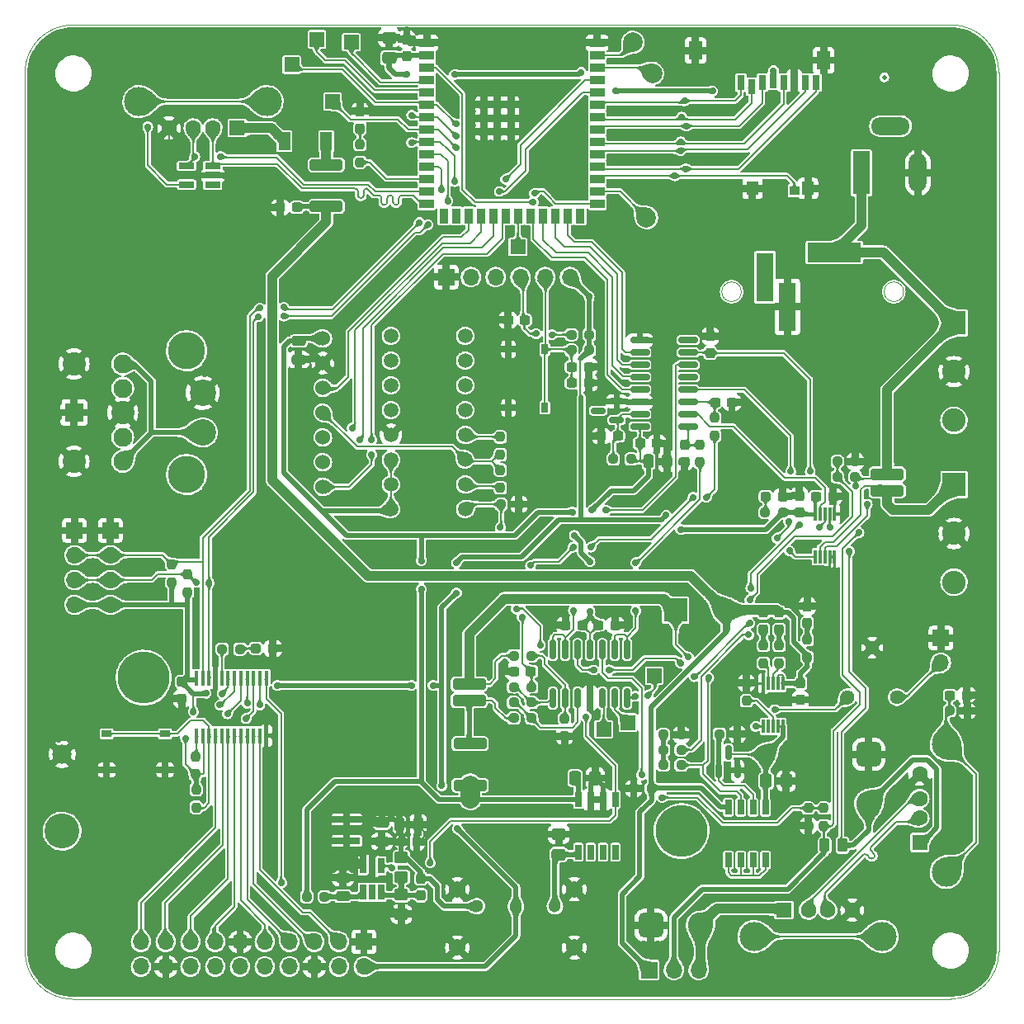
<source format=gbr>
%TF.GenerationSoftware,KiCad,Pcbnew,(6.0.9)*%
%TF.CreationDate,2023-01-14T14:27:17+02:00*%
%TF.ProjectId,ESP32_power_meter_MP3_player_WIFI_radio_V2,45535033-325f-4706-9f77-65725f6d6574,rev?*%
%TF.SameCoordinates,Original*%
%TF.FileFunction,Copper,L1,Top*%
%TF.FilePolarity,Positive*%
%FSLAX46Y46*%
G04 Gerber Fmt 4.6, Leading zero omitted, Abs format (unit mm)*
G04 Created by KiCad (PCBNEW (6.0.9)) date 2023-01-14 14:27:17*
%MOMM*%
%LPD*%
G01*
G04 APERTURE LIST*
G04 Aperture macros list*
%AMRoundRect*
0 Rectangle with rounded corners*
0 $1 Rounding radius*
0 $2 $3 $4 $5 $6 $7 $8 $9 X,Y pos of 4 corners*
0 Add a 4 corners polygon primitive as box body*
4,1,4,$2,$3,$4,$5,$6,$7,$8,$9,$2,$3,0*
0 Add four circle primitives for the rounded corners*
1,1,$1+$1,$2,$3*
1,1,$1+$1,$4,$5*
1,1,$1+$1,$6,$7*
1,1,$1+$1,$8,$9*
0 Add four rect primitives between the rounded corners*
20,1,$1+$1,$2,$3,$4,$5,0*
20,1,$1+$1,$4,$5,$6,$7,0*
20,1,$1+$1,$6,$7,$8,$9,0*
20,1,$1+$1,$8,$9,$2,$3,0*%
G04 Aperture macros list end*
%TA.AperFunction,Profile*%
%ADD10C,0.100000*%
%TD*%
%TA.AperFunction,Profile*%
%ADD11C,0.120000*%
%TD*%
%TA.AperFunction,SMDPad,CuDef*%
%ADD12RoundRect,0.237500X-0.250000X-0.237500X0.250000X-0.237500X0.250000X0.237500X-0.250000X0.237500X0*%
%TD*%
%TA.AperFunction,ComponentPad*%
%ADD13R,2.413000X2.413000*%
%TD*%
%TA.AperFunction,ComponentPad*%
%ADD14C,2.413000*%
%TD*%
%TA.AperFunction,SMDPad,CuDef*%
%ADD15RoundRect,0.150000X-0.150000X0.825000X-0.150000X-0.825000X0.150000X-0.825000X0.150000X0.825000X0*%
%TD*%
%TA.AperFunction,SMDPad,CuDef*%
%ADD16RoundRect,0.250000X-0.450000X0.350000X-0.450000X-0.350000X0.450000X-0.350000X0.450000X0.350000X0*%
%TD*%
%TA.AperFunction,SMDPad,CuDef*%
%ADD17RoundRect,0.237500X-0.300000X-0.237500X0.300000X-0.237500X0.300000X0.237500X-0.300000X0.237500X0*%
%TD*%
%TA.AperFunction,SMDPad,CuDef*%
%ADD18RoundRect,0.237500X-0.237500X0.300000X-0.237500X-0.300000X0.237500X-0.300000X0.237500X0.300000X0*%
%TD*%
%TA.AperFunction,SMDPad,CuDef*%
%ADD19R,1.500000X1.500000*%
%TD*%
%TA.AperFunction,SMDPad,CuDef*%
%ADD20RoundRect,0.250000X0.475000X-0.337500X0.475000X0.337500X-0.475000X0.337500X-0.475000X-0.337500X0*%
%TD*%
%TA.AperFunction,ComponentPad*%
%ADD21R,1.700000X1.700000*%
%TD*%
%TA.AperFunction,ComponentPad*%
%ADD22O,1.700000X1.700000*%
%TD*%
%TA.AperFunction,SMDPad,CuDef*%
%ADD23RoundRect,0.237500X0.287500X0.237500X-0.287500X0.237500X-0.287500X-0.237500X0.287500X-0.237500X0*%
%TD*%
%TA.AperFunction,SMDPad,CuDef*%
%ADD24R,1.200000X1.850000*%
%TD*%
%TA.AperFunction,SMDPad,CuDef*%
%ADD25RoundRect,0.237500X0.237500X-0.250000X0.237500X0.250000X-0.237500X0.250000X-0.237500X-0.250000X0*%
%TD*%
%TA.AperFunction,SMDPad,CuDef*%
%ADD26RoundRect,0.150000X0.150000X-0.587500X0.150000X0.587500X-0.150000X0.587500X-0.150000X-0.587500X0*%
%TD*%
%TA.AperFunction,SMDPad,CuDef*%
%ADD27RoundRect,0.237500X-0.237500X0.287500X-0.237500X-0.287500X0.237500X-0.287500X0.237500X0.287500X0*%
%TD*%
%TA.AperFunction,SMDPad,CuDef*%
%ADD28RoundRect,0.150000X0.587500X0.150000X-0.587500X0.150000X-0.587500X-0.150000X0.587500X-0.150000X0*%
%TD*%
%TA.AperFunction,ComponentPad*%
%ADD29RoundRect,0.650000X-0.650000X0.650000X-0.650000X-0.650000X0.650000X-0.650000X0.650000X0.650000X0*%
%TD*%
%TA.AperFunction,ComponentPad*%
%ADD30C,2.600000*%
%TD*%
%TA.AperFunction,SMDPad,CuDef*%
%ADD31R,0.650000X1.560000*%
%TD*%
%TA.AperFunction,SMDPad,CuDef*%
%ADD32R,1.500000X0.900000*%
%TD*%
%TA.AperFunction,SMDPad,CuDef*%
%ADD33R,0.900000X1.500000*%
%TD*%
%TA.AperFunction,SMDPad,CuDef*%
%ADD34R,0.900000X0.900000*%
%TD*%
%TA.AperFunction,SMDPad,CuDef*%
%ADD35RoundRect,0.237500X0.237500X-0.300000X0.237500X0.300000X-0.237500X0.300000X-0.237500X-0.300000X0*%
%TD*%
%TA.AperFunction,ComponentPad*%
%ADD36R,5.500000X2.000000*%
%TD*%
%TA.AperFunction,ComponentPad*%
%ADD37R,1.800000X5.000000*%
%TD*%
%TA.AperFunction,SMDPad,CuDef*%
%ADD38RoundRect,0.250000X-1.450000X0.312500X-1.450000X-0.312500X1.450000X-0.312500X1.450000X0.312500X0*%
%TD*%
%TA.AperFunction,SMDPad,CuDef*%
%ADD39RoundRect,0.250000X0.262500X0.450000X-0.262500X0.450000X-0.262500X-0.450000X0.262500X-0.450000X0*%
%TD*%
%TA.AperFunction,SMDPad,CuDef*%
%ADD40R,0.700000X1.000000*%
%TD*%
%TA.AperFunction,SMDPad,CuDef*%
%ADD41R,1.300000X1.400000*%
%TD*%
%TA.AperFunction,SMDPad,CuDef*%
%ADD42R,1.000000X0.950000*%
%TD*%
%TA.AperFunction,SMDPad,CuDef*%
%ADD43R,1.400000X1.900000*%
%TD*%
%TA.AperFunction,SMDPad,CuDef*%
%ADD44R,0.800000X1.500000*%
%TD*%
%TA.AperFunction,SMDPad,CuDef*%
%ADD45R,0.300000X1.400000*%
%TD*%
%TA.AperFunction,SMDPad,CuDef*%
%ADD46RoundRect,0.237500X-0.237500X0.250000X-0.237500X-0.250000X0.237500X-0.250000X0.237500X0.250000X0*%
%TD*%
%TA.AperFunction,ComponentPad*%
%ADD47C,1.500000*%
%TD*%
%TA.AperFunction,SMDPad,CuDef*%
%ADD48R,0.650000X1.500000*%
%TD*%
%TA.AperFunction,ComponentPad*%
%ADD49R,1.800000X4.400000*%
%TD*%
%TA.AperFunction,ComponentPad*%
%ADD50O,1.800000X4.000000*%
%TD*%
%TA.AperFunction,ComponentPad*%
%ADD51O,4.000000X1.800000*%
%TD*%
%TA.AperFunction,SMDPad,CuDef*%
%ADD52R,0.450000X1.500000*%
%TD*%
%TA.AperFunction,ComponentPad*%
%ADD53R,1.500000X1.600000*%
%TD*%
%TA.AperFunction,ComponentPad*%
%ADD54C,1.600000*%
%TD*%
%TA.AperFunction,ComponentPad*%
%ADD55C,3.000000*%
%TD*%
%TA.AperFunction,SMDPad,CuDef*%
%ADD56RoundRect,0.237500X0.250000X0.237500X-0.250000X0.237500X-0.250000X-0.237500X0.250000X-0.237500X0*%
%TD*%
%TA.AperFunction,SMDPad,CuDef*%
%ADD57RoundRect,0.225000X-0.225000X-0.250000X0.225000X-0.250000X0.225000X0.250000X-0.225000X0.250000X0*%
%TD*%
%TA.AperFunction,SMDPad,CuDef*%
%ADD58RoundRect,0.250000X-0.337500X-0.475000X0.337500X-0.475000X0.337500X0.475000X-0.337500X0.475000X0*%
%TD*%
%TA.AperFunction,SMDPad,CuDef*%
%ADD59R,1.000000X0.700000*%
%TD*%
%TA.AperFunction,ComponentPad*%
%ADD60R,1.600000X1.500000*%
%TD*%
%TA.AperFunction,SMDPad,CuDef*%
%ADD61RoundRect,0.250000X-1.450000X0.337500X-1.450000X-0.337500X1.450000X-0.337500X1.450000X0.337500X0*%
%TD*%
%TA.AperFunction,SMDPad,CuDef*%
%ADD62RoundRect,0.237500X0.300000X0.237500X-0.300000X0.237500X-0.300000X-0.237500X0.300000X-0.237500X0*%
%TD*%
%TA.AperFunction,WasherPad*%
%ADD63C,3.810000*%
%TD*%
%TA.AperFunction,ComponentPad*%
%ADD64C,2.700000*%
%TD*%
%TA.AperFunction,ComponentPad*%
%ADD65C,1.524000*%
%TD*%
%TA.AperFunction,ComponentPad*%
%ADD66C,1.300000*%
%TD*%
%TA.AperFunction,ComponentPad*%
%ADD67C,1.710000*%
%TD*%
%TA.AperFunction,SMDPad,CuDef*%
%ADD68R,2.700000X0.800000*%
%TD*%
%TA.AperFunction,SMDPad,CuDef*%
%ADD69RoundRect,0.250000X-0.475000X0.250000X-0.475000X-0.250000X0.475000X-0.250000X0.475000X0.250000X0*%
%TD*%
%TA.AperFunction,SMDPad,CuDef*%
%ADD70RoundRect,0.250000X0.475000X-0.250000X0.475000X0.250000X-0.475000X0.250000X-0.475000X-0.250000X0*%
%TD*%
%TA.AperFunction,SMDPad,CuDef*%
%ADD71RoundRect,0.237500X0.237500X-0.287500X0.237500X0.287500X-0.237500X0.287500X-0.237500X-0.287500X0*%
%TD*%
%TA.AperFunction,ComponentPad*%
%ADD72C,1.440000*%
%TD*%
%TA.AperFunction,ComponentPad*%
%ADD73R,1.950000X1.950000*%
%TD*%
%TA.AperFunction,ComponentPad*%
%ADD74C,1.950000*%
%TD*%
%TA.AperFunction,ComponentPad*%
%ADD75C,2.400000*%
%TD*%
%TA.AperFunction,SMDPad,CuDef*%
%ADD76C,0.500000*%
%TD*%
%TA.AperFunction,SMDPad,CuDef*%
%ADD77RoundRect,0.150000X0.825000X0.150000X-0.825000X0.150000X-0.825000X-0.150000X0.825000X-0.150000X0*%
%TD*%
%TA.AperFunction,SMDPad,CuDef*%
%ADD78RoundRect,0.250000X-0.250000X-0.475000X0.250000X-0.475000X0.250000X0.475000X-0.250000X0.475000X0*%
%TD*%
%TA.AperFunction,ComponentPad*%
%ADD79C,2.000000*%
%TD*%
%TA.AperFunction,SMDPad,CuDef*%
%ADD80R,1.560000X0.650000*%
%TD*%
%TA.AperFunction,ComponentPad*%
%ADD81RoundRect,0.650000X-0.650000X-0.650000X0.650000X-0.650000X0.650000X0.650000X-0.650000X0.650000X0*%
%TD*%
%TA.AperFunction,ComponentPad*%
%ADD82R,2.400000X2.400000*%
%TD*%
%TA.AperFunction,ComponentPad*%
%ADD83O,2.400000X2.400000*%
%TD*%
%TA.AperFunction,ComponentPad*%
%ADD84C,1.980000*%
%TD*%
%TA.AperFunction,ComponentPad*%
%ADD85C,5.325000*%
%TD*%
%TA.AperFunction,ComponentPad*%
%ADD86C,3.585000*%
%TD*%
%TA.AperFunction,ViaPad*%
%ADD87C,0.700000*%
%TD*%
%TA.AperFunction,ViaPad*%
%ADD88C,0.800000*%
%TD*%
%TA.AperFunction,Conductor*%
%ADD89C,0.200000*%
%TD*%
%TA.AperFunction,Conductor*%
%ADD90C,0.500000*%
%TD*%
%TA.AperFunction,Conductor*%
%ADD91C,0.700000*%
%TD*%
%TA.AperFunction,Conductor*%
%ADD92C,0.400000*%
%TD*%
%TA.AperFunction,Conductor*%
%ADD93C,2.000000*%
%TD*%
%TA.AperFunction,Conductor*%
%ADD94C,0.300000*%
%TD*%
%TA.AperFunction,Conductor*%
%ADD95C,1.000000*%
%TD*%
G04 APERTURE END LIST*
D10*
X149961600Y-145105552D02*
X149961600Y-54944997D01*
X54944997Y-50017244D02*
G75*
G03*
X50016884Y-54944848I-257J-4927856D01*
G01*
X149961593Y-54944997D02*
G75*
G03*
X145105552Y-50016884I-4856293J71297D01*
G01*
X145034000Y-149961584D02*
G75*
G03*
X149961600Y-145105552I70800J4856284D01*
G01*
X50038000Y-145054603D02*
X50016884Y-54944848D01*
X50038007Y-145054603D02*
G75*
G03*
X54894048Y-149982716I4856293J-71297D01*
G01*
X145034000Y-149961600D02*
X54894048Y-149982716D01*
X54944997Y-50017243D02*
X145105552Y-50016884D01*
D11*
%TO.C,J5*%
X140182000Y-77400000D02*
G75*
G03*
X140182000Y-77400000I-1000000J0D01*
G01*
X123530000Y-77400000D02*
G75*
G03*
X123530000Y-77400000I-1000000J0D01*
G01*
%TD*%
D12*
%TO.P,FB2,1*%
%TO.N,+VDC*%
X78937500Y-139462500D03*
%TO.P,FB2,2*%
%TO.N,/Power-IN-OUT-BMS/buck/buck_input_filtered*%
X80762500Y-139462500D03*
%TD*%
D13*
%TO.P,J12,1,Pin_1*%
%TO.N,/POWER_MEASUREMENTS/load_vcc*%
X145350420Y-97200010D03*
D14*
%TO.P,J12,2,Pin_2*%
%TO.N,GND*%
X145350420Y-102198730D03*
%TO.P,J12,3,Pin_3*%
%TO.N,unconnected-(J12-Pad3)*%
X145350420Y-107199990D03*
%TD*%
D15*
%TO.P,U6,1*%
%TO.N,Net-(R24-Pad1)*%
X111810000Y-114125000D03*
%TO.P,U6,2,-*%
X110540000Y-114125000D03*
%TO.P,U6,3,+*%
%TO.N,Net-(R22-Pad2)*%
X109270000Y-114125000D03*
%TO.P,U6,4,V+*%
%TO.N,+VDC*%
X108000000Y-114125000D03*
%TO.P,U6,5,+*%
%TO.N,Net-(R25-Pad2)*%
X106730000Y-114125000D03*
%TO.P,U6,6,-*%
%TO.N,Net-(R27-Pad1)*%
X105460000Y-114125000D03*
%TO.P,U6,7*%
X104190000Y-114125000D03*
%TO.P,U6,8*%
%TO.N,Net-(R32-Pad2)*%
X104190000Y-119075000D03*
%TO.P,U6,9,-*%
%TO.N,Net-(R34-Pad2)*%
X105460000Y-119075000D03*
%TO.P,U6,10,+*%
%TO.N,Net-(R31-Pad2)*%
X106730000Y-119075000D03*
%TO.P,U6,11,V-*%
%TO.N,GND*%
X108000000Y-119075000D03*
%TO.P,U6,12,+*%
%TO.N,Net-(U6-Pad12)*%
X109270000Y-119075000D03*
%TO.P,U6,13,-*%
%TO.N,Net-(U6-Pad13)*%
X110540000Y-119075000D03*
%TO.P,U6,14*%
%TO.N,Net-(U6-Pad14)*%
X111810000Y-119075000D03*
%TD*%
D16*
%TO.P,RR1,1*%
%TO.N,/Power-IN-OUT-BMS/buck_out*%
X88650000Y-135462500D03*
%TO.P,RR1,2*%
%TO.N,Net-(C27-Pad2)*%
X88650000Y-137462500D03*
%TD*%
D17*
%TO.P,C15,1*%
%TO.N,Net-(C15-Pad1)*%
X144937500Y-118800000D03*
%TO.P,C15,2*%
%TO.N,GND*%
X146662500Y-118800000D03*
%TD*%
D18*
%TO.P,C13,1*%
%TO.N,/POWER_MEASUREMENTS/ADC_CH0*%
X117700000Y-93137500D03*
%TO.P,C13,2*%
%TO.N,GND*%
X117700000Y-94862500D03*
%TD*%
D12*
%TO.P,R19,1*%
%TO.N,/BOOT*%
X106100000Y-81800000D03*
%TO.P,R19,2*%
%TO.N,+3V3*%
X107925000Y-81800000D03*
%TD*%
D19*
%TO.P,TP4,1,1*%
%TO.N,/GPIO_13*%
X100600000Y-72800000D03*
%TD*%
D12*
%TO.P,R35,1*%
%TO.N,Net-(R35-Pad1)*%
X115537500Y-125960000D03*
%TO.P,R35,2*%
%TO.N,Power_in+*%
X117362500Y-125960000D03*
%TD*%
D20*
%TO.P,C23,1*%
%TO.N,/Power-IN-OUT-BMS/lin_reg*%
X104800000Y-135137500D03*
%TO.P,C23,2*%
%TO.N,GND*%
X104800000Y-133062500D03*
%TD*%
D21*
%TO.P,J16,1,Pin_1*%
%TO.N,GND*%
X55100000Y-101900000D03*
D22*
%TO.P,J16,2,Pin_2*%
%TO.N,SDA*%
X55100000Y-104440000D03*
%TO.P,J16,3,Pin_3*%
%TO.N,SCL*%
X55100000Y-106980000D03*
%TO.P,J16,4,Pin_4*%
%TO.N,+3V3*%
X55100000Y-109520000D03*
%TD*%
D23*
%TO.P,D3,1,K*%
%TO.N,GND*%
X75475000Y-114000000D03*
%TO.P,D3,2,A*%
%TO.N,Net-(D3-Pad2)*%
X73725000Y-114000000D03*
%TD*%
D24*
%TO.P,FB1,1,1*%
%TO.N,VBUS*%
X76650000Y-61950000D03*
%TO.P,FB1,2,2*%
%TO.N,Net-(F1-Pad1)*%
X80950000Y-61950000D03*
%TD*%
D25*
%TO.P,R24,1*%
%TO.N,Net-(R24-Pad1)*%
X119300000Y-94912500D03*
%TO.P,R24,2*%
%TO.N,/POWER_MEASUREMENTS/ADC_CH0*%
X119300000Y-93087500D03*
%TD*%
D26*
%TO.P,U8,1,RESET*%
%TO.N,/Power-IN-OUT-BMS/low_batt_shutoff*%
X121250000Y-126537500D03*
%TO.P,U8,2,GND*%
%TO.N,GND*%
X123150000Y-126537500D03*
%TO.P,U8,3,Vcc*%
%TO.N,+BATT*%
X122200000Y-124662500D03*
%TD*%
D27*
%TO.P,D1,1,K*%
%TO.N,GND*%
X130300000Y-109675000D03*
%TO.P,D1,2,A*%
%TO.N,Net-(D1-Pad2)*%
X130300000Y-111425000D03*
%TD*%
D28*
%TO.P,U1,1,K*%
%TO.N,/Vref*%
X110737500Y-90550000D03*
%TO.P,U1,2,A*%
%TO.N,GND*%
X110737500Y-88650000D03*
%TO.P,U1,3*%
%TO.N,N/C*%
X108862500Y-89600000D03*
%TD*%
D21*
%TO.P,J14,1,Pin_1*%
%TO.N,GND*%
X84800000Y-144100000D03*
D22*
%TO.P,J14,2,Pin_2*%
%TO.N,+3V3*%
X84800000Y-146640000D03*
%TO.P,J14,3,Pin_3*%
%TO.N,/P7*%
X82260000Y-144100000D03*
%TO.P,J14,4,Pin_4*%
%TO.N,/P8*%
X82260000Y-146640000D03*
%TO.P,J14,5,Pin_5*%
%TO.N,/P6*%
X79720000Y-144100000D03*
%TO.P,J14,6,Pin_6*%
%TO.N,GND*%
X79720000Y-146640000D03*
%TO.P,J14,7,Pin_7*%
%TO.N,/P5*%
X77180000Y-144100000D03*
%TO.P,J14,8,Pin_8*%
%TO.N,/P9*%
X77180000Y-146640000D03*
%TO.P,J14,9,Pin_9*%
%TO.N,/P4*%
X74640000Y-144100000D03*
%TO.P,J14,10,Pin_10*%
%TO.N,/P10*%
X74640000Y-146640000D03*
%TO.P,J14,11,Pin_11*%
%TO.N,GND*%
X72100000Y-144100000D03*
%TO.P,J14,12,Pin_12*%
%TO.N,/P11*%
X72100000Y-146640000D03*
%TO.P,J14,13,Pin_13*%
%TO.N,/P3*%
X69560000Y-144100000D03*
%TO.P,J14,14,Pin_14*%
%TO.N,/P12*%
X69560000Y-146640000D03*
%TO.P,J14,15,Pin_15*%
%TO.N,/P2*%
X67020000Y-144100000D03*
%TO.P,J14,16,Pin_16*%
%TO.N,/P13*%
X67020000Y-146640000D03*
%TO.P,J14,17,Pin_17*%
%TO.N,/P1*%
X64480000Y-144100000D03*
%TO.P,J14,18,Pin_18*%
%TO.N,GND*%
X64480000Y-146640000D03*
%TO.P,J14,19,Pin_19*%
%TO.N,/P0*%
X61940000Y-144100000D03*
%TO.P,J14,20,Pin_20*%
%TO.N,/P14*%
X61940000Y-146640000D03*
%TD*%
D29*
%TO.P,J10,1,Pin_1*%
%TO.N,GND*%
X136600000Y-124860000D03*
D30*
%TO.P,J10,2,Pin_2*%
%TO.N,/POWER_MEASUREMENTS/mini_power_load*%
X136600000Y-129940000D03*
%TD*%
D31*
%TO.P,U9,1,EN*%
%TO.N,3v3_enable*%
X86600000Y-136312500D03*
%TO.P,U9,2,GND*%
%TO.N,GND*%
X85650000Y-136312500D03*
%TO.P,U9,3,LX*%
%TO.N,/Power-IN-OUT-BMS/buck/inductor_buck*%
X84700000Y-136312500D03*
%TO.P,U9,4,IN*%
%TO.N,/Power-IN-OUT-BMS/buck/buck_input_filtered*%
X84700000Y-139012500D03*
%TO.P,U9,5,NC*%
%TO.N,unconnected-(U9-Pad5)*%
X85650000Y-139012500D03*
%TO.P,U9,6,FB*%
%TO.N,Net-(C27-Pad2)*%
X86600000Y-139012500D03*
%TD*%
D18*
%TO.P,C27,1*%
%TO.N,/Power-IN-OUT-BMS/buck_out*%
X90650000Y-137600000D03*
%TO.P,C27,2*%
%TO.N,Net-(C27-Pad2)*%
X90650000Y-139325000D03*
%TD*%
D32*
%TO.P,U4,1,GND*%
%TO.N,GND*%
X91250000Y-51860000D03*
%TO.P,U4,2,3V3*%
%TO.N,+3V3*%
X91250000Y-53130000D03*
%TO.P,U4,3,EN*%
%TO.N,/EN*%
X91250000Y-54400000D03*
%TO.P,U4,4,GPIO4/TOUCH4/ADC1_CH3*%
%TO.N,/GPIO_04*%
X91250000Y-55670000D03*
%TO.P,U4,5,GPIO5/TOUCH5/ADC1_CH4*%
%TO.N,/GPIO_05*%
X91250000Y-56940000D03*
%TO.P,U4,6,GPIO6/TOUCH6/ADC1_CH5*%
%TO.N,/GPIO_06*%
X91250000Y-58210000D03*
%TO.P,U4,7,GPIO7/TOUCH7/ADC1_CH6*%
%TO.N,/GPIO_07*%
X91250000Y-59480000D03*
%TO.P,U4,8,GPIO15/U0RTS/ADC2_CH4/XTAL_32K_P*%
%TO.N,/GPIO_15*%
X91250000Y-60750000D03*
%TO.P,U4,9,GPIO16/U0CTS/ADC2_CH5/XTAL_32K_NH5*%
%TO.N,/GPIO_16*%
X91250000Y-62020000D03*
%TO.P,U4,10,GPIO17/U1TXD/ADC2_CH6*%
%TO.N,SCL*%
X91250000Y-63290000D03*
%TO.P,U4,11,GPIO18/U1RXD/ADC2_CH7/CLK_OUT3*%
%TO.N,SDA*%
X91250000Y-64560000D03*
%TO.P,U4,12,GPIO8/TOUCH8/ADC1_CH7/SUBSPICS1*%
%TO.N,/GPIO_08*%
X91250000Y-65830000D03*
%TO.P,U4,13,GPIO19/U1RTS/ADC2_CH8/CLK_OUT2/USB_D-*%
%TO.N,D-*%
X91250000Y-67100000D03*
%TO.P,U4,14,GPIO20/U1CTS/ADC2_CH9/CLK_OUT1/USB_D+*%
%TO.N,D+*%
X91250000Y-68370000D03*
D33*
%TO.P,U4,15,GPIO3/TOUCH3/ADC1_CH2*%
%TO.N,/GPIO_03*%
X93015000Y-69620000D03*
%TO.P,U4,16,GPIO46*%
%TO.N,/GPIO_46*%
X94285000Y-69620000D03*
%TO.P,U4,17,GPIO9/TOUCH9/ADC1_CH8/FSPIHD/SUBSPIHD*%
%TO.N,/GPIO_09*%
X95555000Y-69620000D03*
%TO.P,U4,18,GPIO10/TOUCH10/ADC1_CH9/FSPICS0/FSPIIO4/SUBSPICS0*%
%TO.N,/DATA_IN*%
X96825000Y-69620000D03*
%TO.P,U4,19,GPIO11/TOUCH11/ADC2_CH0/FSPID/FSPIIO5/SUBSPID*%
%TO.N,/BCLK*%
X98095000Y-69620000D03*
%TO.P,U4,20,GPIO12/TOUCH12/ADC2_CH1/FSPICLK/FSPIIO6/SUBSPICLK*%
%TO.N,/GPIO_12*%
X99365000Y-69620000D03*
%TO.P,U4,21,GPIO13/TOUCH13/ADC2_CH2/FSPIQ/FSPIIO7/SUBSPIQ*%
%TO.N,/GPIO_13*%
X100635000Y-69620000D03*
%TO.P,U4,22,GPIO14/TOUCH14/ADC2_CH3/FSPIWP/FSPIDQS/SUBSPIWP*%
%TO.N,/GPIO_14*%
X101905000Y-69620000D03*
%TO.P,U4,23,GPIO21*%
%TO.N,/GPIO_21*%
X103175000Y-69620000D03*
%TO.P,U4,24,GPIO47/SPICLK_P/SUBSPICLK_P_DIFF*%
%TO.N,/GPIO_47*%
X104445000Y-69620000D03*
%TO.P,U4,25,GPIO48/SPICLK_N/SUBSPICLK_N_DIFF*%
%TO.N,/GPIO_48*%
X105715000Y-69620000D03*
%TO.P,U4,26,GPIO45*%
%TO.N,/GPIO_45*%
X106985000Y-69620000D03*
D32*
%TO.P,U4,27,GPIO0/BOOT*%
%TO.N,/BOOT*%
X108750000Y-68370000D03*
%TO.P,U4,28,SPIIO6/GPIO35/FSPID/SUBSPID*%
%TO.N,/GPIO_35*%
X108750000Y-67100000D03*
%TO.P,U4,29,SPIIO7/GPIO36/FSPICLK/SUBSPICLK*%
%TO.N,/GPIO_36*%
X108750000Y-65830000D03*
%TO.P,U4,30,SPIDQS/GPIO37/FSPIQ/SUBSPIQ*%
%TO.N,/GPIO_37*%
X108750000Y-64560000D03*
%TO.P,U4,31,GPIO38/FSPIWP/SUBSPIWP*%
%TO.N,/GPIO_38*%
X108750000Y-63290000D03*
%TO.P,U4,32,MTCK/GPIO39/CLK_OUT3/SUBSPICS1*%
%TO.N,/GPIO_39*%
X108750000Y-62020000D03*
%TO.P,U4,33,MTDO/GPIO40/CLK_OUT2*%
%TO.N,/GPIO_40*%
X108750000Y-60750000D03*
%TO.P,U4,34,MTDI/GPIO41/CLK_OUT1*%
%TO.N,/GPIO_41*%
X108750000Y-59480000D03*
%TO.P,U4,35,MTMS/GPIO42*%
%TO.N,/GPIO_42*%
X108750000Y-58210000D03*
%TO.P,U4,36,U0RXD/GPIO44/CLK_OUT2*%
%TO.N,UART0_TX*%
X108750000Y-56940000D03*
%TO.P,U4,37,U0TXD/GPIO43/CLK_OUT1*%
%TO.N,UART0_RX*%
X108750000Y-55670000D03*
%TO.P,U4,38,GPIO2/TOUCH2/ADC1_CH1*%
%TO.N,/GPIO_02*%
X108750000Y-54400000D03*
%TO.P,U4,39,GPIO1/TOUCH1/ADC1_CH0*%
%TO.N,/GPIO_01*%
X108750000Y-53130000D03*
%TO.P,U4,40,GND*%
%TO.N,GND*%
X108750000Y-51860000D03*
D34*
%TO.P,U4,41,GND*%
X97100000Y-58180000D03*
X97100000Y-60980000D03*
X98500000Y-60980000D03*
X98500000Y-58180000D03*
X97100000Y-59580000D03*
X99900000Y-60980000D03*
X98500000Y-59580000D03*
X99900000Y-59580000D03*
X99900000Y-58180000D03*
%TD*%
D21*
%TO.P,J13,1,Pin_1*%
%TO.N,GND*%
X144000000Y-112925000D03*
D22*
%TO.P,J13,2,Pin_2*%
%TO.N,Net-(J13-Pad2)*%
X144000000Y-115465000D03*
%TD*%
D35*
%TO.P,C8,1*%
%TO.N,GND*%
X66100000Y-119162500D03*
%TO.P,C8,2*%
%TO.N,+3V3*%
X66100000Y-117437500D03*
%TD*%
D36*
%TO.P,J5,1*%
%TO.N,/POWER_MEASUREMENTS/source_vcc*%
X133086000Y-73352000D03*
D37*
%TO.P,J5,2*%
%TO.N,GND*%
X128260000Y-78940000D03*
%TO.P,J5,3*%
%TO.N,unconnected-(J5-Pad3)*%
X125974000Y-75892000D03*
%TD*%
D38*
%TO.P,F1,1*%
%TO.N,Net-(F1-Pad1)*%
X80950000Y-64362500D03*
%TO.P,F1,2*%
%TO.N,+5V*%
X80950000Y-68637500D03*
%TD*%
D35*
%TO.P,C17,1*%
%TO.N,+3V3*%
X129500000Y-100062500D03*
%TO.P,C17,2*%
%TO.N,GND*%
X129500000Y-98337500D03*
%TD*%
D39*
%TO.P,R29,1*%
%TO.N,/POWER_MEASUREMENTS/mini_power_load*%
X133912500Y-134200000D03*
%TO.P,R29,2*%
%TO.N,/POWER_MEASUREMENTS/mini_power_source*%
X132087500Y-134200000D03*
%TD*%
D35*
%TO.P,C6,1*%
%TO.N,+3V3*%
X89200000Y-53232500D03*
%TO.P,C6,2*%
%TO.N,GND*%
X89200000Y-51507500D03*
%TD*%
D40*
%TO.P,SW2,1,A*%
%TO.N,/EN*%
X103350000Y-89300000D03*
X103350000Y-83300000D03*
%TO.P,SW2,2,B*%
%TO.N,GND*%
X99650000Y-89300000D03*
X99650000Y-83300000D03*
%TD*%
D41*
%TO.P,J2,MP1,MP1*%
%TO.N,GND*%
X130375000Y-66799000D03*
D42*
%TO.P,J2,MP2,MP2*%
%TO.N,/GPIO_36*%
X128985000Y-67025000D03*
D41*
%TO.P,J2,MP3,MP3*%
%TO.N,GND*%
X124675000Y-66799000D03*
D43*
%TO.P,J2,MP4,MP4*%
X131975000Y-53650000D03*
%TO.P,J2,MP5,MP5*%
X118825000Y-52650000D03*
D44*
%TO.P,J2,P1,DAT2*%
%TO.N,/GPIO_42*%
X123485000Y-55939000D03*
%TO.P,J2,P2,CD/DAT3*%
%TO.N,/GPIO_41*%
X124585000Y-56339000D03*
%TO.P,J2,P3,CMD*%
%TO.N,/GPIO_40*%
X125685000Y-55939000D03*
%TO.P,J2,P4,VDD*%
%TO.N,+3V3*%
X126785000Y-55739000D03*
%TO.P,J2,P5,CLK*%
%TO.N,/GPIO_39*%
X127885000Y-55939000D03*
%TO.P,J2,P6,VSS*%
%TO.N,GND*%
X128985000Y-55739000D03*
%TO.P,J2,P7,DAT0*%
%TO.N,/GPIO_38*%
X130085000Y-55939000D03*
%TO.P,J2,P8,DAT1*%
%TO.N,/GPIO_37*%
X131185000Y-55939000D03*
%TD*%
D25*
%TO.P,R13,1*%
%TO.N,Net-(IC1-Pad3)*%
X67600000Y-130312500D03*
%TO.P,R13,2*%
%TO.N,+3V3*%
X67600000Y-128487500D03*
%TD*%
D45*
%TO.P,IC2,1,OUT1*%
%TO.N,/POWER_MEASUREMENTS/ADC_CH3*%
X131100000Y-104600000D03*
%TO.P,IC2,2,IN-1*%
%TO.N,/POWER_MEASUREMENTS/load_vcc*%
X131600000Y-104600000D03*
%TO.P,IC2,3,IN+1*%
%TO.N,/POWER_MEASUREMENTS/source_vcc*%
X132100000Y-104600000D03*
%TO.P,IC2,4,GND*%
%TO.N,GND*%
X132600000Y-104600000D03*
%TO.P,IC2,5,REF1*%
X133100000Y-104600000D03*
%TO.P,IC2,6,REF2*%
X133100000Y-100200000D03*
%TO.P,IC2,7,IN+2*%
%TO.N,/POWER_MEASUREMENTS/mini_power_source*%
X132600000Y-100200000D03*
%TO.P,IC2,8,IN-2*%
%TO.N,/POWER_MEASUREMENTS/mini_power_load*%
X132100000Y-100200000D03*
%TO.P,IC2,9,OUT2*%
%TO.N,/POWER_MEASUREMENTS/ADC_CH1*%
X131600000Y-100200000D03*
%TO.P,IC2,10,VS*%
%TO.N,+3V3*%
X131100000Y-100200000D03*
%TD*%
D46*
%TO.P,R23,1*%
%TO.N,Net-(R22-Pad2)*%
X132000000Y-130375000D03*
%TO.P,R23,2*%
%TO.N,/POWER_MEASUREMENTS/mini_power_source*%
X132000000Y-132200000D03*
%TD*%
%TO.P,R40,1*%
%TO.N,GND*%
X124050000Y-117537500D03*
%TO.P,R40,2*%
%TO.N,Net-(IC4-Pad8)*%
X124050000Y-119362500D03*
%TD*%
D17*
%TO.P,C3,1*%
%TO.N,GND*%
X109137500Y-92200000D03*
%TO.P,C3,2*%
%TO.N,/Vref*%
X110862500Y-92200000D03*
%TD*%
D12*
%TO.P,R37,1*%
%TO.N,Net-(R35-Pad1)*%
X115537500Y-124400000D03*
%TO.P,R37,2*%
%TO.N,/POWER_MEASUREMENTS/ADC_CH6*%
X117362500Y-124400000D03*
%TD*%
D47*
%TO.P,S1,1,COM_1*%
%TO.N,3v3_enable*%
X95200000Y-99700000D03*
%TO.P,S1,2,NO_1*%
%TO.N,+VDC*%
X87580000Y-99700000D03*
%TO.P,S1,3,COM_2*%
%TO.N,Net-(R16-Pad2)*%
X95200000Y-97160000D03*
%TO.P,S1,4,NO_2*%
%TO.N,+VDC*%
X87580000Y-97160000D03*
%TO.P,S1,5,COM_3*%
%TO.N,/gain*%
X95200000Y-94620000D03*
%TO.P,S1,6,NO_3*%
%TO.N,+VDC*%
X87580000Y-94620000D03*
%TO.P,S1,7,COM_4*%
%TO.N,Net-(R17-Pad1)*%
X95200000Y-92080000D03*
%TO.P,S1,8,NO_4*%
%TO.N,GND*%
X87580000Y-92080000D03*
%TO.P,S1,9,COM_5*%
%TO.N,Net-(S1-Pad9)*%
X95200000Y-89540000D03*
%TO.P,S1,10,NO_5*%
%TO.N,/GPIO_06*%
X87580000Y-89540000D03*
%TO.P,S1,11,COM_6*%
%TO.N,Net-(S1-Pad11)*%
X95200000Y-87000000D03*
%TO.P,S1,12,NO_6*%
%TO.N,/GPIO_07*%
X87580000Y-87000000D03*
%TO.P,S1,13,COM_7*%
%TO.N,Net-(S1-Pad13)*%
X95200000Y-84460000D03*
%TO.P,S1,14,NO_7*%
%TO.N,/GPIO_15*%
X87580000Y-84460000D03*
%TO.P,S1,15,COM_8*%
%TO.N,Net-(S1-Pad15)*%
X95200000Y-81920000D03*
%TO.P,S1,16,NO_8*%
%TO.N,/GPIO_16*%
X87580000Y-81920000D03*
%TD*%
D48*
%TO.P,Q2,1,S1*%
%TO.N,+BATT*%
X126005000Y-130300000D03*
%TO.P,Q2,2,G1*%
%TO.N,/Power-IN-OUT-BMS/low_batt_shutoff*%
X124735000Y-130300000D03*
%TO.P,Q2,3,S2*%
%TO.N,Power_in+*%
X123465000Y-130300000D03*
%TO.P,Q2,4,G2*%
%TO.N,+5V*%
X122195000Y-130300000D03*
%TO.P,Q2,5,D2_1*%
%TO.N,/Power-IN-OUT-BMS/Drains*%
X122195000Y-135700000D03*
%TO.P,Q2,6,D2_2*%
X123465000Y-135700000D03*
%TO.P,Q2,7,D1_1*%
X124735000Y-135700000D03*
%TO.P,Q2,8,D1_2*%
X126005000Y-135700000D03*
%TD*%
D13*
%TO.P,J9,1,Pin_1*%
%TO.N,/POWER_MEASUREMENTS/source_vcc*%
X145350420Y-80600010D03*
D14*
%TO.P,J9,2,Pin_2*%
%TO.N,GND*%
X145350420Y-85598730D03*
%TO.P,J9,3,Pin_3*%
%TO.N,unconnected-(J9-Pad3)*%
X145350420Y-90599990D03*
%TD*%
D49*
%TO.P,J7,1*%
%TO.N,/POWER_MEASUREMENTS/source_vcc*%
X135850000Y-65200000D03*
D50*
%TO.P,J7,2*%
%TO.N,GND*%
X141650000Y-65200000D03*
D51*
%TO.P,J7,3*%
%TO.N,unconnected-(J7-Pad3)*%
X138850000Y-60400000D03*
%TD*%
D12*
%TO.P,R44,1*%
%TO.N,GND*%
X112487500Y-128350000D03*
%TO.P,R44,2*%
%TO.N,+5V*%
X114312500Y-128350000D03*
%TD*%
D23*
%TO.P,D2,1,K*%
%TO.N,GND*%
X127775000Y-98400000D03*
%TO.P,D2,2,A*%
%TO.N,Net-(D2-Pad2)*%
X126025000Y-98400000D03*
%TD*%
D25*
%TO.P,R27,1*%
%TO.N,Net-(R27-Pad1)*%
X120800000Y-92162500D03*
%TO.P,R27,2*%
%TO.N,/POWER_MEASUREMENTS/ADC_CH2*%
X120800000Y-90337500D03*
%TD*%
D17*
%TO.P,C11,1*%
%TO.N,/EN*%
X106150000Y-86750000D03*
%TO.P,C11,2*%
%TO.N,GND*%
X107875000Y-86750000D03*
%TD*%
D19*
%TO.P,TP7,1,1*%
%TO.N,/GPIO_15*%
X81600000Y-57900000D03*
%TD*%
D46*
%TO.P,R12,1*%
%TO.N,Net-(D4-Pad2)*%
X84400000Y-62300000D03*
%TO.P,R12,2*%
%TO.N,/GPIO_08*%
X84400000Y-64125000D03*
%TD*%
D52*
%TO.P,IC1,1,IRQ#*%
%TO.N,/IRQ*%
X67625000Y-122950000D03*
%TO.P,IC1,2,A1*%
%TO.N,+3V3*%
X68275000Y-122950000D03*
%TO.P,IC1,3,RESET#*%
%TO.N,Net-(IC1-Pad3)*%
X68925000Y-122950000D03*
%TO.P,IC1,4,P0*%
%TO.N,/P0*%
X69575000Y-122950000D03*
%TO.P,IC1,5,P1*%
%TO.N,/P1*%
X70225000Y-122950000D03*
%TO.P,IC1,6,P2*%
%TO.N,/P2*%
X70875000Y-122950000D03*
%TO.P,IC1,7,P3*%
%TO.N,/P3*%
X71525000Y-122950000D03*
%TO.P,IC1,8,P4*%
%TO.N,/P4*%
X72175000Y-122950000D03*
%TO.P,IC1,9,P5*%
%TO.N,/P5*%
X72825000Y-122950000D03*
%TO.P,IC1,10,P6*%
%TO.N,/P6*%
X73475000Y-122950000D03*
%TO.P,IC1,11,P7*%
%TO.N,/P7*%
X74125000Y-122950000D03*
%TO.P,IC1,12,GND*%
%TO.N,GND*%
X74775000Y-122950000D03*
%TO.P,IC1,13,P8*%
%TO.N,/P8*%
X74775000Y-117050000D03*
%TO.P,IC1,14,P9*%
%TO.N,/P9*%
X74125000Y-117050000D03*
%TO.P,IC1,15,P10*%
%TO.N,/P10*%
X73475000Y-117050000D03*
%TO.P,IC1,16,P11*%
%TO.N,/P11*%
X72825000Y-117050000D03*
%TO.P,IC1,17,P12*%
%TO.N,/P12*%
X72175000Y-117050000D03*
%TO.P,IC1,18,P13*%
%TO.N,/P13*%
X71525000Y-117050000D03*
%TO.P,IC1,19,P14*%
%TO.N,/P14*%
X70875000Y-117050000D03*
%TO.P,IC1,20,P15*%
%TO.N,/P15*%
X70225000Y-117050000D03*
%TO.P,IC1,21,A0*%
%TO.N,GND*%
X69575000Y-117050000D03*
%TO.P,IC1,22,SCL*%
%TO.N,SCL*%
X68925000Y-117050000D03*
%TO.P,IC1,23,SDA*%
%TO.N,SDA*%
X68275000Y-117050000D03*
%TO.P,IC1,24,VCC*%
%TO.N,+3V3*%
X67625000Y-117050000D03*
%TD*%
D53*
%TO.P,J11,1,VBUS*%
%TO.N,/POWER_MEASUREMENTS/mini_power_load*%
X141840000Y-133900000D03*
D54*
%TO.P,J11,2,D-*%
%TO.N,/POWER_MEASUREMENTS/D2-*%
X141840000Y-131400000D03*
%TO.P,J11,3,D+*%
%TO.N,/POWER_MEASUREMENTS/D2+*%
X141840000Y-129400000D03*
%TO.P,J11,4,GND*%
%TO.N,GND*%
X141840000Y-126900000D03*
D55*
%TO.P,J11,5,Shield*%
%TO.N,Net-(C15-Pad1)*%
X144550000Y-136970000D03*
X144550000Y-123830000D03*
%TD*%
D25*
%TO.P,R18,1*%
%TO.N,+3V3*%
X66700000Y-108212500D03*
%TO.P,R18,2*%
%TO.N,SCL*%
X66700000Y-106387500D03*
%TD*%
D56*
%TO.P,R30,1*%
%TO.N,GND*%
X146712500Y-120400000D03*
%TO.P,R30,2*%
%TO.N,Net-(C15-Pad1)*%
X144887500Y-120400000D03*
%TD*%
D57*
%TO.P,C30,1*%
%TO.N,/Power-IN-OUT-BMS/buck_out*%
X88675000Y-133862500D03*
%TO.P,C30,2*%
%TO.N,GND*%
X90225000Y-133862500D03*
%TD*%
D58*
%TO.P,C22,1*%
%TO.N,+VDC*%
X106462500Y-127300000D03*
%TO.P,C22,2*%
%TO.N,GND*%
X108537500Y-127300000D03*
%TD*%
D19*
%TO.P,TP1,1,1*%
%TO.N,Net-(U6-Pad12)*%
X109400000Y-122300000D03*
%TD*%
D25*
%TO.P,R22,1*%
%TO.N,GND*%
X130400000Y-132200000D03*
%TO.P,R22,2*%
%TO.N,Net-(R22-Pad2)*%
X130400000Y-130375000D03*
%TD*%
D59*
%TO.P,SW1,1,A*%
%TO.N,Net-(IC1-Pad3)*%
X58400000Y-122750000D03*
X64400000Y-122750000D03*
%TO.P,SW1,2,B*%
%TO.N,GND*%
X58400000Y-126450000D03*
X64400000Y-126450000D03*
%TD*%
D60*
%TO.P,J3,1,VBUS*%
%TO.N,VBUS*%
X71800000Y-60600000D03*
D54*
%TO.P,J3,2,D-*%
%TO.N,D+*%
X69300000Y-60600000D03*
%TO.P,J3,3,D+*%
%TO.N,D-*%
X67300000Y-60600000D03*
%TO.P,J3,4,GND*%
%TO.N,GND*%
X64800000Y-60600000D03*
D55*
%TO.P,J3,5,Shield*%
%TO.N,unconnected-(J3-Pad5)*%
X74870000Y-57890000D03*
X61730000Y-57890000D03*
%TD*%
D17*
%TO.P,C20,1*%
%TO.N,GND*%
X105475000Y-111600000D03*
%TO.P,C20,2*%
%TO.N,+VDC*%
X107200000Y-111600000D03*
%TD*%
D12*
%TO.P,R26,1*%
%TO.N,Net-(R25-Pad2)*%
X133387500Y-96400000D03*
%TO.P,R26,2*%
%TO.N,/POWER_MEASUREMENTS/source_vcc*%
X135212500Y-96400000D03*
%TD*%
D19*
%TO.P,TP9,1,1*%
%TO.N,/GPIO_04*%
X83500000Y-51800000D03*
%TD*%
D61*
%TO.P,R42,1*%
%TO.N,Power_in+*%
X95600000Y-117662500D03*
%TO.P,R42,2*%
%TO.N,Power_in-*%
X95600000Y-119337500D03*
%TD*%
D62*
%TO.P,C2,1*%
%TO.N,GND*%
X114862500Y-92950000D03*
%TO.P,C2,2*%
%TO.N,+VDC*%
X113137500Y-92950000D03*
%TD*%
D46*
%TO.P,R16,1*%
%TO.N,/gain*%
X98800000Y-95687500D03*
%TO.P,R16,2*%
%TO.N,Net-(R16-Pad2)*%
X98800000Y-97512500D03*
%TD*%
D56*
%TO.P,R25,1*%
%TO.N,GND*%
X135212500Y-94800000D03*
%TO.P,R25,2*%
%TO.N,Net-(R25-Pad2)*%
X133387500Y-94800000D03*
%TD*%
D21*
%TO.P,JP1,1,A*%
%TO.N,+5V*%
X114075000Y-147000000D03*
D22*
%TO.P,JP1,2,C*%
%TO.N,/POWER_MEASUREMENTS/mini_power_source*%
X116615000Y-147000000D03*
%TO.P,JP1,3,B*%
%TO.N,/POWER_MEASUREMENTS/ext_5v*%
X119155000Y-147000000D03*
%TD*%
D63*
%TO.P,U3,*%
%TO.N,*%
X66615000Y-83450000D03*
X66615000Y-96150000D03*
D64*
%TO.P,U3,1,speaker+*%
%TO.N,Net-(J1-Pad2)*%
X68266000Y-91832000D03*
%TO.P,U3,2,speaker-*%
%TO.N,GND*%
X68266000Y-87768000D03*
D65*
%TO.P,U3,3,VDD*%
%TO.N,+VDC*%
X80585000Y-82180000D03*
%TO.P,U3,4,VSS*%
%TO.N,GND*%
X80585000Y-84720000D03*
%TO.P,U3,5,LRC_(Left/Right_Clock*%
%TO.N,/GPIO_12*%
X80585000Y-97420000D03*
%TO.P,U3,6,BCLK_(Bit_Clock)*%
%TO.N,/BCLK*%
X80585000Y-94880000D03*
%TO.P,U3,7,DIN_(Data_In)*%
%TO.N,/DATA_IN*%
X80585000Y-92340000D03*
%TO.P,U3,8,GAIN*%
%TO.N,/gain*%
X80585000Y-89800000D03*
%TO.P,U3,9,SD_/_MODE*%
%TO.N,/GPIO_09*%
X80585000Y-87260000D03*
%TD*%
D46*
%TO.P,R17,1*%
%TO.N,Net-(R17-Pad1)*%
X98800000Y-92287500D03*
%TO.P,R17,2*%
%TO.N,/gain*%
X98800000Y-94112500D03*
%TD*%
D66*
%TO.P,S2,1,PIN1*%
%TO.N,/Power-IN-OUT-BMS/buck_out*%
X96400000Y-140452500D03*
%TO.P,S2,2,COM*%
%TO.N,+3V3*%
X100400000Y-140452500D03*
%TO.P,S2,3,PIN2*%
%TO.N,/Power-IN-OUT-BMS/lin_reg*%
X104400000Y-140452500D03*
D67*
%TO.P,S2,MH1,MH1*%
%TO.N,GND*%
X94400000Y-144702500D03*
%TO.P,S2,MH2,MH2*%
X94400000Y-138702500D03*
%TO.P,S2,MH3,MH3*%
X106400000Y-138702500D03*
%TO.P,S2,MH4,MH4*%
X106400000Y-144702500D03*
%TD*%
D27*
%TO.P,D4,1,K*%
%TO.N,GND*%
X84400000Y-58887500D03*
%TO.P,D4,2,A*%
%TO.N,Net-(D4-Pad2)*%
X84400000Y-60637500D03*
%TD*%
D46*
%TO.P,R14,1*%
%TO.N,/IRQ*%
X67500000Y-125087500D03*
%TO.P,R14,2*%
%TO.N,+3V3*%
X67500000Y-126912500D03*
%TD*%
D68*
%TO.P,L1,1*%
%TO.N,/Power-IN-OUT-BMS/buck/inductor_buck*%
X83050000Y-133762500D03*
%TO.P,L1,2*%
%TO.N,/Power-IN-OUT-BMS/buck_out*%
X83050000Y-131562500D03*
%TD*%
D62*
%TO.P,C10,1*%
%TO.N,/BOOT*%
X101312500Y-80300000D03*
%TO.P,C10,2*%
%TO.N,GND*%
X99587500Y-80300000D03*
%TD*%
D69*
%TO.P,C28,1*%
%TO.N,/Power-IN-OUT-BMS/buck_out*%
X86650000Y-131912500D03*
%TO.P,C28,2*%
%TO.N,GND*%
X86650000Y-133812500D03*
%TD*%
D70*
%TO.P,C26,1*%
%TO.N,/Power-IN-OUT-BMS/buck/buck_input_filtered*%
X82650000Y-139412500D03*
%TO.P,C26,2*%
%TO.N,GND*%
X82650000Y-137512500D03*
%TD*%
D17*
%TO.P,C19,1*%
%TO.N,+VDC*%
X108875000Y-111600000D03*
%TO.P,C19,2*%
%TO.N,GND*%
X110600000Y-111600000D03*
%TD*%
D12*
%TO.P,R32,1*%
%TO.N,Net-(R31-Pad2)*%
X100175000Y-119550000D03*
%TO.P,R32,2*%
%TO.N,Net-(R32-Pad2)*%
X102000000Y-119550000D03*
%TD*%
D19*
%TO.P,TP3,1,1*%
%TO.N,Net-(U6-Pad13)*%
X111900000Y-121600000D03*
%TD*%
D18*
%TO.P,C24,1*%
%TO.N,+5V*%
X129600000Y-117537500D03*
%TO.P,C24,2*%
%TO.N,GND*%
X129600000Y-119262500D03*
%TD*%
D17*
%TO.P,C14,1*%
%TO.N,/POWER_MEASUREMENTS/ADC_CH2*%
X120837500Y-88750000D03*
%TO.P,C14,2*%
%TO.N,GND*%
X122562500Y-88750000D03*
%TD*%
D19*
%TO.P,TP2,1,1*%
%TO.N,Net-(U6-Pad14)*%
X114600000Y-116800000D03*
%TD*%
D71*
%TO.P,D5,1,K*%
%TO.N,Net-(D5-Pad1)*%
X127400000Y-112075000D03*
%TO.P,D5,2,A*%
%TO.N,+5V*%
X127400000Y-110325000D03*
%TD*%
D46*
%TO.P,R9,1*%
%TO.N,Net-(D1-Pad2)*%
X130300000Y-113107500D03*
%TO.P,R9,2*%
%TO.N,+5V*%
X130300000Y-114932500D03*
%TD*%
D60*
%TO.P,J8,1,VBUS*%
%TO.N,/POWER_MEASUREMENTS/ext_5v*%
X127900000Y-140840000D03*
D54*
%TO.P,J8,2,D-*%
%TO.N,/POWER_MEASUREMENTS/D2+*%
X130400000Y-140840000D03*
%TO.P,J8,3,D+*%
%TO.N,/POWER_MEASUREMENTS/D2-*%
X132400000Y-140840000D03*
%TO.P,J8,4,GND*%
%TO.N,GND*%
X134900000Y-140840000D03*
D55*
%TO.P,J8,5,Shield*%
%TO.N,unconnected-(J8-Pad5)*%
X137970000Y-143550000D03*
X124830000Y-143550000D03*
%TD*%
D21*
%TO.P,J4,1,Pin_1*%
%TO.N,GND*%
X93250000Y-75900000D03*
D22*
%TO.P,J4,2,Pin_2*%
%TO.N,UART0_TX*%
X95790000Y-75900000D03*
%TO.P,J4,3,Pin_3*%
%TO.N,UART0_RX*%
X98330000Y-75900000D03*
%TO.P,J4,4,Pin_4*%
%TO.N,/BOOT*%
X100870000Y-75900000D03*
%TO.P,J4,5,Pin_5*%
%TO.N,/EN*%
X103410000Y-75900000D03*
%TO.P,J4,6,Pin_6*%
%TO.N,+3V3*%
X105950000Y-75900000D03*
%TD*%
D12*
%TO.P,R33,1*%
%TO.N,Net-(R32-Pad2)*%
X100175000Y-117950000D03*
%TO.P,R33,2*%
%TO.N,/POWER_MEASUREMENTS/ADC_CH5*%
X102000000Y-117950000D03*
%TD*%
D56*
%TO.P,R43,1*%
%TO.N,GND*%
X123112500Y-122800000D03*
%TO.P,R43,2*%
%TO.N,/Power-IN-OUT-BMS/low_batt_shutoff*%
X121287500Y-122800000D03*
%TD*%
D72*
%TO.P,RV1,1,1*%
%TO.N,Net-(J13-Pad2)*%
X139500000Y-119000000D03*
%TO.P,RV1,2,2*%
%TO.N,GND*%
X136960000Y-113920000D03*
%TO.P,RV1,3,3*%
%TO.N,/Power-IN-OUT-BMS/Set_charge_current*%
X134420000Y-119000000D03*
%TD*%
D56*
%TO.P,R38,1*%
%TO.N,GND*%
X117362500Y-122850000D03*
%TO.P,R38,2*%
%TO.N,Net-(R35-Pad1)*%
X115537500Y-122850000D03*
%TD*%
D58*
%TO.P,C25,1*%
%TO.N,+BATT*%
X126062500Y-127600000D03*
%TO.P,C25,2*%
%TO.N,GND*%
X128137500Y-127600000D03*
%TD*%
D12*
%TO.P,R10,1*%
%TO.N,Net-(D2-Pad2)*%
X125982500Y-100030000D03*
%TO.P,R10,2*%
%TO.N,+3V3*%
X127807500Y-100030000D03*
%TD*%
D25*
%TO.P,R21,1*%
%TO.N,+3V3*%
X65100000Y-107212500D03*
%TO.P,R21,2*%
%TO.N,SDA*%
X65100000Y-105387500D03*
%TD*%
D17*
%TO.P,C12,1*%
%TO.N,/EN*%
X106150000Y-85100000D03*
%TO.P,C12,2*%
%TO.N,GND*%
X107875000Y-85100000D03*
%TD*%
D25*
%TO.P,R36,1*%
%TO.N,GND*%
X105400000Y-123012500D03*
%TO.P,R36,2*%
%TO.N,Net-(R34-Pad2)*%
X105400000Y-121187500D03*
%TD*%
D16*
%TO.P,RR2,1*%
%TO.N,Net-(C27-Pad2)*%
X88650000Y-139262500D03*
%TO.P,RR2,2*%
%TO.N,GND*%
X88650000Y-141262500D03*
%TD*%
D73*
%TO.P,J1,1,1*%
%TO.N,GND*%
X55050000Y-89800000D03*
D74*
%TO.P,J1,2,2*%
%TO.N,Net-(J1-Pad2)*%
X60050000Y-84800000D03*
%TO.P,J1,3,3*%
%TO.N,unconnected-(J1-Pad3)*%
X60050000Y-87300000D03*
%TO.P,J1,4,4*%
%TO.N,unconnected-(J1-Pad4)*%
X60050000Y-92300000D03*
%TO.P,J1,5,5*%
%TO.N,Net-(J1-Pad2)*%
X60050000Y-94800000D03*
D75*
%TO.P,J1,MH1,MH1*%
%TO.N,GND*%
X55050000Y-84800000D03*
%TO.P,J1,MH2,MH2*%
X55050000Y-94800000D03*
%TO.P,J1,MH3,MH3*%
X60050000Y-89800000D03*
%TD*%
D62*
%TO.P,C18,1*%
%TO.N,/POWER_MEASUREMENTS/ADC_CH5*%
X101937500Y-116350000D03*
%TO.P,C18,2*%
%TO.N,GND*%
X100212500Y-116350000D03*
%TD*%
D70*
%TO.P,C4,1*%
%TO.N,GND*%
X78100000Y-84350000D03*
%TO.P,C4,2*%
%TO.N,+VDC*%
X78100000Y-82450000D03*
%TD*%
D46*
%TO.P,R41,1*%
%TO.N,Net-(D6-Pad1)*%
X125800000Y-113687500D03*
%TO.P,R41,2*%
%TO.N,Net-(IC4-Pad4)*%
X125800000Y-115512500D03*
%TD*%
D12*
%TO.P,R31,1*%
%TO.N,Power_in-*%
X100175000Y-121150000D03*
%TO.P,R31,2*%
%TO.N,Net-(R31-Pad2)*%
X102000000Y-121150000D03*
%TD*%
D62*
%TO.P,C9,1*%
%TO.N,+5V*%
X77912500Y-68750000D03*
%TO.P,C9,2*%
%TO.N,GND*%
X76187500Y-68750000D03*
%TD*%
D45*
%TO.P,IC4,1,VDD_1*%
%TO.N,+5V*%
X127800000Y-117600000D03*
%TO.P,IC4,2,VDD_2*%
X127300000Y-117600000D03*
%TO.P,IC4,3,STAT1*%
%TO.N,Net-(IC4-Pad3)*%
X126800000Y-117600000D03*
%TO.P,IC4,4,STAT2*%
%TO.N,Net-(IC4-Pad4)*%
X126300000Y-117600000D03*
%TO.P,IC4,5,VSS*%
%TO.N,GND*%
X125800000Y-117600000D03*
%TO.P,IC4,6,PROG*%
%TO.N,/Power-IN-OUT-BMS/Set_charge_current*%
X125800000Y-122000000D03*
%TO.P,IC4,7,~{PG(}TE)*%
%TO.N,TE*%
X126300000Y-122000000D03*
%TO.P,IC4,8,THERM*%
%TO.N,Net-(IC4-Pad8)*%
X126800000Y-122000000D03*
%TO.P,IC4,9,VBAT_1*%
%TO.N,+BATT*%
X127300000Y-122000000D03*
%TO.P,IC4,10,VBAT_2*%
X127800000Y-122000000D03*
%TD*%
D76*
%TO.P,FID1,*%
%TO.N,*%
X138200000Y-55400000D03*
%TD*%
D77*
%TO.P,U2,1,CH0*%
%TO.N,/POWER_MEASUREMENTS/ADC_CH0*%
X118075000Y-91245000D03*
%TO.P,U2,2,CH1*%
%TO.N,/POWER_MEASUREMENTS/ADC_CH1*%
X118075000Y-89975000D03*
%TO.P,U2,3,CH2*%
%TO.N,/POWER_MEASUREMENTS/ADC_CH2*%
X118075000Y-88705000D03*
%TO.P,U2,4,CH3*%
%TO.N,/POWER_MEASUREMENTS/ADC_CH3*%
X118075000Y-87435000D03*
%TO.P,U2,5,CH4*%
%TO.N,ADC_CH4*%
X118075000Y-86165000D03*
%TO.P,U2,6,CH5*%
%TO.N,/POWER_MEASUREMENTS/ADC_CH5*%
X118075000Y-84895000D03*
%TO.P,U2,7,CH6*%
%TO.N,/POWER_MEASUREMENTS/ADC_CH6*%
X118075000Y-83625000D03*
%TO.P,U2,8,CH7*%
%TO.N,unconnected-(U2-Pad8)*%
X118075000Y-82355000D03*
%TO.P,U2,9,DGND*%
%TO.N,GND*%
X113125000Y-82355000D03*
%TO.P,U2,10,~{CS}/SHDN*%
%TO.N,/GPIO_48*%
X113125000Y-83625000D03*
%TO.P,U2,11,Din*%
%TO.N,/GPIO_47*%
X113125000Y-84895000D03*
%TO.P,U2,12,Dout*%
%TO.N,/GPIO_21*%
X113125000Y-86165000D03*
%TO.P,U2,13,CLK*%
%TO.N,/GPIO_14*%
X113125000Y-87435000D03*
%TO.P,U2,14,AGND*%
%TO.N,GND*%
X113125000Y-88705000D03*
%TO.P,U2,15,Vref*%
%TO.N,/Vref*%
X113125000Y-89975000D03*
%TO.P,U2,16,Vdd*%
%TO.N,+VDC*%
X113125000Y-91245000D03*
%TD*%
D78*
%TO.P,C29,1*%
%TO.N,/Power-IN-OUT-BMS/buck_out*%
X88450000Y-132062500D03*
%TO.P,C29,2*%
%TO.N,GND*%
X90350000Y-132062500D03*
%TD*%
D79*
%TO.P,TP11,1,1*%
%TO.N,/GPIO_35*%
X113800000Y-69800000D03*
%TD*%
D56*
%TO.P,R11,1*%
%TO.N,Net-(D3-Pad2)*%
X72092500Y-114060000D03*
%TO.P,R11,2*%
%TO.N,/P15*%
X70267500Y-114060000D03*
%TD*%
%TO.P,R1,1*%
%TO.N,+VDC*%
X112212500Y-94550000D03*
%TO.P,R1,2*%
%TO.N,/Vref*%
X110387500Y-94550000D03*
%TD*%
D38*
%TO.P,F2,1*%
%TO.N,Power_in-*%
X95700000Y-123762500D03*
%TO.P,F2,2*%
%TO.N,+VDC*%
X95700000Y-128037500D03*
%TD*%
D19*
%TO.P,TP10,1,1*%
%TO.N,/GPIO_05*%
X80000000Y-51500000D03*
%TD*%
D61*
%TO.P,R28,1*%
%TO.N,/POWER_MEASUREMENTS/source_vcc*%
X138500000Y-96125000D03*
%TO.P,R28,2*%
%TO.N,/POWER_MEASUREMENTS/load_vcc*%
X138500000Y-97800000D03*
%TD*%
D56*
%TO.P,R20,1*%
%TO.N,+3V3*%
X107925000Y-83400000D03*
%TO.P,R20,2*%
%TO.N,/EN*%
X106100000Y-83400000D03*
%TD*%
D78*
%TO.P,C1,1*%
%TO.N,+VDC*%
X114000000Y-94800000D03*
%TO.P,C1,2*%
%TO.N,GND*%
X115900000Y-94800000D03*
%TD*%
D12*
%TO.P,R34,1*%
%TO.N,Power_in+*%
X100187500Y-114750000D03*
%TO.P,R34,2*%
%TO.N,Net-(R34-Pad2)*%
X102012500Y-114750000D03*
%TD*%
D20*
%TO.P,C5,1*%
%TO.N,+3V3*%
X87400000Y-53407500D03*
%TO.P,C5,2*%
%TO.N,GND*%
X87400000Y-51332500D03*
%TD*%
D56*
%TO.P,R15,1*%
%TO.N,GND*%
X100712500Y-99200000D03*
%TO.P,R15,2*%
%TO.N,3v3_enable*%
X98887500Y-99200000D03*
%TD*%
D21*
%TO.P,J15,1,Pin_1*%
%TO.N,GND*%
X58800000Y-101900000D03*
D22*
%TO.P,J15,2,Pin_2*%
%TO.N,SDA*%
X58800000Y-104440000D03*
%TO.P,J15,3,Pin_3*%
%TO.N,SCL*%
X58800000Y-106980000D03*
%TO.P,J15,4,Pin_4*%
%TO.N,+3V3*%
X58800000Y-109520000D03*
%TD*%
D80*
%TO.P,U5,1,NC*%
%TO.N,unconnected-(U5-Pad1)*%
X69300000Y-66400000D03*
%TO.P,U5,2,VSS*%
%TO.N,GND*%
X69300000Y-65450000D03*
%TO.P,U5,3,CH1*%
%TO.N,D+*%
X69300000Y-64500000D03*
%TO.P,U5,4,CH2*%
%TO.N,D-*%
X66600000Y-64500000D03*
%TO.P,U5,5,VCC*%
%TO.N,VBUS*%
X66600000Y-66400000D03*
%TD*%
D71*
%TO.P,D6,1,K*%
%TO.N,Net-(D6-Pad1)*%
X125800000Y-112075000D03*
%TO.P,D6,2,A*%
%TO.N,+5V*%
X125800000Y-110325000D03*
%TD*%
D19*
%TO.P,TP5,1,1*%
%TO.N,/GPIO_06*%
X77400000Y-54100000D03*
%TD*%
D81*
%TO.P,J6,1,Pin_1*%
%TO.N,GND*%
X114260000Y-142400000D03*
D30*
%TO.P,J6,2,Pin_2*%
%TO.N,/POWER_MEASUREMENTS/ext_5v*%
X119340000Y-142400000D03*
%TD*%
D48*
%TO.P,IC3,1,VOUT*%
%TO.N,/Power-IN-OUT-BMS/lin_reg*%
X106795000Y-134900000D03*
%TO.P,IC3,2,NC_1*%
%TO.N,unconnected-(IC3-Pad2)*%
X108065000Y-134900000D03*
%TO.P,IC3,3,NC_2*%
%TO.N,unconnected-(IC3-Pad3)*%
X109335000Y-134900000D03*
%TO.P,IC3,4,NC_3*%
%TO.N,unconnected-(IC3-Pad4)*%
X110605000Y-134900000D03*
%TO.P,IC3,5,EN*%
%TO.N,3v3_enable*%
X110605000Y-129500000D03*
%TO.P,IC3,6,GND_1*%
%TO.N,GND*%
X109335000Y-129500000D03*
%TO.P,IC3,7,GND_2*%
X108065000Y-129500000D03*
%TO.P,IC3,8,VIN*%
%TO.N,+VDC*%
X106795000Y-129500000D03*
%TD*%
D82*
%TO.P,D7,1,K*%
%TO.N,Power_in+*%
X116787500Y-110070500D03*
D83*
%TO.P,D7,2,A*%
%TO.N,+5V*%
X121867500Y-110070500D03*
%TD*%
D35*
%TO.P,C21,1*%
%TO.N,/POWER_MEASUREMENTS/ADC_CH6*%
X120350000Y-83662500D03*
%TO.P,C21,2*%
%TO.N,GND*%
X120350000Y-81937500D03*
%TD*%
D46*
%TO.P,R39,1*%
%TO.N,Net-(D5-Pad1)*%
X127400000Y-113687500D03*
%TO.P,R39,2*%
%TO.N,Net-(IC4-Pad3)*%
X127400000Y-115512500D03*
%TD*%
D17*
%TO.P,C16,1*%
%TO.N,+3V3*%
X131237500Y-98400000D03*
%TO.P,C16,2*%
%TO.N,GND*%
X132962500Y-98400000D03*
%TD*%
D79*
%TO.P,TP12,1,1*%
%TO.N,/GPIO_01*%
X112400000Y-51800000D03*
%TD*%
D84*
%TO.P,U7,1,+*%
%TO.N,+BATT*%
X126040000Y-124870000D03*
%TO.P,U7,2,-*%
%TO.N,GND*%
X53840000Y-124870000D03*
D85*
%TO.P,U7,MH1,MH1*%
%TO.N,unconnected-(U7-PadMH1)*%
X117400000Y-132740000D03*
D86*
%TO.P,U7,MH2,MH2*%
%TO.N,unconnected-(U7-PadMH2)*%
X53840000Y-132740000D03*
D85*
%TO.P,U7,MH3,MH3*%
%TO.N,unconnected-(U7-PadMH3)*%
X62200000Y-117000000D03*
%TD*%
D79*
%TO.P,TP13,1,1*%
%TO.N,/GPIO_02*%
X114400000Y-55000000D03*
%TD*%
D87*
%TO.N,GND*%
X147963000Y-147284000D03*
X147963000Y-145784000D03*
X147963000Y-144284000D03*
X147963000Y-142784000D03*
X147963000Y-141284000D03*
X147963000Y-139784000D03*
X147963000Y-138284000D03*
X147963000Y-136784000D03*
X147963000Y-135284000D03*
X147963000Y-124784000D03*
X147963000Y-123284000D03*
X147963000Y-121784000D03*
X147963000Y-117284000D03*
X147963000Y-115784000D03*
X147963000Y-114284000D03*
X147963000Y-112784000D03*
X147963000Y-111284000D03*
X147963000Y-109784000D03*
X147963000Y-108284000D03*
X147963000Y-106784000D03*
X147963000Y-105284000D03*
X147963000Y-103784000D03*
X147963000Y-102284000D03*
X147963000Y-100784000D03*
X147963000Y-99284000D03*
X147963000Y-97784000D03*
X147963000Y-96284000D03*
X147963000Y-94784000D03*
X147963000Y-93284000D03*
X147963000Y-91784000D03*
X147963000Y-90284000D03*
X147963000Y-88784000D03*
X147963000Y-87284000D03*
X147963000Y-85784000D03*
X147963000Y-84284000D03*
X147963000Y-82784000D03*
X147963000Y-81284000D03*
X147963000Y-79784000D03*
X147963000Y-78284000D03*
X147963000Y-76784000D03*
X147963000Y-75284000D03*
X147963000Y-73784000D03*
X147963000Y-72284000D03*
X147963000Y-70784000D03*
X147963000Y-69284000D03*
X147963000Y-67784000D03*
X147963000Y-66284000D03*
X147963000Y-64784000D03*
X147963000Y-63284000D03*
X147963000Y-61784000D03*
X147963000Y-60284000D03*
X147963000Y-58784000D03*
X147963000Y-57284000D03*
X147963000Y-55784000D03*
X147963000Y-54284000D03*
X147963000Y-52784000D03*
X146463000Y-148784000D03*
X146463000Y-147284000D03*
X146463000Y-142784000D03*
X146463000Y-141284000D03*
X146463000Y-139784000D03*
X146463000Y-138284000D03*
X146463000Y-132284000D03*
X146463000Y-130784000D03*
X146463000Y-129284000D03*
X146463000Y-127784000D03*
X146463000Y-121784000D03*
X146463000Y-117284000D03*
X146463000Y-115784000D03*
X146463000Y-114284000D03*
X146463000Y-112784000D03*
X146463000Y-111284000D03*
X146463000Y-109784000D03*
X146463000Y-105284000D03*
X146463000Y-99284000D03*
X146463000Y-94784000D03*
X146463000Y-93284000D03*
X146463000Y-88784000D03*
X146463000Y-87284000D03*
X146463000Y-82784000D03*
X146463000Y-78284000D03*
X146463000Y-76784000D03*
X146463000Y-75284000D03*
X146463000Y-73784000D03*
X146463000Y-72284000D03*
X146463000Y-70784000D03*
X146463000Y-69284000D03*
X146463000Y-67784000D03*
X146463000Y-66284000D03*
X146463000Y-64784000D03*
X146463000Y-63284000D03*
X146463000Y-61784000D03*
X146463000Y-60284000D03*
X146463000Y-58784000D03*
X146463000Y-57284000D03*
X146463000Y-52784000D03*
X146463000Y-51284000D03*
X144963000Y-148784000D03*
X144963000Y-147284000D03*
X144963000Y-142784000D03*
X144963000Y-141284000D03*
X144963000Y-139784000D03*
X144963000Y-133784000D03*
X144963000Y-132284000D03*
X144963000Y-130784000D03*
X144963000Y-129284000D03*
X144963000Y-127784000D03*
X144963000Y-126284000D03*
X144963000Y-117284000D03*
X144963000Y-111284000D03*
X144963000Y-109784000D03*
X144963000Y-105284000D03*
X144963000Y-94784000D03*
X144963000Y-93284000D03*
X144963000Y-88784000D03*
X144963000Y-76784000D03*
X144963000Y-75284000D03*
X144963000Y-73784000D03*
X144963000Y-72284000D03*
X144963000Y-70784000D03*
X144963000Y-69284000D03*
X144963000Y-67784000D03*
X144963000Y-66284000D03*
X144963000Y-64784000D03*
X144963000Y-63284000D03*
X144963000Y-61784000D03*
X144963000Y-60284000D03*
X144963000Y-58784000D03*
X144963000Y-57284000D03*
X144963000Y-52784000D03*
X144963000Y-51284000D03*
X143463000Y-148784000D03*
X143463000Y-147284000D03*
X143463000Y-142784000D03*
X143463000Y-141284000D03*
X143463000Y-139784000D03*
X143463000Y-120284000D03*
X143463000Y-118784000D03*
X143463000Y-111284000D03*
X143463000Y-109784000D03*
X143463000Y-108284000D03*
X143463000Y-106784000D03*
X143463000Y-105284000D03*
X143463000Y-103784000D03*
X143463000Y-102284000D03*
X143463000Y-96284000D03*
X143463000Y-94784000D03*
X143463000Y-93284000D03*
X143463000Y-91784000D03*
X143463000Y-90284000D03*
X143463000Y-88784000D03*
X143463000Y-87284000D03*
X143463000Y-85784000D03*
X143463000Y-75284000D03*
X143463000Y-73784000D03*
X143463000Y-72284000D03*
X143463000Y-70784000D03*
X143463000Y-69284000D03*
X143463000Y-67784000D03*
X143463000Y-66284000D03*
X143463000Y-64784000D03*
X143463000Y-63284000D03*
X143463000Y-61784000D03*
X143463000Y-60284000D03*
X143463000Y-58784000D03*
X143463000Y-57284000D03*
X143463000Y-52784000D03*
X143463000Y-51284000D03*
X141963000Y-148784000D03*
X141963000Y-147284000D03*
X141963000Y-145784000D03*
X141963000Y-144284000D03*
X141963000Y-142784000D03*
X141963000Y-141284000D03*
X141963000Y-139784000D03*
X141963000Y-138284000D03*
X141963000Y-136784000D03*
X141963000Y-135284000D03*
X141963000Y-123284000D03*
X141963000Y-121784000D03*
X141963000Y-120284000D03*
X141963000Y-115784000D03*
X141963000Y-114284000D03*
X141963000Y-112784000D03*
X141963000Y-111284000D03*
X141963000Y-109784000D03*
X141963000Y-108284000D03*
X141963000Y-106784000D03*
X141963000Y-105284000D03*
X141963000Y-103784000D03*
X141963000Y-102284000D03*
X141963000Y-97784000D03*
X141963000Y-96284000D03*
X141963000Y-94784000D03*
X141963000Y-93284000D03*
X141963000Y-91784000D03*
X141963000Y-90284000D03*
X141963000Y-88784000D03*
X141963000Y-87284000D03*
X141963000Y-81284000D03*
X141963000Y-79784000D03*
X141963000Y-73784000D03*
X141963000Y-72284000D03*
X141963000Y-70784000D03*
X141963000Y-69284000D03*
X141963000Y-67784000D03*
X141963000Y-61784000D03*
X141963000Y-60284000D03*
X141963000Y-58784000D03*
X141963000Y-57284000D03*
X141963000Y-55784000D03*
X141963000Y-54284000D03*
X141963000Y-52784000D03*
X141963000Y-51284000D03*
X140463000Y-148784000D03*
X140463000Y-147284000D03*
X140463000Y-145784000D03*
X140463000Y-144284000D03*
X140463000Y-142784000D03*
X140463000Y-141284000D03*
X140463000Y-139784000D03*
X140463000Y-138284000D03*
X140463000Y-136784000D03*
X140463000Y-135284000D03*
X140463000Y-133784000D03*
X140463000Y-127784000D03*
X140463000Y-123284000D03*
X140463000Y-121784000D03*
X140463000Y-120284000D03*
X140463000Y-117284000D03*
X140463000Y-115784000D03*
X140463000Y-114284000D03*
X140463000Y-112784000D03*
X140463000Y-111284000D03*
X140463000Y-109784000D03*
X140463000Y-108284000D03*
X140463000Y-106784000D03*
X140463000Y-105284000D03*
X140463000Y-103784000D03*
X140463000Y-102284000D03*
X140463000Y-94784000D03*
X140463000Y-93284000D03*
X140463000Y-91784000D03*
X140463000Y-90284000D03*
X140463000Y-88784000D03*
X140463000Y-82784000D03*
X140463000Y-81284000D03*
X140463000Y-79784000D03*
X140463000Y-72284000D03*
X140463000Y-70784000D03*
X140463000Y-69284000D03*
X140463000Y-67784000D03*
X140463000Y-58784000D03*
X140463000Y-57284000D03*
X140463000Y-55784000D03*
X140463000Y-54284000D03*
X140463000Y-52784000D03*
X140463000Y-51284000D03*
X138963000Y-148784000D03*
X138963000Y-147284000D03*
X138963000Y-145784000D03*
X138963000Y-141284000D03*
X138963000Y-139784000D03*
X138963000Y-138284000D03*
X138963000Y-136784000D03*
X138963000Y-135284000D03*
X138963000Y-133784000D03*
X138963000Y-129284000D03*
X138963000Y-124784000D03*
X138963000Y-123284000D03*
X138963000Y-121784000D03*
X138963000Y-120284000D03*
X138963000Y-117284000D03*
X138963000Y-115784000D03*
X138963000Y-114284000D03*
X138963000Y-112784000D03*
X138963000Y-111284000D03*
X138963000Y-109784000D03*
X138963000Y-108284000D03*
X138963000Y-106784000D03*
X138963000Y-105284000D03*
X138963000Y-103784000D03*
X138963000Y-102284000D03*
X138963000Y-84284000D03*
X138963000Y-82784000D03*
X138963000Y-81284000D03*
X138963000Y-79784000D03*
X138963000Y-72284000D03*
X138963000Y-70784000D03*
X138963000Y-69284000D03*
X138963000Y-67784000D03*
X138963000Y-66284000D03*
X138963000Y-64784000D03*
X138963000Y-63284000D03*
X138963000Y-58784000D03*
X138963000Y-57284000D03*
X138963000Y-54284000D03*
X138963000Y-52784000D03*
X138963000Y-51284000D03*
X137463000Y-148784000D03*
X137463000Y-147284000D03*
X137463000Y-145784000D03*
X137463000Y-141284000D03*
X137463000Y-139784000D03*
X137463000Y-138284000D03*
X137463000Y-136784000D03*
X137463000Y-121784000D03*
X137463000Y-120284000D03*
X137463000Y-118784000D03*
X137463000Y-117284000D03*
X137463000Y-115784000D03*
X137463000Y-111284000D03*
X137463000Y-109784000D03*
X137463000Y-108284000D03*
X137463000Y-106784000D03*
X137463000Y-105284000D03*
X137463000Y-103784000D03*
X137463000Y-102284000D03*
X137463000Y-100784000D03*
X137463000Y-85784000D03*
X137463000Y-84284000D03*
X137463000Y-82784000D03*
X137463000Y-81284000D03*
X137463000Y-79784000D03*
X137463000Y-78284000D03*
X137463000Y-75284000D03*
X137463000Y-72284000D03*
X137463000Y-70784000D03*
X137463000Y-69284000D03*
X137463000Y-67784000D03*
X137463000Y-66284000D03*
X137463000Y-64784000D03*
X137463000Y-63284000D03*
X137463000Y-58784000D03*
X137463000Y-57284000D03*
X137463000Y-54284000D03*
X137463000Y-52784000D03*
X137463000Y-51284000D03*
X135963000Y-148784000D03*
X135963000Y-147284000D03*
X135963000Y-145784000D03*
X135963000Y-138284000D03*
X135963000Y-136784000D03*
X135963000Y-127784000D03*
X135963000Y-121784000D03*
X135963000Y-115784000D03*
X135963000Y-112784000D03*
X135963000Y-111284000D03*
X135963000Y-109784000D03*
X135963000Y-108284000D03*
X135963000Y-106784000D03*
X135963000Y-105284000D03*
X135963000Y-103784000D03*
X135963000Y-93284000D03*
X135963000Y-91784000D03*
X135963000Y-90284000D03*
X135963000Y-88784000D03*
X135963000Y-87284000D03*
X135963000Y-85784000D03*
X135963000Y-84284000D03*
X135963000Y-82784000D03*
X135963000Y-81284000D03*
X135963000Y-79784000D03*
X135963000Y-78284000D03*
X135963000Y-76784000D03*
X135963000Y-75284000D03*
X135963000Y-61784000D03*
X135963000Y-60284000D03*
X135963000Y-58784000D03*
X135963000Y-57284000D03*
X135963000Y-55784000D03*
X135963000Y-54284000D03*
X135963000Y-52784000D03*
X135963000Y-51284000D03*
X134463000Y-148784000D03*
X134463000Y-147284000D03*
X134463000Y-145784000D03*
X134463000Y-144284000D03*
X134463000Y-142784000D03*
X134463000Y-138284000D03*
X134463000Y-132284000D03*
X134463000Y-130784000D03*
X134463000Y-129284000D03*
X134463000Y-127784000D03*
X134463000Y-126284000D03*
X134463000Y-124784000D03*
X134463000Y-123284000D03*
X134463000Y-93284000D03*
X134463000Y-91784000D03*
X134463000Y-90284000D03*
X134463000Y-88784000D03*
X134463000Y-87284000D03*
X134463000Y-85784000D03*
X134463000Y-84284000D03*
X134463000Y-82784000D03*
X134463000Y-81284000D03*
X134463000Y-79784000D03*
X134463000Y-78284000D03*
X134463000Y-76784000D03*
X134463000Y-75284000D03*
X134463000Y-69284000D03*
X134463000Y-61784000D03*
X134463000Y-60284000D03*
X134463000Y-58784000D03*
X134463000Y-57284000D03*
X134463000Y-55784000D03*
X134463000Y-54284000D03*
X134463000Y-52784000D03*
X134463000Y-51284000D03*
X132963000Y-148784000D03*
X132963000Y-147284000D03*
X132963000Y-145784000D03*
X132963000Y-144284000D03*
X132963000Y-142784000D03*
X132963000Y-118784000D03*
X132963000Y-117284000D03*
X132963000Y-115784000D03*
X132963000Y-114284000D03*
X132963000Y-112784000D03*
X132963000Y-111284000D03*
X132963000Y-109784000D03*
X132963000Y-108284000D03*
X132963000Y-93284000D03*
X132963000Y-91784000D03*
X132963000Y-90284000D03*
X132963000Y-88784000D03*
X132963000Y-87284000D03*
X132963000Y-85784000D03*
X132963000Y-84284000D03*
X132963000Y-82784000D03*
X132963000Y-81284000D03*
X132963000Y-79784000D03*
X132963000Y-78284000D03*
X132963000Y-76784000D03*
X132963000Y-75284000D03*
X132963000Y-70784000D03*
X132963000Y-69284000D03*
X132963000Y-67784000D03*
X132963000Y-66284000D03*
X132963000Y-64784000D03*
X132963000Y-63284000D03*
X132963000Y-61784000D03*
X132963000Y-60284000D03*
X132963000Y-58784000D03*
X132963000Y-57284000D03*
X132963000Y-55784000D03*
X132963000Y-51284000D03*
X131463000Y-148784000D03*
X131463000Y-147284000D03*
X131463000Y-145784000D03*
X131463000Y-144284000D03*
X131463000Y-142784000D03*
X131463000Y-129284000D03*
X131463000Y-127784000D03*
X131463000Y-126284000D03*
X131463000Y-124784000D03*
X131463000Y-123284000D03*
X131463000Y-121784000D03*
X131463000Y-117284000D03*
X131463000Y-115784000D03*
X131463000Y-114284000D03*
X131463000Y-112784000D03*
X131463000Y-111284000D03*
X131463000Y-109784000D03*
X131463000Y-108284000D03*
X131463000Y-93284000D03*
X131463000Y-91784000D03*
X131463000Y-90284000D03*
X131463000Y-88784000D03*
X131463000Y-87284000D03*
X131463000Y-85784000D03*
X131463000Y-84284000D03*
X131463000Y-82784000D03*
X131463000Y-81284000D03*
X131463000Y-79784000D03*
X131463000Y-78284000D03*
X131463000Y-76784000D03*
X131463000Y-75284000D03*
X131463000Y-70784000D03*
X131463000Y-69284000D03*
X131463000Y-63284000D03*
X131463000Y-61784000D03*
X131463000Y-60284000D03*
X131463000Y-58784000D03*
X131463000Y-51284000D03*
X129963000Y-148784000D03*
X129963000Y-147284000D03*
X129963000Y-145784000D03*
X129963000Y-144284000D03*
X129963000Y-142784000D03*
X129963000Y-135284000D03*
X129963000Y-129284000D03*
X129963000Y-127784000D03*
X129963000Y-126284000D03*
X129963000Y-124784000D03*
X129963000Y-123284000D03*
X129963000Y-121784000D03*
X129963000Y-108284000D03*
X129963000Y-106784000D03*
X129963000Y-105284000D03*
X129963000Y-84284000D03*
X129963000Y-82784000D03*
X129963000Y-81284000D03*
X129963000Y-79784000D03*
X129963000Y-78284000D03*
X129963000Y-76784000D03*
X129963000Y-75284000D03*
X129963000Y-70784000D03*
X129963000Y-69284000D03*
X129963000Y-63284000D03*
X129963000Y-61784000D03*
X129963000Y-60284000D03*
X129963000Y-51284000D03*
X128463000Y-148784000D03*
X128463000Y-147284000D03*
X128463000Y-145784000D03*
X128463000Y-144284000D03*
X128463000Y-142784000D03*
X128463000Y-136784000D03*
X128463000Y-135284000D03*
X128463000Y-133784000D03*
X128463000Y-132284000D03*
X128463000Y-126284000D03*
X128463000Y-124784000D03*
X128463000Y-115784000D03*
X128463000Y-108284000D03*
X128463000Y-106784000D03*
X128463000Y-105284000D03*
X128463000Y-90284000D03*
X128463000Y-88784000D03*
X128463000Y-87284000D03*
X128463000Y-85784000D03*
X128463000Y-82784000D03*
X128463000Y-75284000D03*
X128463000Y-73784000D03*
X128463000Y-72284000D03*
X128463000Y-70784000D03*
X128463000Y-69284000D03*
X128463000Y-64784000D03*
X128463000Y-63284000D03*
X128463000Y-61784000D03*
X128463000Y-52784000D03*
X128463000Y-51284000D03*
X126963000Y-148784000D03*
X126963000Y-147284000D03*
X126963000Y-145784000D03*
X126963000Y-136784000D03*
X126963000Y-135284000D03*
X126963000Y-133784000D03*
X126963000Y-130784000D03*
X126963000Y-106784000D03*
X126963000Y-93284000D03*
X126963000Y-88784000D03*
X126963000Y-87284000D03*
X126963000Y-85784000D03*
X126963000Y-82784000D03*
X126963000Y-72284000D03*
X126963000Y-70784000D03*
X126963000Y-69284000D03*
X126963000Y-67784000D03*
X126963000Y-66284000D03*
X126963000Y-64784000D03*
X126963000Y-63284000D03*
X126963000Y-52784000D03*
X126963000Y-51284000D03*
X125463000Y-148784000D03*
X125463000Y-147284000D03*
X125463000Y-145784000D03*
X125463000Y-133784000D03*
X125463000Y-103784000D03*
X125463000Y-96284000D03*
X125463000Y-91784000D03*
X125463000Y-87284000D03*
X125463000Y-85784000D03*
X125463000Y-82784000D03*
X125463000Y-81284000D03*
X125463000Y-79784000D03*
X125463000Y-72284000D03*
X125463000Y-70784000D03*
X125463000Y-69284000D03*
X125463000Y-64784000D03*
X125463000Y-54284000D03*
X125463000Y-52784000D03*
X125463000Y-51284000D03*
X123963000Y-148784000D03*
X123963000Y-147284000D03*
X123963000Y-145784000D03*
X123963000Y-133784000D03*
X123963000Y-114284000D03*
X123963000Y-105284000D03*
X123963000Y-103784000D03*
X123963000Y-100784000D03*
X123963000Y-99284000D03*
X123963000Y-97784000D03*
X123963000Y-96284000D03*
X123963000Y-94784000D03*
X123963000Y-90284000D03*
X123963000Y-85784000D03*
X123963000Y-82784000D03*
X123963000Y-81284000D03*
X123963000Y-79784000D03*
X123963000Y-75284000D03*
X123963000Y-73784000D03*
X123963000Y-72284000D03*
X123963000Y-70784000D03*
X123963000Y-69284000D03*
X123963000Y-54284000D03*
X123963000Y-52784000D03*
X123963000Y-51284000D03*
X122463000Y-148784000D03*
X122463000Y-147284000D03*
X122463000Y-145784000D03*
X122463000Y-144284000D03*
X122463000Y-142784000D03*
X122463000Y-133784000D03*
X122463000Y-120284000D03*
X122463000Y-118784000D03*
X122463000Y-117284000D03*
X122463000Y-115784000D03*
X122463000Y-106784000D03*
X122463000Y-105284000D03*
X122463000Y-103784000D03*
X122463000Y-100784000D03*
X122463000Y-99284000D03*
X122463000Y-97784000D03*
X122463000Y-96284000D03*
X122463000Y-94784000D03*
X122463000Y-93284000D03*
X122463000Y-85784000D03*
X122463000Y-79784000D03*
X122463000Y-75284000D03*
X122463000Y-73784000D03*
X122463000Y-72284000D03*
X122463000Y-70784000D03*
X122463000Y-69284000D03*
X122463000Y-55784000D03*
X122463000Y-54284000D03*
X122463000Y-52784000D03*
X122463000Y-51284000D03*
X120963000Y-148784000D03*
X120963000Y-147284000D03*
X120963000Y-145784000D03*
X120963000Y-144284000D03*
X120963000Y-136784000D03*
X120963000Y-135284000D03*
X120963000Y-133784000D03*
X120963000Y-120284000D03*
X120963000Y-118784000D03*
X120963000Y-106784000D03*
X120963000Y-105284000D03*
X120963000Y-103784000D03*
X120963000Y-100784000D03*
X120963000Y-85784000D03*
X120963000Y-79784000D03*
X120963000Y-75284000D03*
X120963000Y-73784000D03*
X120963000Y-72284000D03*
X120963000Y-70784000D03*
X120963000Y-69284000D03*
X120963000Y-54284000D03*
X120963000Y-51284000D03*
X119463000Y-148784000D03*
X119463000Y-136784000D03*
X119463000Y-112784000D03*
X119463000Y-111284000D03*
X119463000Y-109784000D03*
X119463000Y-105284000D03*
X119463000Y-103784000D03*
X119463000Y-100784000D03*
X119463000Y-79784000D03*
X119463000Y-78284000D03*
X119463000Y-76784000D03*
X119463000Y-75284000D03*
X119463000Y-73784000D03*
X119463000Y-72284000D03*
X119463000Y-70784000D03*
X119463000Y-54284000D03*
X117963000Y-148784000D03*
X117963000Y-145784000D03*
X117963000Y-144284000D03*
X117963000Y-138284000D03*
X117963000Y-136784000D03*
X117963000Y-120284000D03*
X117963000Y-118784000D03*
X117963000Y-112784000D03*
X117963000Y-108284000D03*
X117963000Y-105284000D03*
X117963000Y-103784000D03*
X117963000Y-81284000D03*
X117963000Y-79784000D03*
X117963000Y-78284000D03*
X117963000Y-76784000D03*
X117963000Y-75284000D03*
X117963000Y-73784000D03*
X117963000Y-72284000D03*
X117963000Y-55784000D03*
X117963000Y-54284000D03*
X116463000Y-148784000D03*
X116463000Y-139784000D03*
X116463000Y-138284000D03*
X116463000Y-136784000D03*
X116463000Y-121784000D03*
X116463000Y-120284000D03*
X116463000Y-105284000D03*
X116463000Y-103784000D03*
X116463000Y-82784000D03*
X116463000Y-81284000D03*
X116463000Y-79784000D03*
X116463000Y-78284000D03*
X116463000Y-76784000D03*
X116463000Y-75284000D03*
X116463000Y-73784000D03*
X116463000Y-69284000D03*
X116463000Y-67784000D03*
X116463000Y-55784000D03*
X116463000Y-54284000D03*
X116463000Y-51284000D03*
X114963000Y-148784000D03*
X114963000Y-144284000D03*
X114963000Y-139784000D03*
X114963000Y-138284000D03*
X114963000Y-136784000D03*
X114963000Y-135284000D03*
X114963000Y-114284000D03*
X114963000Y-112784000D03*
X114963000Y-111284000D03*
X114963000Y-105284000D03*
X114963000Y-96284000D03*
X114963000Y-91784000D03*
X114963000Y-90284000D03*
X114963000Y-87284000D03*
X114963000Y-85784000D03*
X114963000Y-84284000D03*
X114963000Y-79784000D03*
X114963000Y-78284000D03*
X114963000Y-76784000D03*
X114963000Y-75284000D03*
X114963000Y-67784000D03*
X114963000Y-66284000D03*
X114963000Y-52784000D03*
X114963000Y-51284000D03*
X113463000Y-148784000D03*
X113463000Y-144284000D03*
X113463000Y-139784000D03*
X113463000Y-114284000D03*
X113463000Y-112784000D03*
X113463000Y-79784000D03*
X113463000Y-78284000D03*
X113463000Y-76784000D03*
X113463000Y-67784000D03*
X113463000Y-66284000D03*
X113463000Y-58784000D03*
X111963000Y-148784000D03*
X111963000Y-147284000D03*
X111963000Y-136784000D03*
X111963000Y-135284000D03*
X111963000Y-133784000D03*
X111963000Y-132284000D03*
X111963000Y-130784000D03*
X111963000Y-103784000D03*
X111963000Y-96284000D03*
X111963000Y-93284000D03*
X111963000Y-79784000D03*
X111963000Y-78284000D03*
X111963000Y-70784000D03*
X111963000Y-69284000D03*
X111963000Y-66284000D03*
X111963000Y-58784000D03*
X110463000Y-148784000D03*
X110463000Y-147284000D03*
X110463000Y-145784000D03*
X110463000Y-144284000D03*
X110463000Y-142784000D03*
X110463000Y-141284000D03*
X110463000Y-139784000D03*
X110463000Y-138284000D03*
X110463000Y-136784000D03*
X110463000Y-105284000D03*
X110463000Y-103784000D03*
X110463000Y-96284000D03*
X110463000Y-72284000D03*
X110463000Y-70784000D03*
X110463000Y-69284000D03*
X110463000Y-67784000D03*
X110463000Y-66284000D03*
X110463000Y-58784000D03*
X108963000Y-148784000D03*
X108963000Y-147284000D03*
X108963000Y-145784000D03*
X108963000Y-144284000D03*
X108963000Y-142784000D03*
X108963000Y-141284000D03*
X108963000Y-139784000D03*
X108963000Y-138284000D03*
X108963000Y-136784000D03*
X108963000Y-96284000D03*
X108963000Y-94784000D03*
X108963000Y-82784000D03*
X108963000Y-81284000D03*
X108963000Y-79784000D03*
X108963000Y-70784000D03*
X107463000Y-148784000D03*
X107463000Y-147284000D03*
X107463000Y-142784000D03*
X107463000Y-141284000D03*
X107463000Y-136784000D03*
X107463000Y-75284000D03*
X105963000Y-148784000D03*
X105963000Y-147284000D03*
X105963000Y-142784000D03*
X105963000Y-141284000D03*
X105963000Y-136784000D03*
X105963000Y-97784000D03*
X105963000Y-96284000D03*
X105963000Y-94784000D03*
X105963000Y-93284000D03*
X105963000Y-91784000D03*
X105963000Y-90284000D03*
X105963000Y-88784000D03*
X105963000Y-79784000D03*
X105963000Y-78284000D03*
X105963000Y-66284000D03*
X105963000Y-64784000D03*
X105963000Y-63284000D03*
X105963000Y-61784000D03*
X105963000Y-52784000D03*
X105963000Y-51284000D03*
X104463000Y-148784000D03*
X104463000Y-147284000D03*
X104463000Y-145784000D03*
X104463000Y-144284000D03*
X104463000Y-142784000D03*
X104463000Y-130784000D03*
X104463000Y-127784000D03*
X104463000Y-126284000D03*
X104463000Y-97784000D03*
X104463000Y-96284000D03*
X104463000Y-94784000D03*
X104463000Y-93284000D03*
X104463000Y-91784000D03*
X104463000Y-90284000D03*
X104463000Y-88784000D03*
X104463000Y-87284000D03*
X104463000Y-85784000D03*
X104463000Y-84284000D03*
X104463000Y-79784000D03*
X104463000Y-78284000D03*
X104463000Y-66284000D03*
X104463000Y-64784000D03*
X104463000Y-63284000D03*
X104463000Y-61784000D03*
X104463000Y-54284000D03*
X104463000Y-52784000D03*
X104463000Y-51284000D03*
X102963000Y-148784000D03*
X102963000Y-147284000D03*
X102963000Y-145784000D03*
X102963000Y-144284000D03*
X102963000Y-142784000D03*
X102963000Y-141284000D03*
X102963000Y-139784000D03*
X102963000Y-138284000D03*
X102963000Y-136784000D03*
X102963000Y-135284000D03*
X102963000Y-130784000D03*
X102963000Y-127784000D03*
X102963000Y-126284000D03*
X102963000Y-124784000D03*
X102963000Y-123284000D03*
X102963000Y-97784000D03*
X102963000Y-96284000D03*
X102963000Y-94784000D03*
X102963000Y-93284000D03*
X102963000Y-91784000D03*
X102963000Y-64784000D03*
X102963000Y-63284000D03*
X102963000Y-54284000D03*
X102963000Y-52784000D03*
X102963000Y-51284000D03*
X101463000Y-148784000D03*
X101463000Y-147284000D03*
X101463000Y-145784000D03*
X101463000Y-144284000D03*
X101463000Y-142784000D03*
X101463000Y-138284000D03*
X101463000Y-136784000D03*
X101463000Y-135284000D03*
X101463000Y-133784000D03*
X101463000Y-130784000D03*
X101463000Y-127784000D03*
X101463000Y-126284000D03*
X101463000Y-124784000D03*
X101463000Y-123284000D03*
X101463000Y-97784000D03*
X101463000Y-96284000D03*
X101463000Y-94784000D03*
X101463000Y-93284000D03*
X101463000Y-91784000D03*
X101463000Y-58784000D03*
X101463000Y-57284000D03*
X101463000Y-54284000D03*
X101463000Y-52784000D03*
X101463000Y-51284000D03*
X99963000Y-148784000D03*
X99963000Y-147284000D03*
X99963000Y-145784000D03*
X99963000Y-135284000D03*
X99963000Y-133784000D03*
X99963000Y-130784000D03*
X99963000Y-127784000D03*
X99963000Y-126284000D03*
X99963000Y-124784000D03*
X99963000Y-123284000D03*
X99963000Y-112784000D03*
X99963000Y-97784000D03*
X99963000Y-96284000D03*
X99963000Y-94784000D03*
X99963000Y-93284000D03*
X99963000Y-91784000D03*
X99963000Y-78284000D03*
X99963000Y-63284000D03*
X99963000Y-54284000D03*
X99963000Y-52784000D03*
X99963000Y-51284000D03*
X98463000Y-148784000D03*
X98463000Y-147284000D03*
X98463000Y-142784000D03*
X98463000Y-141284000D03*
X98463000Y-139784000D03*
X98463000Y-138284000D03*
X98463000Y-133784000D03*
X98463000Y-130784000D03*
X98463000Y-127784000D03*
X98463000Y-126284000D03*
X98463000Y-124784000D03*
X98463000Y-123284000D03*
X98463000Y-121784000D03*
X98463000Y-112784000D03*
X98463000Y-90284000D03*
X98463000Y-78284000D03*
X98463000Y-63284000D03*
X98463000Y-54284000D03*
X98463000Y-52784000D03*
X98463000Y-51284000D03*
X96963000Y-148784000D03*
X96963000Y-144284000D03*
X96963000Y-142784000D03*
X96963000Y-138284000D03*
X96963000Y-136784000D03*
X96963000Y-126284000D03*
X96963000Y-121784000D03*
X96963000Y-115784000D03*
X96963000Y-114284000D03*
X96963000Y-108284000D03*
X96963000Y-103784000D03*
X96963000Y-100784000D03*
X96963000Y-96284000D03*
X96963000Y-93284000D03*
X96963000Y-90284000D03*
X96963000Y-85784000D03*
X96963000Y-79784000D03*
X96963000Y-78284000D03*
X96963000Y-66284000D03*
X96963000Y-64784000D03*
X96963000Y-63284000D03*
X96963000Y-54284000D03*
X96963000Y-52784000D03*
X96963000Y-51284000D03*
X95463000Y-148784000D03*
X95463000Y-142784000D03*
X95463000Y-136784000D03*
X95463000Y-135284000D03*
X95463000Y-126284000D03*
X95463000Y-109784000D03*
X95463000Y-103784000D03*
X95463000Y-79784000D03*
X95463000Y-78284000D03*
X95463000Y-54284000D03*
X95463000Y-52784000D03*
X95463000Y-51284000D03*
X93963000Y-148784000D03*
X93963000Y-142784000D03*
X93963000Y-141284000D03*
X93963000Y-136784000D03*
X93963000Y-135284000D03*
X93963000Y-133784000D03*
X93963000Y-126284000D03*
X93963000Y-121784000D03*
X93963000Y-115784000D03*
X93963000Y-114284000D03*
X93963000Y-112784000D03*
X93963000Y-111284000D03*
X93963000Y-103784000D03*
X93963000Y-100784000D03*
X93963000Y-96284000D03*
X93963000Y-85784000D03*
X93963000Y-82784000D03*
X93963000Y-79784000D03*
X93963000Y-78284000D03*
X93963000Y-52784000D03*
X93963000Y-51284000D03*
X92463000Y-148784000D03*
X92463000Y-145784000D03*
X92463000Y-144284000D03*
X92463000Y-142784000D03*
X92463000Y-141284000D03*
X92463000Y-108284000D03*
X92463000Y-105284000D03*
X92463000Y-103784000D03*
X92463000Y-100784000D03*
X92463000Y-99284000D03*
X92463000Y-97784000D03*
X92463000Y-96284000D03*
X92463000Y-94784000D03*
X92463000Y-91784000D03*
X92463000Y-90284000D03*
X92463000Y-88784000D03*
X92463000Y-87284000D03*
X92463000Y-85784000D03*
X92463000Y-84284000D03*
X92463000Y-82784000D03*
X92463000Y-81284000D03*
X92463000Y-78284000D03*
X90963000Y-148784000D03*
X90963000Y-145784000D03*
X90963000Y-144284000D03*
X90963000Y-142784000D03*
X90963000Y-141284000D03*
X90963000Y-100784000D03*
X90963000Y-99284000D03*
X90963000Y-97784000D03*
X90963000Y-96284000D03*
X90963000Y-94784000D03*
X90963000Y-91784000D03*
X90963000Y-90284000D03*
X89463000Y-148784000D03*
X89463000Y-145784000D03*
X89463000Y-144284000D03*
X89463000Y-142784000D03*
X89463000Y-130784000D03*
X89463000Y-129284000D03*
X89463000Y-126284000D03*
X89463000Y-124784000D03*
X89463000Y-123284000D03*
X89463000Y-121784000D03*
X89463000Y-120284000D03*
X89463000Y-115784000D03*
X89463000Y-114284000D03*
X89463000Y-112784000D03*
X89463000Y-111284000D03*
X89463000Y-109784000D03*
X89463000Y-103784000D03*
X89463000Y-100784000D03*
X89463000Y-99284000D03*
X89463000Y-97784000D03*
X89463000Y-96284000D03*
X89463000Y-94784000D03*
X89463000Y-91784000D03*
X89463000Y-90284000D03*
X89463000Y-82784000D03*
X89463000Y-73784000D03*
X89463000Y-64784000D03*
X87963000Y-148784000D03*
X87963000Y-145784000D03*
X87963000Y-144284000D03*
X87963000Y-142784000D03*
X87963000Y-129284000D03*
X87963000Y-126284000D03*
X87963000Y-124784000D03*
X87963000Y-123284000D03*
X87963000Y-121784000D03*
X87963000Y-120284000D03*
X87963000Y-118784000D03*
X87963000Y-115784000D03*
X87963000Y-114284000D03*
X87963000Y-112784000D03*
X87963000Y-111284000D03*
X87963000Y-109784000D03*
X87963000Y-108284000D03*
X87963000Y-105284000D03*
X87963000Y-103784000D03*
X87963000Y-79784000D03*
X87963000Y-70784000D03*
X87963000Y-69284000D03*
X87963000Y-64784000D03*
X87963000Y-63284000D03*
X86463000Y-148784000D03*
X86463000Y-144284000D03*
X86463000Y-142784000D03*
X86463000Y-129284000D03*
X86463000Y-126284000D03*
X86463000Y-124784000D03*
X86463000Y-123284000D03*
X86463000Y-121784000D03*
X86463000Y-120284000D03*
X86463000Y-118784000D03*
X86463000Y-115784000D03*
X86463000Y-114284000D03*
X86463000Y-112784000D03*
X86463000Y-111284000D03*
X86463000Y-109784000D03*
X86463000Y-108284000D03*
X86463000Y-105284000D03*
X86463000Y-103784000D03*
X86463000Y-85784000D03*
X86463000Y-76784000D03*
X86463000Y-72284000D03*
X86463000Y-70784000D03*
X86463000Y-69284000D03*
X86463000Y-63284000D03*
X84963000Y-148784000D03*
X84963000Y-141284000D03*
X84963000Y-133784000D03*
X84963000Y-129284000D03*
X84963000Y-126284000D03*
X84963000Y-124784000D03*
X84963000Y-123284000D03*
X84963000Y-121784000D03*
X84963000Y-120284000D03*
X84963000Y-118784000D03*
X84963000Y-115784000D03*
X84963000Y-114284000D03*
X84963000Y-112784000D03*
X84963000Y-111284000D03*
X84963000Y-109784000D03*
X84963000Y-108284000D03*
X84963000Y-103784000D03*
X84963000Y-100784000D03*
X84963000Y-97784000D03*
X84963000Y-78284000D03*
X84963000Y-73784000D03*
X84963000Y-72284000D03*
X84963000Y-70784000D03*
X84963000Y-69284000D03*
X84963000Y-52784000D03*
X83463000Y-148784000D03*
X83463000Y-141284000D03*
X83463000Y-129284000D03*
X83463000Y-126284000D03*
X83463000Y-124784000D03*
X83463000Y-123284000D03*
X83463000Y-121784000D03*
X83463000Y-120284000D03*
X83463000Y-118784000D03*
X83463000Y-115784000D03*
X83463000Y-114284000D03*
X83463000Y-112784000D03*
X83463000Y-111284000D03*
X83463000Y-109784000D03*
X83463000Y-108284000D03*
X83463000Y-100784000D03*
X83463000Y-94784000D03*
X83463000Y-79784000D03*
X83463000Y-75284000D03*
X83463000Y-73784000D03*
X83463000Y-72284000D03*
X83463000Y-70784000D03*
X83463000Y-69284000D03*
X81963000Y-148784000D03*
X81963000Y-141284000D03*
X81963000Y-129284000D03*
X81963000Y-126284000D03*
X81963000Y-124784000D03*
X81963000Y-123284000D03*
X81963000Y-121784000D03*
X81963000Y-120284000D03*
X81963000Y-118784000D03*
X81963000Y-115784000D03*
X81963000Y-114284000D03*
X81963000Y-112784000D03*
X81963000Y-111284000D03*
X81963000Y-109784000D03*
X81963000Y-108284000D03*
X81963000Y-106784000D03*
X81963000Y-96284000D03*
X81963000Y-93284000D03*
X81963000Y-88784000D03*
X81963000Y-85784000D03*
X81963000Y-84284000D03*
X81963000Y-82784000D03*
X81963000Y-81284000D03*
X81963000Y-76784000D03*
X81963000Y-75284000D03*
X81963000Y-73784000D03*
X81963000Y-72284000D03*
X81963000Y-60284000D03*
X81963000Y-55784000D03*
X81963000Y-52784000D03*
X81963000Y-51284000D03*
X80463000Y-148784000D03*
X80463000Y-135284000D03*
X80463000Y-133784000D03*
X80463000Y-132284000D03*
X80463000Y-130784000D03*
X80463000Y-126284000D03*
X80463000Y-124784000D03*
X80463000Y-123284000D03*
X80463000Y-121784000D03*
X80463000Y-120284000D03*
X80463000Y-118784000D03*
X80463000Y-115784000D03*
X80463000Y-114284000D03*
X80463000Y-112784000D03*
X80463000Y-111284000D03*
X80463000Y-109784000D03*
X80463000Y-108284000D03*
X80463000Y-106784000D03*
X80463000Y-105284000D03*
X80463000Y-78284000D03*
X80463000Y-76784000D03*
X80463000Y-75284000D03*
X80463000Y-73784000D03*
X80463000Y-60284000D03*
X80463000Y-55784000D03*
X78963000Y-148784000D03*
X78963000Y-127784000D03*
X78963000Y-126284000D03*
X78963000Y-124784000D03*
X78963000Y-123284000D03*
X78963000Y-121784000D03*
X78963000Y-120284000D03*
X78963000Y-118784000D03*
X78963000Y-115784000D03*
X78963000Y-114284000D03*
X78963000Y-112784000D03*
X78963000Y-111284000D03*
X78963000Y-109784000D03*
X78963000Y-108284000D03*
X78963000Y-106784000D03*
X78963000Y-105284000D03*
X78963000Y-103784000D03*
X78963000Y-96284000D03*
X78963000Y-94784000D03*
X78963000Y-93284000D03*
X78963000Y-91784000D03*
X78963000Y-90284000D03*
X78963000Y-88784000D03*
X78963000Y-87284000D03*
X78963000Y-85784000D03*
X78963000Y-81284000D03*
X78963000Y-78284000D03*
X78963000Y-76784000D03*
X78963000Y-75284000D03*
X78963000Y-61784000D03*
X78963000Y-60284000D03*
X78963000Y-55784000D03*
X77463000Y-148784000D03*
X77463000Y-136784000D03*
X77463000Y-135284000D03*
X77463000Y-133784000D03*
X77463000Y-132284000D03*
X77463000Y-130784000D03*
X77463000Y-129284000D03*
X77463000Y-127784000D03*
X77463000Y-126284000D03*
X77463000Y-124784000D03*
X77463000Y-123284000D03*
X77463000Y-121784000D03*
X77463000Y-120284000D03*
X77463000Y-118784000D03*
X77463000Y-115784000D03*
X77463000Y-111284000D03*
X77463000Y-109784000D03*
X77463000Y-108284000D03*
X77463000Y-106784000D03*
X77463000Y-105284000D03*
X77463000Y-103784000D03*
X77463000Y-102284000D03*
X77463000Y-94784000D03*
X77463000Y-93284000D03*
X77463000Y-91784000D03*
X77463000Y-90284000D03*
X77463000Y-88784000D03*
X77463000Y-87284000D03*
X77463000Y-85784000D03*
X77463000Y-81284000D03*
X77463000Y-76784000D03*
X77463000Y-70784000D03*
X77463000Y-60284000D03*
X77463000Y-58784000D03*
X77463000Y-55784000D03*
X77463000Y-52784000D03*
X75963000Y-148784000D03*
X75963000Y-115784000D03*
X75963000Y-111284000D03*
X75963000Y-109784000D03*
X75963000Y-108284000D03*
X75963000Y-106784000D03*
X75963000Y-105284000D03*
X75963000Y-103784000D03*
X75963000Y-102284000D03*
X75963000Y-100784000D03*
X75963000Y-72284000D03*
X75963000Y-70784000D03*
X75963000Y-66284000D03*
X75963000Y-55784000D03*
X75963000Y-54284000D03*
X75963000Y-52784000D03*
X74463000Y-148784000D03*
X74463000Y-112784000D03*
X74463000Y-111284000D03*
X74463000Y-109784000D03*
X74463000Y-108284000D03*
X74463000Y-106784000D03*
X74463000Y-105284000D03*
X74463000Y-103784000D03*
X74463000Y-102284000D03*
X74463000Y-100784000D03*
X74463000Y-99284000D03*
X74463000Y-73784000D03*
X74463000Y-72284000D03*
X74463000Y-70784000D03*
X74463000Y-69284000D03*
X74463000Y-67784000D03*
X74463000Y-66284000D03*
X74463000Y-55784000D03*
X74463000Y-54284000D03*
X74463000Y-52784000D03*
X74463000Y-51284000D03*
X72963000Y-148784000D03*
X72963000Y-112784000D03*
X72963000Y-111284000D03*
X72963000Y-109784000D03*
X72963000Y-108284000D03*
X72963000Y-106784000D03*
X72963000Y-105284000D03*
X72963000Y-103784000D03*
X72963000Y-102284000D03*
X72963000Y-100784000D03*
X72963000Y-76784000D03*
X72963000Y-75284000D03*
X72963000Y-73784000D03*
X72963000Y-72284000D03*
X72963000Y-70784000D03*
X72963000Y-69284000D03*
X72963000Y-67784000D03*
X72963000Y-66284000D03*
X72963000Y-55784000D03*
X72963000Y-54284000D03*
X72963000Y-52784000D03*
X72963000Y-51284000D03*
X71463000Y-148784000D03*
X71463000Y-112784000D03*
X71463000Y-111284000D03*
X71463000Y-109784000D03*
X71463000Y-108284000D03*
X71463000Y-106784000D03*
X71463000Y-105284000D03*
X71463000Y-103784000D03*
X71463000Y-102284000D03*
X71463000Y-97784000D03*
X71463000Y-96284000D03*
X71463000Y-94784000D03*
X71463000Y-93284000D03*
X71463000Y-91784000D03*
X71463000Y-90284000D03*
X71463000Y-88784000D03*
X71463000Y-87284000D03*
X71463000Y-85784000D03*
X71463000Y-84284000D03*
X71463000Y-82784000D03*
X71463000Y-81284000D03*
X71463000Y-79784000D03*
X71463000Y-78284000D03*
X71463000Y-76784000D03*
X71463000Y-75284000D03*
X71463000Y-73784000D03*
X71463000Y-72284000D03*
X71463000Y-70784000D03*
X71463000Y-69284000D03*
X71463000Y-67784000D03*
X71463000Y-58784000D03*
X71463000Y-55784000D03*
X71463000Y-54284000D03*
X71463000Y-52784000D03*
X71463000Y-51284000D03*
X69963000Y-148784000D03*
X69963000Y-112784000D03*
X69963000Y-111284000D03*
X69963000Y-109784000D03*
X69963000Y-105284000D03*
X69963000Y-103784000D03*
X69963000Y-99284000D03*
X69963000Y-97784000D03*
X69963000Y-96284000D03*
X69963000Y-94784000D03*
X69963000Y-93284000D03*
X69963000Y-90284000D03*
X69963000Y-85784000D03*
X69963000Y-84284000D03*
X69963000Y-82784000D03*
X69963000Y-81284000D03*
X69963000Y-79784000D03*
X69963000Y-78284000D03*
X69963000Y-76784000D03*
X69963000Y-75284000D03*
X69963000Y-73784000D03*
X69963000Y-72284000D03*
X69963000Y-70784000D03*
X69963000Y-69284000D03*
X69963000Y-67784000D03*
X69963000Y-55784000D03*
X69963000Y-54284000D03*
X69963000Y-52784000D03*
X69963000Y-51284000D03*
X68463000Y-148784000D03*
X68463000Y-100784000D03*
X68463000Y-99284000D03*
X68463000Y-85784000D03*
X68463000Y-81284000D03*
X68463000Y-79784000D03*
X68463000Y-78284000D03*
X68463000Y-76784000D03*
X68463000Y-75284000D03*
X68463000Y-73784000D03*
X68463000Y-72284000D03*
X68463000Y-70784000D03*
X68463000Y-69284000D03*
X68463000Y-67784000D03*
X68463000Y-55784000D03*
X68463000Y-54284000D03*
X68463000Y-52784000D03*
X68463000Y-51284000D03*
X66963000Y-148784000D03*
X66963000Y-139784000D03*
X66963000Y-132284000D03*
X66963000Y-103784000D03*
X66963000Y-102284000D03*
X66963000Y-100784000D03*
X66963000Y-99284000D03*
X66963000Y-79784000D03*
X66963000Y-78284000D03*
X66963000Y-76784000D03*
X66963000Y-75284000D03*
X66963000Y-73784000D03*
X66963000Y-72284000D03*
X66963000Y-70784000D03*
X66963000Y-69284000D03*
X66963000Y-67784000D03*
X66963000Y-55784000D03*
X66963000Y-54284000D03*
X66963000Y-52784000D03*
X66963000Y-51284000D03*
X65463000Y-148784000D03*
X65463000Y-141284000D03*
X65463000Y-133784000D03*
X65463000Y-132284000D03*
X65463000Y-130784000D03*
X65463000Y-129284000D03*
X65463000Y-127784000D03*
X65463000Y-115784000D03*
X65463000Y-114284000D03*
X65463000Y-112784000D03*
X65463000Y-111284000D03*
X65463000Y-103784000D03*
X65463000Y-102284000D03*
X65463000Y-100784000D03*
X65463000Y-99284000D03*
X65463000Y-93284000D03*
X65463000Y-90284000D03*
X65463000Y-88784000D03*
X65463000Y-87284000D03*
X65463000Y-79784000D03*
X65463000Y-78284000D03*
X65463000Y-76784000D03*
X65463000Y-75284000D03*
X65463000Y-73784000D03*
X65463000Y-72284000D03*
X65463000Y-70784000D03*
X65463000Y-69284000D03*
X65463000Y-67784000D03*
X65463000Y-63284000D03*
X65463000Y-55784000D03*
X65463000Y-54284000D03*
X65463000Y-52784000D03*
X65463000Y-51284000D03*
X63963000Y-148784000D03*
X63963000Y-135284000D03*
X63963000Y-133784000D03*
X63963000Y-132284000D03*
X63963000Y-130784000D03*
X63963000Y-129284000D03*
X63963000Y-127784000D03*
X63963000Y-121784000D03*
X63963000Y-120284000D03*
X63963000Y-112784000D03*
X63963000Y-111284000D03*
X63963000Y-108284000D03*
X63963000Y-103784000D03*
X63963000Y-102284000D03*
X63963000Y-100784000D03*
X63963000Y-99284000D03*
X63963000Y-97784000D03*
X63963000Y-96284000D03*
X63963000Y-94784000D03*
X63963000Y-93284000D03*
X63963000Y-90284000D03*
X63963000Y-88784000D03*
X63963000Y-87284000D03*
X63963000Y-85784000D03*
X63963000Y-84284000D03*
X63963000Y-82784000D03*
X63963000Y-81284000D03*
X63963000Y-79784000D03*
X63963000Y-78284000D03*
X63963000Y-76784000D03*
X63963000Y-75284000D03*
X63963000Y-73784000D03*
X63963000Y-72284000D03*
X63963000Y-70784000D03*
X63963000Y-69284000D03*
X63963000Y-67784000D03*
X63963000Y-63284000D03*
X63963000Y-55784000D03*
X63963000Y-54284000D03*
X63963000Y-52784000D03*
X63963000Y-51284000D03*
X62463000Y-148784000D03*
X62463000Y-136784000D03*
X62463000Y-135284000D03*
X62463000Y-133784000D03*
X62463000Y-132284000D03*
X62463000Y-130784000D03*
X62463000Y-129284000D03*
X62463000Y-127784000D03*
X62463000Y-124784000D03*
X62463000Y-121784000D03*
X62463000Y-120284000D03*
X62463000Y-112784000D03*
X62463000Y-111284000D03*
X62463000Y-108284000D03*
X62463000Y-105284000D03*
X62463000Y-103784000D03*
X62463000Y-102284000D03*
X62463000Y-100784000D03*
X62463000Y-99284000D03*
X62463000Y-97784000D03*
X62463000Y-96284000D03*
X62463000Y-94784000D03*
X62463000Y-84284000D03*
X62463000Y-82784000D03*
X62463000Y-81284000D03*
X62463000Y-79784000D03*
X62463000Y-78284000D03*
X62463000Y-76784000D03*
X62463000Y-75284000D03*
X62463000Y-73784000D03*
X62463000Y-72284000D03*
X62463000Y-70784000D03*
X62463000Y-69284000D03*
X62463000Y-67784000D03*
X62463000Y-66284000D03*
X62463000Y-55784000D03*
X62463000Y-54284000D03*
X62463000Y-52784000D03*
X62463000Y-51284000D03*
X60963000Y-148784000D03*
X60963000Y-141284000D03*
X60963000Y-139784000D03*
X60963000Y-138284000D03*
X60963000Y-136784000D03*
X60963000Y-135284000D03*
X60963000Y-133784000D03*
X60963000Y-132284000D03*
X60963000Y-130784000D03*
X60963000Y-129284000D03*
X60963000Y-127784000D03*
X60963000Y-124784000D03*
X60963000Y-121784000D03*
X60963000Y-120284000D03*
X60963000Y-112784000D03*
X60963000Y-111284000D03*
X60963000Y-108284000D03*
X60963000Y-105284000D03*
X60963000Y-103784000D03*
X60963000Y-102284000D03*
X60963000Y-100784000D03*
X60963000Y-99284000D03*
X60963000Y-97784000D03*
X60963000Y-96284000D03*
X60963000Y-82784000D03*
X60963000Y-81284000D03*
X60963000Y-79784000D03*
X60963000Y-78284000D03*
X60963000Y-76784000D03*
X60963000Y-75284000D03*
X60963000Y-73784000D03*
X60963000Y-72284000D03*
X60963000Y-70784000D03*
X60963000Y-69284000D03*
X60963000Y-67784000D03*
X60963000Y-66284000D03*
X60963000Y-64784000D03*
X60963000Y-63284000D03*
X60963000Y-61784000D03*
X60963000Y-60284000D03*
X60963000Y-55784000D03*
X60963000Y-54284000D03*
X60963000Y-52784000D03*
X60963000Y-51284000D03*
X59463000Y-148784000D03*
X59463000Y-147284000D03*
X59463000Y-145784000D03*
X59463000Y-144284000D03*
X59463000Y-142784000D03*
X59463000Y-141284000D03*
X59463000Y-139784000D03*
X59463000Y-138284000D03*
X59463000Y-136784000D03*
X59463000Y-135284000D03*
X59463000Y-133784000D03*
X59463000Y-132284000D03*
X59463000Y-130784000D03*
X59463000Y-129284000D03*
X59463000Y-127784000D03*
X59463000Y-124784000D03*
X59463000Y-121784000D03*
X59463000Y-120284000D03*
X59463000Y-114284000D03*
X59463000Y-112784000D03*
X59463000Y-111284000D03*
X59463000Y-99284000D03*
X59463000Y-97784000D03*
X59463000Y-82784000D03*
X59463000Y-81284000D03*
X59463000Y-79784000D03*
X59463000Y-78284000D03*
X59463000Y-76784000D03*
X59463000Y-75284000D03*
X59463000Y-73784000D03*
X59463000Y-72284000D03*
X59463000Y-70784000D03*
X59463000Y-69284000D03*
X59463000Y-67784000D03*
X59463000Y-66284000D03*
X59463000Y-64784000D03*
X59463000Y-63284000D03*
X59463000Y-61784000D03*
X59463000Y-60284000D03*
X59463000Y-58784000D03*
X59463000Y-57284000D03*
X59463000Y-55784000D03*
X59463000Y-54284000D03*
X59463000Y-52784000D03*
X59463000Y-51284000D03*
X57963000Y-148784000D03*
X57963000Y-147284000D03*
X57963000Y-145784000D03*
X57963000Y-144284000D03*
X57963000Y-142784000D03*
X57963000Y-141284000D03*
X57963000Y-139784000D03*
X57963000Y-138284000D03*
X57963000Y-136784000D03*
X57963000Y-135284000D03*
X57963000Y-133784000D03*
X57963000Y-132284000D03*
X57963000Y-130784000D03*
X57963000Y-129284000D03*
X57963000Y-127784000D03*
X57963000Y-124784000D03*
X57963000Y-121784000D03*
X57963000Y-120284000D03*
X57963000Y-118784000D03*
X57963000Y-117284000D03*
X57963000Y-115784000D03*
X57963000Y-114284000D03*
X57963000Y-112784000D03*
X57963000Y-111284000D03*
X57963000Y-99284000D03*
X57963000Y-97784000D03*
X57963000Y-96284000D03*
X57963000Y-94784000D03*
X57963000Y-93284000D03*
X57963000Y-91784000D03*
X57963000Y-90284000D03*
X57963000Y-88784000D03*
X57963000Y-87284000D03*
X57963000Y-85784000D03*
X57963000Y-84284000D03*
X57963000Y-82784000D03*
X57963000Y-81284000D03*
X57963000Y-79784000D03*
X57963000Y-78284000D03*
X57963000Y-76784000D03*
X57963000Y-75284000D03*
X57963000Y-73784000D03*
X57963000Y-72284000D03*
X57963000Y-70784000D03*
X57963000Y-69284000D03*
X57963000Y-67784000D03*
X57963000Y-66284000D03*
X57963000Y-64784000D03*
X57963000Y-63284000D03*
X57963000Y-61784000D03*
X57963000Y-60284000D03*
X57963000Y-58784000D03*
X57963000Y-57284000D03*
X57963000Y-55784000D03*
X57963000Y-54284000D03*
X57963000Y-52784000D03*
X57963000Y-51284000D03*
X56463000Y-148784000D03*
X56463000Y-147284000D03*
X56463000Y-142784000D03*
X56463000Y-141284000D03*
X56463000Y-139784000D03*
X56463000Y-138284000D03*
X56463000Y-136784000D03*
X56463000Y-135284000D03*
X56463000Y-133784000D03*
X56463000Y-132284000D03*
X56463000Y-130784000D03*
X56463000Y-129284000D03*
X56463000Y-127784000D03*
X56463000Y-126284000D03*
X56463000Y-124784000D03*
X56463000Y-123284000D03*
X56463000Y-121784000D03*
X56463000Y-120284000D03*
X56463000Y-118784000D03*
X56463000Y-117284000D03*
X56463000Y-115784000D03*
X56463000Y-114284000D03*
X56463000Y-112784000D03*
X56463000Y-111284000D03*
X56463000Y-108284000D03*
X56463000Y-99284000D03*
X56463000Y-97784000D03*
X56463000Y-96284000D03*
X56463000Y-93284000D03*
X56463000Y-91784000D03*
X56463000Y-87284000D03*
X56463000Y-82784000D03*
X56463000Y-81284000D03*
X56463000Y-79784000D03*
X56463000Y-78284000D03*
X56463000Y-76784000D03*
X56463000Y-75284000D03*
X56463000Y-73784000D03*
X56463000Y-72284000D03*
X56463000Y-70784000D03*
X56463000Y-69284000D03*
X56463000Y-67784000D03*
X56463000Y-66284000D03*
X56463000Y-64784000D03*
X56463000Y-63284000D03*
X56463000Y-61784000D03*
X56463000Y-60284000D03*
X56463000Y-58784000D03*
X56463000Y-57284000D03*
X56463000Y-52784000D03*
X56463000Y-51284000D03*
X54963000Y-148784000D03*
X54963000Y-147284000D03*
X54963000Y-142784000D03*
X54963000Y-141284000D03*
X54963000Y-139784000D03*
X54963000Y-138284000D03*
X54963000Y-136784000D03*
X54963000Y-135284000D03*
X54963000Y-129284000D03*
X54963000Y-127784000D03*
X54963000Y-126284000D03*
X54963000Y-123284000D03*
X54963000Y-121784000D03*
X54963000Y-120284000D03*
X54963000Y-118784000D03*
X54963000Y-117284000D03*
X54963000Y-115784000D03*
X54963000Y-114284000D03*
X54963000Y-112784000D03*
X54963000Y-111284000D03*
X54963000Y-99284000D03*
X54963000Y-97784000D03*
X54963000Y-91784000D03*
X54963000Y-87284000D03*
X54963000Y-82784000D03*
X54963000Y-81284000D03*
X54963000Y-79784000D03*
X54963000Y-78284000D03*
X54963000Y-76784000D03*
X54963000Y-75284000D03*
X54963000Y-73784000D03*
X54963000Y-72284000D03*
X54963000Y-70784000D03*
X54963000Y-69284000D03*
X54963000Y-67784000D03*
X54963000Y-66284000D03*
X54963000Y-64784000D03*
X54963000Y-63284000D03*
X54963000Y-61784000D03*
X54963000Y-60284000D03*
X54963000Y-58784000D03*
X54963000Y-57284000D03*
X54963000Y-52784000D03*
X54963000Y-51284000D03*
X53463000Y-148784000D03*
X53463000Y-147284000D03*
X53463000Y-142784000D03*
X53463000Y-141284000D03*
X53463000Y-139784000D03*
X53463000Y-138284000D03*
X53463000Y-136784000D03*
X53463000Y-135284000D03*
X53463000Y-129284000D03*
X53463000Y-127784000D03*
X53463000Y-123284000D03*
X53463000Y-121784000D03*
X53463000Y-120284000D03*
X53463000Y-118784000D03*
X53463000Y-117284000D03*
X53463000Y-115784000D03*
X53463000Y-114284000D03*
X53463000Y-112784000D03*
X53463000Y-111284000D03*
X53463000Y-109784000D03*
X53463000Y-108284000D03*
X53463000Y-106784000D03*
X53463000Y-105284000D03*
X53463000Y-103784000D03*
X53463000Y-102284000D03*
X53463000Y-100784000D03*
X53463000Y-99284000D03*
X53463000Y-97784000D03*
X53463000Y-96284000D03*
X53463000Y-93284000D03*
X53463000Y-91784000D03*
X53463000Y-90284000D03*
X53463000Y-88784000D03*
X53463000Y-87284000D03*
X53463000Y-82784000D03*
X53463000Y-81284000D03*
X53463000Y-79784000D03*
X53463000Y-78284000D03*
X53463000Y-76784000D03*
X53463000Y-75284000D03*
X53463000Y-73784000D03*
X53463000Y-72284000D03*
X53463000Y-70784000D03*
X53463000Y-69284000D03*
X53463000Y-67784000D03*
X53463000Y-66284000D03*
X53463000Y-64784000D03*
X53463000Y-63284000D03*
X53463000Y-61784000D03*
X53463000Y-60284000D03*
X53463000Y-58784000D03*
X53463000Y-57284000D03*
X53463000Y-52784000D03*
X53463000Y-51284000D03*
X51963000Y-147284000D03*
X51963000Y-145784000D03*
X51963000Y-144284000D03*
X51963000Y-142784000D03*
X51963000Y-141284000D03*
X51963000Y-139784000D03*
X51963000Y-138284000D03*
X51963000Y-136784000D03*
X51963000Y-135284000D03*
X51963000Y-130784000D03*
X51963000Y-129284000D03*
X51963000Y-127784000D03*
X51963000Y-126284000D03*
X51963000Y-124784000D03*
X51963000Y-123284000D03*
X51963000Y-121784000D03*
X51963000Y-120284000D03*
X51963000Y-118784000D03*
X51963000Y-117284000D03*
X51963000Y-115784000D03*
X51963000Y-114284000D03*
X51963000Y-112784000D03*
X51963000Y-111284000D03*
X51963000Y-109784000D03*
X51963000Y-108284000D03*
X51963000Y-106784000D03*
X51963000Y-105284000D03*
X51963000Y-103784000D03*
X51963000Y-102284000D03*
X51963000Y-100784000D03*
X51963000Y-99284000D03*
X51963000Y-97784000D03*
X51963000Y-96284000D03*
X51963000Y-94784000D03*
X51963000Y-93284000D03*
X51963000Y-91784000D03*
X51963000Y-90284000D03*
X51963000Y-88784000D03*
X51963000Y-87284000D03*
X51963000Y-85784000D03*
X51963000Y-84284000D03*
X51963000Y-82784000D03*
X51963000Y-81284000D03*
X51963000Y-79784000D03*
X51963000Y-78284000D03*
X51963000Y-76784000D03*
X51963000Y-75284000D03*
X51963000Y-73784000D03*
X51963000Y-72284000D03*
X51963000Y-70784000D03*
X51963000Y-69284000D03*
X51963000Y-67784000D03*
X51963000Y-66284000D03*
X51963000Y-64784000D03*
X51963000Y-63284000D03*
X51963000Y-61784000D03*
X51963000Y-60284000D03*
X51963000Y-58784000D03*
X51963000Y-57284000D03*
X51963000Y-55784000D03*
X51963000Y-54284000D03*
X51963000Y-52784000D03*
X76200000Y-67800000D03*
X110200000Y-51900000D03*
X129400000Y-103500000D03*
X116400000Y-116500000D03*
X109300000Y-130800000D03*
X113100000Y-81300000D03*
X91200000Y-133100000D03*
X81450000Y-137550000D03*
X94100000Y-57500000D03*
X125700000Y-66800000D03*
X66100000Y-120400000D03*
X100800000Y-61000000D03*
X109000000Y-85100000D03*
X68450000Y-138050000D03*
X136300000Y-94800000D03*
X91800000Y-130500000D03*
X75350000Y-136750000D03*
X100600000Y-89400000D03*
X122600000Y-89800000D03*
X103400000Y-117200000D03*
X121400000Y-81900000D03*
X124000000Y-116500000D03*
X91600000Y-118900000D03*
X87500000Y-140500000D03*
X78712311Y-57800000D03*
X134100000Y-98400000D03*
X86750000Y-134950000D03*
X127800000Y-97200000D03*
X108600000Y-104400000D03*
X127800000Y-95200000D03*
X133100000Y-106000000D03*
X109700000Y-127200000D03*
X103100000Y-67900000D03*
X99800000Y-107800000D03*
X98400000Y-80300000D03*
X103300000Y-133000000D03*
X111900000Y-107700000D03*
X108100000Y-130800000D03*
X129500000Y-97200000D03*
X86100000Y-51300000D03*
X125900000Y-108300000D03*
X93700000Y-130500000D03*
X130925000Y-53675000D03*
X129200000Y-109600000D03*
X124100000Y-122800000D03*
X105400000Y-124000000D03*
X65600000Y-137450000D03*
X123600000Y-66775000D03*
X125700000Y-118800000D03*
X109100000Y-93100000D03*
X89175000Y-50525000D03*
X98400000Y-66200000D03*
X100000000Y-111000000D03*
X64400000Y-125500000D03*
X123500000Y-108400000D03*
X85521250Y-137421250D03*
X89950500Y-80000000D03*
X92500000Y-80000000D03*
X123900000Y-126500000D03*
X108600000Y-125900000D03*
X114600000Y-82400000D03*
X110986606Y-101991588D03*
X91225000Y-50875000D03*
X90200000Y-134800000D03*
X115700000Y-58800000D03*
X147600000Y-119600000D03*
X97100000Y-62000000D03*
X74150000Y-140050000D03*
X133900000Y-100200000D03*
X109400000Y-88600000D03*
X67500000Y-111300000D03*
X107400000Y-51900000D03*
X104300000Y-111600000D03*
X112400000Y-73000000D03*
X109062500Y-86750000D03*
D88*
X105500000Y-59850000D03*
D87*
X108700000Y-50800000D03*
X105500000Y-107700000D03*
X130375000Y-65700000D03*
X100600000Y-100600000D03*
X118400000Y-122900000D03*
X96100000Y-58200000D03*
X115900000Y-93500000D03*
X113500000Y-107700000D03*
X99300000Y-115800000D03*
X132300000Y-105900000D03*
X128137500Y-129087500D03*
X89950500Y-77500000D03*
X99900000Y-57200000D03*
X92475000Y-51775000D03*
X115700000Y-61300000D03*
X130375000Y-67900000D03*
X112012311Y-124100000D03*
X112400000Y-127100000D03*
X76000000Y-139700000D03*
X95800000Y-105500500D03*
X103800000Y-104000000D03*
X114400000Y-88700000D03*
X129000000Y-54575000D03*
X70500000Y-65500000D03*
X74800000Y-121600000D03*
X117600000Y-52650000D03*
X100490734Y-103490734D03*
X99150500Y-103500000D03*
X113600000Y-105400000D03*
X116600000Y-102400000D03*
X119875000Y-52675000D03*
X130400000Y-133200000D03*
X107512311Y-124300000D03*
X107100000Y-107700000D03*
X75500000Y-123000000D03*
X77212311Y-51200000D03*
X84400000Y-57700000D03*
X131600000Y-95500000D03*
X111800000Y-111600000D03*
X87900000Y-75600000D03*
D88*
X103800000Y-58400000D03*
D87*
X117700000Y-96000000D03*
X108000000Y-117500000D03*
X108900000Y-107700000D03*
X69575500Y-115400000D03*
X94150500Y-67400000D03*
X76700000Y-114000000D03*
X130600000Y-119200000D03*
X115700000Y-63800000D03*
X69600000Y-140400000D03*
X102000000Y-107700000D03*
X129500000Y-95400000D03*
%TO.N,+VDC*%
X90700000Y-107900000D03*
X108000000Y-110200000D03*
X108000000Y-105100000D03*
X90700000Y-105000000D03*
X106400000Y-102400000D03*
X106200500Y-100000500D03*
X108200000Y-99800000D03*
%TO.N,+3V3*%
X107925000Y-77875000D03*
X66500000Y-123200000D03*
X110600000Y-56800000D03*
X94300000Y-108300000D03*
X67300000Y-120500000D03*
X117300000Y-101800000D03*
X107100000Y-54900000D03*
X89200000Y-55100000D03*
X91900000Y-117800000D03*
X68600000Y-118600000D03*
X115831468Y-100331468D03*
X120600000Y-56800000D03*
X126825000Y-54725000D03*
X94300000Y-105200000D03*
X92800000Y-128100000D03*
X94100000Y-55100000D03*
X94400000Y-132500000D03*
X89700000Y-117800000D03*
X75900000Y-117800000D03*
%TO.N,/POWER_MEASUREMENTS/mini_power_source*%
X135609266Y-102109266D03*
X132600000Y-101600000D03*
%TO.N,VBUS*%
X62625000Y-60475000D03*
%TO.N,D-*%
X67450000Y-63525000D03*
X70100000Y-63525000D03*
%TO.N,/POWER_MEASUREMENTS/mini_power_load*%
X131500000Y-101600000D03*
X134618282Y-104018782D03*
%TO.N,/POWER_MEASUREMENTS/source_vcc*%
X136449500Y-99200000D03*
X135254107Y-97348075D03*
%TO.N,SCL*%
X76600000Y-79900000D03*
X67600000Y-107200000D03*
X91372645Y-70518161D03*
X73990441Y-79962338D03*
X68924500Y-107300000D03*
X93400000Y-68100000D03*
%TO.N,SDA*%
X90500000Y-70300000D03*
X74126773Y-79073227D03*
X92750500Y-66900000D03*
X76600000Y-79000000D03*
%TO.N,/Power-IN-OUT-BMS/Set_charge_current*%
X125000000Y-122000000D03*
X126934266Y-120265734D03*
%TO.N,/POWER_MEASUREMENTS/ADC_CH3*%
X127190734Y-102690734D03*
X128600000Y-95850500D03*
X128459266Y-103959266D03*
X128400000Y-101000000D03*
%TO.N,Power_in+*%
X120192109Y-116992109D03*
X118100000Y-114900000D03*
%TO.N,/BOOT*%
X102500000Y-81700000D03*
X102311570Y-67307443D03*
X104100000Y-81800000D03*
%TO.N,/EN*%
X102200000Y-68200000D03*
%TO.N,3v3_enable*%
X91600000Y-136000000D03*
X98800000Y-101600000D03*
X87694415Y-136493158D03*
X107600000Y-121000000D03*
X100450500Y-109949500D03*
X102900000Y-113700000D03*
%TO.N,/GPIO_06*%
X94250500Y-60200000D03*
%TO.N,/GPIO_15*%
X94250500Y-62600000D03*
%TO.N,/GPIO_16*%
X94100000Y-66100000D03*
X89700000Y-62100000D03*
%TO.N,/POWER_MEASUREMENTS/ADC_CH6*%
X124500000Y-107800000D03*
X129500000Y-101300000D03*
X130600000Y-95850500D03*
X124300000Y-112600000D03*
%TO.N,/POWER_MEASUREMENTS/ADC_CH5*%
X106300000Y-103600000D03*
X101900000Y-105500000D03*
X101040734Y-110759266D03*
X109600000Y-99800000D03*
%TO.N,/BCLK*%
X84400000Y-92600000D03*
%TO.N,/DATA_IN*%
X83600000Y-91400000D03*
%TO.N,/GPIO_12*%
X85600000Y-94100000D03*
X85600000Y-92600000D03*
%TO.N,/GPIO_36*%
X116700000Y-65500000D03*
%TO.N,/GPIO_37*%
X117848702Y-64787237D03*
%TO.N,/GPIO_38*%
X117299562Y-62919270D03*
%TO.N,/GPIO_39*%
X117320000Y-62020000D03*
%TO.N,/GPIO_40*%
X117900000Y-60400000D03*
%TO.N,/GPIO_41*%
X117405000Y-59480000D03*
%TO.N,/GPIO_42*%
X117700000Y-57800000D03*
%TO.N,UART0_RX*%
X99350000Y-65850000D03*
%TO.N,UART0_TX*%
X98700500Y-67100000D03*
%TO.N,Net-(R22-Pad2)*%
X115400000Y-129300000D03*
X113300000Y-127000000D03*
%TO.N,Net-(R25-Pad2)*%
X117300000Y-115500000D03*
X118700000Y-116900000D03*
X124400000Y-111400000D03*
X109949500Y-116200000D03*
X108400000Y-116200000D03*
X124400000Y-109000000D03*
%TO.N,Net-(R27-Pad1)*%
X118590734Y-98490734D03*
X119949500Y-98500000D03*
X108100000Y-103600000D03*
X106300000Y-110100000D03*
%TO.N,Net-(R24-Pad1)*%
X112700000Y-110100000D03*
X112700000Y-105200000D03*
%TO.N,/P8*%
X76359266Y-138040734D03*
%TO.N,/P9*%
X74124500Y-119800000D03*
%TO.N,/P10*%
X72700000Y-121200000D03*
%TO.N,/P11*%
X72825000Y-119625000D03*
%TO.N,/P12*%
X70800000Y-120700000D03*
%TO.N,/P13*%
X70009266Y-119809266D03*
%TO.N,/P14*%
X70250000Y-118650000D03*
%TO.N,Net-(U6-Pad14)*%
X112650500Y-118900000D03*
X113949500Y-118800000D03*
%TO.N,/GPIO_07*%
X94250500Y-61400000D03*
X89700000Y-59300000D03*
%TD*%
D89*
%TO.N,GND*%
X114395000Y-88705000D02*
X114400000Y-88700000D01*
X108750000Y-51860000D02*
X108750000Y-50850000D01*
D90*
X103362500Y-133062500D02*
X104800000Y-133062500D01*
D89*
X109400000Y-88600000D02*
X110687500Y-88600000D01*
X118825000Y-52650000D02*
X117600000Y-52650000D01*
X89200000Y-51507500D02*
X89200000Y-50550000D01*
D90*
X85521250Y-137421250D02*
X85400000Y-137542500D01*
D89*
X129500000Y-98337500D02*
X129500000Y-97200000D01*
X117700000Y-94862500D02*
X117700000Y-96000000D01*
X99850000Y-116350000D02*
X99300000Y-115800000D01*
X65845000Y-65450000D02*
X64800000Y-64405000D01*
D90*
X108065000Y-129500000D02*
X108065000Y-127772500D01*
D89*
X146662500Y-119737500D02*
X146662500Y-120350000D01*
X99650000Y-89300000D02*
X100500000Y-89300000D01*
X133100000Y-106000000D02*
X133100000Y-104600000D01*
D90*
X78100000Y-84350000D02*
X80215000Y-84350000D01*
D89*
X105475000Y-111600000D02*
X104300000Y-111600000D01*
X92500000Y-80000000D02*
X89950500Y-80000000D01*
X87400000Y-51332500D02*
X86132500Y-51332500D01*
X90350000Y-133737500D02*
X90225000Y-133862500D01*
X113070000Y-88650000D02*
X113125000Y-88705000D01*
X121362500Y-81937500D02*
X120350000Y-81937500D01*
D90*
X103300000Y-133000000D02*
X103362500Y-133062500D01*
D89*
X110687500Y-88600000D02*
X110737500Y-88650000D01*
X98400000Y-80300000D02*
X99587500Y-80300000D01*
X93700000Y-130500000D02*
X91800000Y-130500000D01*
X91250000Y-51860000D02*
X91250000Y-50900000D01*
X64400000Y-126450000D02*
X58400000Y-126450000D01*
X133100000Y-98537500D02*
X132962500Y-98400000D01*
X124050000Y-117537500D02*
X125737500Y-117537500D01*
D90*
X112400000Y-127100000D02*
X112400000Y-128262500D01*
D89*
X87400000Y-51332500D02*
X89025000Y-51332500D01*
X128985000Y-54590000D02*
X129000000Y-54575000D01*
D90*
X85521250Y-137421250D02*
X85650000Y-137292500D01*
D89*
X111900000Y-107700000D02*
X113500000Y-107700000D01*
X100481468Y-103500000D02*
X100490734Y-103490734D01*
X91250000Y-51860000D02*
X92390000Y-51860000D01*
X99650000Y-80362500D02*
X99650000Y-83300000D01*
D90*
X82612500Y-137550000D02*
X82650000Y-137512500D01*
D89*
X119850000Y-52650000D02*
X119875000Y-52675000D01*
X130537500Y-119262500D02*
X130600000Y-119200000D01*
X99900000Y-60980000D02*
X100780000Y-60980000D01*
X115900000Y-93500000D02*
X115900000Y-94800000D01*
X93250000Y-75900000D02*
X91550500Y-75900000D01*
X110737500Y-88650000D02*
X113070000Y-88650000D01*
X114555000Y-82355000D02*
X114600000Y-82400000D01*
X107875000Y-85100000D02*
X109000000Y-85100000D01*
X125800000Y-118700000D02*
X125700000Y-118800000D01*
X130950000Y-53650000D02*
X130925000Y-53675000D01*
X107875000Y-86750000D02*
X107875000Y-85100000D01*
X100780000Y-60980000D02*
X100800000Y-61000000D01*
X124675000Y-66799000D02*
X125699000Y-66799000D01*
X108750000Y-51860000D02*
X107440000Y-51860000D01*
X108000000Y-119075000D02*
X108000000Y-117500000D01*
X121400000Y-81900000D02*
X121362500Y-81937500D01*
X115900000Y-93500000D02*
X115350000Y-92950000D01*
X109137500Y-93062500D02*
X109100000Y-93100000D01*
X132600000Y-104600000D02*
X132600000Y-105600000D01*
X146662500Y-118800000D02*
X146662500Y-119737500D01*
D90*
X85400000Y-137542500D02*
X82680000Y-137542500D01*
D89*
X131975000Y-53650000D02*
X130950000Y-53650000D01*
X66100000Y-119162500D02*
X66100000Y-120400000D01*
X127775000Y-97225000D02*
X127800000Y-97200000D01*
X105400000Y-123012500D02*
X105400000Y-124000000D01*
X132962500Y-98400000D02*
X134100000Y-98400000D01*
X130400000Y-132200000D02*
X130400000Y-133200000D01*
X133100000Y-100200000D02*
X133100000Y-98537500D01*
X124675000Y-66799000D02*
X123624000Y-66799000D01*
X90225000Y-133862500D02*
X90437500Y-133862500D01*
X90225000Y-134775000D02*
X90200000Y-134800000D01*
X97100000Y-58180000D02*
X96120000Y-58180000D01*
D90*
X109335000Y-129500000D02*
X109335000Y-128097500D01*
D89*
X122562500Y-88750000D02*
X122562500Y-89762500D01*
X100500000Y-89300000D02*
X100600000Y-89400000D01*
X107440000Y-51860000D02*
X107400000Y-51900000D01*
D90*
X80215000Y-84350000D02*
X80585000Y-84720000D01*
D89*
X113125000Y-82355000D02*
X114555000Y-82355000D01*
X99150500Y-103500000D02*
X100481468Y-103500000D01*
X86132500Y-51332500D02*
X86100000Y-51300000D01*
X146800000Y-119600000D02*
X147600000Y-119600000D01*
D90*
X112400000Y-128262500D02*
X112487500Y-128350000D01*
D89*
X91550500Y-75900000D02*
X89950500Y-77500000D01*
D90*
X85650000Y-137292500D02*
X85650000Y-136312500D01*
D89*
X99650000Y-89300000D02*
X99650000Y-83300000D01*
X124050000Y-117537500D02*
X124050000Y-116550000D01*
X130375000Y-66799000D02*
X130375000Y-67900000D01*
D90*
X108065000Y-129500000D02*
X108065000Y-130765000D01*
D89*
X110160000Y-51860000D02*
X110200000Y-51900000D01*
X125737500Y-117537500D02*
X125800000Y-117600000D01*
X109137500Y-92200000D02*
X109137500Y-93062500D01*
X109062500Y-86750000D02*
X107875000Y-86750000D01*
X64400000Y-125500000D02*
X64400000Y-126450000D01*
X132600000Y-105600000D02*
X132300000Y-105900000D01*
X91250000Y-50900000D02*
X91225000Y-50875000D01*
X105500000Y-107700000D02*
X108900000Y-107700000D01*
X124050000Y-116550000D02*
X124000000Y-116500000D01*
D90*
X108537500Y-127300000D02*
X108537500Y-125962500D01*
D89*
X76187500Y-68750000D02*
X76187500Y-67812500D01*
X89025000Y-51332500D02*
X89200000Y-51507500D01*
X69575000Y-117050000D02*
X69575000Y-115400500D01*
X70450000Y-65450000D02*
X70500000Y-65500000D01*
X127837500Y-98337500D02*
X127775000Y-98400000D01*
X74775000Y-122950000D02*
X74775000Y-121625000D01*
D90*
X108537500Y-125962500D02*
X108600000Y-125900000D01*
D89*
X69300000Y-65450000D02*
X70450000Y-65450000D01*
X84400000Y-58887500D02*
X84400000Y-57700000D01*
X146662500Y-120350000D02*
X146712500Y-120400000D01*
D90*
X108065000Y-127772500D02*
X108537500Y-127300000D01*
D89*
X75450000Y-122950000D02*
X75500000Y-123000000D01*
X90350000Y-132062500D02*
X90350000Y-132250000D01*
X115350000Y-92950000D02*
X114862500Y-92950000D01*
D90*
X81450000Y-137550000D02*
X82612500Y-137550000D01*
D89*
X110600000Y-111600000D02*
X111800000Y-111600000D01*
X125699000Y-66799000D02*
X125700000Y-66800000D01*
X86750000Y-134950000D02*
X86650000Y-134850000D01*
D90*
X108065000Y-130765000D02*
X108100000Y-130800000D01*
D89*
X99900000Y-58180000D02*
X99900000Y-57200000D01*
X113125000Y-88705000D02*
X114395000Y-88705000D01*
X99800000Y-107800000D02*
X101900000Y-107800000D01*
X108750000Y-50850000D02*
X108700000Y-50800000D01*
X130375000Y-66799000D02*
X130375000Y-65700000D01*
X76187500Y-67812500D02*
X76200000Y-67800000D01*
X128985000Y-55739000D02*
X128985000Y-54590000D01*
X123150000Y-126537500D02*
X123862500Y-126537500D01*
X90350000Y-132062500D02*
X90350000Y-133737500D01*
D90*
X108537500Y-127300000D02*
X109600000Y-127300000D01*
X109335000Y-128097500D02*
X108537500Y-127300000D01*
D89*
X75475000Y-114000000D02*
X76700000Y-114000000D01*
D90*
X86650000Y-134400000D02*
X86650000Y-133812500D01*
D89*
X123112500Y-122800000D02*
X124100000Y-122800000D01*
X74775000Y-121625000D02*
X74800000Y-121600000D01*
D90*
X109335000Y-129500000D02*
X109335000Y-130765000D01*
D89*
X129500000Y-98337500D02*
X127837500Y-98337500D01*
X97100000Y-60980000D02*
X97100000Y-62000000D01*
X74775000Y-122950000D02*
X75450000Y-122950000D01*
X89200000Y-50550000D02*
X89175000Y-50525000D01*
X135212500Y-94800000D02*
X136300000Y-94800000D01*
X99587500Y-80300000D02*
X99650000Y-80362500D01*
X69575000Y-115400500D02*
X69575500Y-115400000D01*
X113125000Y-81325000D02*
X113100000Y-81300000D01*
X101900000Y-107800000D02*
X102000000Y-107700000D01*
X146662500Y-119737500D02*
X146800000Y-119600000D01*
X90225000Y-133862500D02*
X90225000Y-134775000D01*
D90*
X85650000Y-136312500D02*
X85650000Y-135400000D01*
D91*
X89552500Y-51860000D02*
X89200000Y-51507500D01*
D89*
X122562500Y-89762500D02*
X122600000Y-89800000D01*
X127775000Y-98400000D02*
X127775000Y-97225000D01*
X90437500Y-133862500D02*
X91200000Y-133100000D01*
X118825000Y-52650000D02*
X119850000Y-52650000D01*
X90350000Y-132250000D02*
X91200000Y-133100000D01*
D92*
X88262500Y-141262500D02*
X87500000Y-140500000D01*
D89*
X117362500Y-122850000D02*
X118350000Y-122850000D01*
X129600000Y-119262500D02*
X130537500Y-119262500D01*
D90*
X109335000Y-130765000D02*
X109300000Y-130800000D01*
D89*
X125800000Y-117600000D02*
X125800000Y-118700000D01*
X100212500Y-116350000D02*
X99850000Y-116350000D01*
X130300000Y-109675000D02*
X129275000Y-109675000D01*
X100712500Y-100487500D02*
X100600000Y-100600000D01*
X123862500Y-126537500D02*
X123900000Y-126500000D01*
D91*
X91250000Y-51860000D02*
X89552500Y-51860000D01*
D89*
X113125000Y-82355000D02*
X113125000Y-81325000D01*
X100712500Y-99200000D02*
X100712500Y-100487500D01*
X123624000Y-66799000D02*
X123600000Y-66775000D01*
X86650000Y-134850000D02*
X86650000Y-133812500D01*
D90*
X82680000Y-137542500D02*
X82650000Y-137512500D01*
X109600000Y-127300000D02*
X109700000Y-127200000D01*
X128137500Y-129087500D02*
X128137500Y-127600000D01*
D89*
X96120000Y-58180000D02*
X96100000Y-58200000D01*
X118350000Y-122850000D02*
X118400000Y-122900000D01*
X69300000Y-65450000D02*
X65845000Y-65450000D01*
X108750000Y-51860000D02*
X110160000Y-51860000D01*
D90*
X85650000Y-135400000D02*
X86650000Y-134400000D01*
D92*
X88650000Y-141262500D02*
X88262500Y-141262500D01*
D89*
X64800000Y-64405000D02*
X64800000Y-60600000D01*
X92390000Y-51860000D02*
X92475000Y-51775000D01*
X133100000Y-100200000D02*
X133900000Y-100200000D01*
X129275000Y-109675000D02*
X129200000Y-109600000D01*
D90*
%TO.N,+VDC*%
X108000000Y-110800000D02*
X107200000Y-111600000D01*
X95600000Y-129500000D02*
X95700000Y-129400000D01*
X110200000Y-97800000D02*
X112500000Y-97800000D01*
X81850000Y-127650000D02*
X90650000Y-127650000D01*
X112500000Y-97800000D02*
X114000000Y-96300000D01*
D89*
X108875000Y-111600000D02*
X108000000Y-112475000D01*
D90*
X100300000Y-102400000D02*
X88000000Y-102400000D01*
D89*
X113137500Y-94737500D02*
X113137500Y-92950000D01*
D90*
X106160266Y-100040734D02*
X102659266Y-100040734D01*
X78370000Y-82180000D02*
X78100000Y-82450000D01*
X90700000Y-127600000D02*
X90650000Y-127650000D01*
X88000000Y-102400000D02*
X83000000Y-102400000D01*
D89*
X113200000Y-94800000D02*
X113137500Y-94737500D01*
D90*
X78937500Y-139462500D02*
X78937500Y-130562500D01*
X90700000Y-105000000D02*
X90700000Y-102400000D01*
X106400000Y-102400000D02*
X107100000Y-103100000D01*
D89*
X114000000Y-94800000D02*
X112462500Y-94800000D01*
D90*
X83000000Y-102400000D02*
X80490000Y-99890000D01*
X80490000Y-99890000D02*
X82590000Y-99890000D01*
X90700000Y-107900000D02*
X90700000Y-127600000D01*
D89*
X113137500Y-94800000D02*
X113137500Y-92950000D01*
D90*
X108000000Y-110200000D02*
X108000000Y-110800000D01*
D89*
X113125000Y-92937500D02*
X113137500Y-92950000D01*
D90*
X77150000Y-82450000D02*
X76600000Y-83000000D01*
D89*
X87580000Y-94620000D02*
X87580000Y-99700000D01*
D90*
X114000000Y-96300000D02*
X114000000Y-94800000D01*
X78937500Y-130562500D02*
X81850000Y-127650000D01*
X92500000Y-129500000D02*
X95600000Y-129500000D01*
X80585000Y-82180000D02*
X78370000Y-82180000D01*
X107100000Y-104200000D02*
X108000000Y-105100000D01*
D89*
X108000000Y-112475000D02*
X108000000Y-114125000D01*
D90*
X78100000Y-82450000D02*
X77150000Y-82450000D01*
D93*
X95700000Y-128037500D02*
X95700000Y-129400000D01*
D89*
X113125000Y-91245000D02*
X113125000Y-92937500D01*
X112462500Y-94800000D02*
X113137500Y-94800000D01*
D90*
X108000000Y-110200000D02*
X108000000Y-110725000D01*
X82590000Y-99890000D02*
X87390000Y-99890000D01*
D89*
X108000000Y-114125000D02*
X108000000Y-112400000D01*
D90*
X90700000Y-102400000D02*
X88000000Y-102400000D01*
X107100000Y-103100000D02*
X107100000Y-104200000D01*
X108000000Y-110725000D02*
X108875000Y-111600000D01*
X90650000Y-127650000D02*
X92500000Y-129500000D01*
X76600000Y-96000000D02*
X80490000Y-99890000D01*
D89*
X112462500Y-94800000D02*
X112212500Y-94550000D01*
D90*
X102659266Y-100040734D02*
X100300000Y-102400000D01*
X106795000Y-129500000D02*
X95800000Y-129500000D01*
X106795000Y-127632500D02*
X106462500Y-127300000D01*
D89*
X114000000Y-94800000D02*
X113200000Y-94800000D01*
D90*
X108200000Y-99800000D02*
X110200000Y-97800000D01*
X76600000Y-83000000D02*
X76600000Y-96000000D01*
D89*
X108000000Y-112400000D02*
X107200000Y-111600000D01*
D90*
X106200500Y-100000500D02*
X106160266Y-100040734D01*
X87390000Y-99890000D02*
X87580000Y-99700000D01*
X106795000Y-129500000D02*
X106795000Y-127632500D01*
X95800000Y-129500000D02*
X95700000Y-129400000D01*
%TO.N,+3V3*%
X129467500Y-100030000D02*
X129500000Y-100062500D01*
D89*
X107000000Y-84325000D02*
X107000000Y-88100000D01*
D90*
X92800000Y-128100000D02*
X92800000Y-117800000D01*
X84800000Y-146640000D02*
X97260000Y-146640000D01*
D89*
X107000000Y-88100000D02*
X107100000Y-88200000D01*
D90*
X94400000Y-132500000D02*
X100400000Y-138500000D01*
X66700000Y-108212500D02*
X66700000Y-109520000D01*
X58800000Y-109520000D02*
X64980000Y-109520000D01*
X87400000Y-54500000D02*
X87900000Y-55000000D01*
X129637500Y-100200000D02*
X129500000Y-100062500D01*
X126825000Y-55699000D02*
X126785000Y-55739000D01*
X67300000Y-118637500D02*
X66100000Y-117437500D01*
X87900000Y-55000000D02*
X88000000Y-55100000D01*
D89*
X67300000Y-120500000D02*
X67300000Y-118637500D01*
D90*
X107100000Y-100800000D02*
X107100000Y-88200000D01*
X68562500Y-118637500D02*
X68600000Y-118600000D01*
X94868629Y-104600000D02*
X94300000Y-105168629D01*
X127807500Y-100030000D02*
X129467500Y-100030000D01*
D89*
X67500000Y-126900000D02*
X66500000Y-125900000D01*
D90*
X88000000Y-55100000D02*
X89200000Y-55100000D01*
X87677500Y-53130000D02*
X91250000Y-53130000D01*
X115362936Y-100800000D02*
X107100000Y-100800000D01*
X55100000Y-109520000D02*
X58800000Y-109520000D01*
D92*
X130900000Y-100200000D02*
X129637500Y-100200000D01*
D90*
X126825000Y-54725000D02*
X126825000Y-55699000D01*
X115831468Y-100331468D02*
X115362936Y-100800000D01*
D94*
X131100000Y-100200000D02*
X131100000Y-98537500D01*
D89*
X68287500Y-126912500D02*
X67500000Y-126912500D01*
D90*
X94100000Y-55100000D02*
X106900000Y-55100000D01*
X127807500Y-100030000D02*
X126037500Y-101800000D01*
X65100000Y-109400000D02*
X64980000Y-109520000D01*
X107100000Y-100800000D02*
X106700000Y-100800000D01*
X124800000Y-101800000D02*
X117300000Y-101800000D01*
X107925000Y-83400000D02*
X107925000Y-77875000D01*
D89*
X66500000Y-125900000D02*
X66500000Y-123200000D01*
D90*
X67600000Y-128487500D02*
X67600000Y-127012500D01*
X65100000Y-107212500D02*
X65100000Y-109400000D01*
X106700000Y-100800000D02*
X104800000Y-100800000D01*
X104800000Y-100800000D02*
X101000000Y-104600000D01*
X66100000Y-117437500D02*
X66700000Y-116837500D01*
X67475000Y-117200000D02*
X66337500Y-117200000D01*
X92800000Y-109800000D02*
X94300000Y-108300000D01*
X67600000Y-127012500D02*
X67500000Y-126912500D01*
X107925000Y-83400000D02*
X107000000Y-84325000D01*
X91900000Y-117800000D02*
X92800000Y-117800000D01*
X100400000Y-143500000D02*
X100400000Y-140452500D01*
D89*
X68375000Y-126825000D02*
X68287500Y-126912500D01*
D90*
X100400000Y-138500000D02*
X100400000Y-140452500D01*
X94300000Y-105168629D02*
X94300000Y-105200000D01*
X66700000Y-116837500D02*
X66700000Y-108212500D01*
X66700000Y-109520000D02*
X66580000Y-109520000D01*
X67300000Y-118637500D02*
X68562500Y-118637500D01*
X92800000Y-117800000D02*
X92800000Y-109800000D01*
X87400000Y-53407500D02*
X87677500Y-53130000D01*
X126037500Y-101800000D02*
X124800000Y-101800000D01*
X106900000Y-55100000D02*
X107100000Y-54900000D01*
D89*
X68275000Y-122950000D02*
X68375000Y-123050000D01*
D90*
X110600000Y-56800000D02*
X120600000Y-56800000D01*
X101000000Y-104600000D02*
X94868629Y-104600000D01*
D89*
X67500000Y-126912500D02*
X67500000Y-126900000D01*
D90*
X66337500Y-117200000D02*
X66100000Y-117437500D01*
D89*
X68375000Y-123050000D02*
X68375000Y-126825000D01*
D90*
X131100000Y-98537500D02*
X131237500Y-98400000D01*
X107925000Y-77875000D02*
X105950000Y-75900000D01*
X75900000Y-117800000D02*
X89700000Y-117800000D01*
X87400000Y-53407500D02*
X87400000Y-54500000D01*
X97260000Y-146640000D02*
X100400000Y-143500000D01*
X64980000Y-109520000D02*
X66580000Y-109520000D01*
D89*
%TO.N,/POWER_MEASUREMENTS/mini_power_source*%
X132800000Y-132200000D02*
X132000000Y-132200000D01*
X135700000Y-119750000D02*
X133000000Y-122450000D01*
X132000000Y-134112500D02*
X132000000Y-132200000D01*
D90*
X116615000Y-147000000D02*
X116615000Y-141585000D01*
D89*
X132600000Y-100200000D02*
X132600000Y-101600000D01*
X133000000Y-122450000D02*
X133000000Y-132000000D01*
D90*
X119500000Y-138700000D02*
X128300000Y-138700000D01*
X128300000Y-138700000D02*
X132087500Y-134912500D01*
D89*
X133000000Y-132000000D02*
X132800000Y-132200000D01*
X135609266Y-102109266D02*
X133950000Y-103768532D01*
D90*
X116615000Y-141585000D02*
X119500000Y-138700000D01*
D89*
X132087500Y-134200000D02*
X132000000Y-134112500D01*
X133950000Y-116750000D02*
X135700000Y-118500000D01*
X135700000Y-118500000D02*
X135700000Y-119750000D01*
D90*
X132087500Y-134912500D02*
X132087500Y-134200000D01*
D89*
X133950000Y-103768532D02*
X133950000Y-116750000D01*
D90*
%TO.N,Net-(D1-Pad2)*%
X130300000Y-113107500D02*
X130300000Y-111425000D01*
D89*
%TO.N,VBUS*%
X62625000Y-64425000D02*
X64600000Y-66400000D01*
D95*
X76650000Y-61950000D02*
X75300000Y-60600000D01*
D89*
X62625000Y-60475000D02*
X62625000Y-64425000D01*
D95*
X75300000Y-60600000D02*
X71800000Y-60600000D01*
D89*
X64600000Y-66400000D02*
X66600000Y-66400000D01*
%TO.N,Net-(D2-Pad2)*%
X126025000Y-99987500D02*
X125982500Y-100030000D01*
X126025000Y-98400000D02*
X126025000Y-99987500D01*
%TO.N,Net-(D3-Pad2)*%
X72152500Y-114000000D02*
X72092500Y-114060000D01*
X73725000Y-114000000D02*
X72152500Y-114000000D01*
%TO.N,Net-(D4-Pad2)*%
X84400000Y-60637500D02*
X84400000Y-62300000D01*
D95*
%TO.N,Net-(F1-Pad1)*%
X80950000Y-61950000D02*
X80950000Y-64362500D01*
D89*
%TO.N,Net-(IC1-Pad3)*%
X64400000Y-122750000D02*
X65650000Y-122750000D01*
X67000000Y-121400000D02*
X68325000Y-121400000D01*
X65650000Y-122750000D02*
X67000000Y-121400000D01*
X68925000Y-122000000D02*
X68925000Y-122950000D01*
X68325000Y-121400000D02*
X68925000Y-122000000D01*
X68925000Y-129875000D02*
X68925000Y-122950000D01*
X58400000Y-122750000D02*
X64400000Y-122750000D01*
X68487500Y-130312500D02*
X68925000Y-129875000D01*
X67600000Y-130312500D02*
X68487500Y-130312500D01*
D90*
%TO.N,Net-(D5-Pad1)*%
X127400000Y-112075000D02*
X127400000Y-113687500D01*
%TO.N,+5V*%
X113100000Y-137400000D02*
X111300000Y-139200000D01*
X130300000Y-114932500D02*
X130300000Y-115850000D01*
X129537500Y-117600000D02*
X129600000Y-117537500D01*
X111300000Y-139200000D02*
X111300000Y-144225000D01*
D89*
X127300000Y-117600000D02*
X127300000Y-116700000D01*
D90*
X114362500Y-128300000D02*
X114312500Y-128350000D01*
X128325000Y-110325000D02*
X127400000Y-110325000D01*
D95*
X118347000Y-106550000D02*
X121867500Y-110070500D01*
D90*
X130300000Y-114932500D02*
X130300000Y-114700000D01*
D95*
X75400000Y-75800000D02*
X75400000Y-96700000D01*
D90*
X114300000Y-128337500D02*
X114300000Y-120000000D01*
X113100000Y-130800000D02*
X113100000Y-137400000D01*
X80950000Y-68637500D02*
X78025000Y-68637500D01*
D89*
X127700000Y-116700000D02*
X127800000Y-116800000D01*
D90*
X114312500Y-129587500D02*
X113100000Y-130800000D01*
X130300000Y-115850000D02*
X129600000Y-116550000D01*
X128900000Y-113300000D02*
X128900000Y-110900000D01*
D95*
X80950000Y-70250000D02*
X75400000Y-75800000D01*
D90*
X119400000Y-128300000D02*
X114362500Y-128300000D01*
D89*
X127800000Y-116800000D02*
X127800000Y-117600000D01*
D90*
X130300000Y-114700000D02*
X128900000Y-113300000D01*
D95*
X80950000Y-68637500D02*
X80950000Y-70250000D01*
D89*
X127300000Y-116700000D02*
X127700000Y-116700000D01*
D90*
X114300000Y-120000000D02*
X121867500Y-112432500D01*
D95*
X127145500Y-110070500D02*
X121867500Y-110070500D01*
D90*
X122195000Y-130300000D02*
X121400000Y-130300000D01*
X121400000Y-130300000D02*
X119400000Y-128300000D01*
X128900000Y-110900000D02*
X128325000Y-110325000D01*
X129600000Y-116550000D02*
X129600000Y-117537500D01*
X127800000Y-117600000D02*
X129537500Y-117600000D01*
D95*
X85250000Y-106550000D02*
X118347000Y-106550000D01*
D90*
X78025000Y-68637500D02*
X77912500Y-68750000D01*
D95*
X127400000Y-110325000D02*
X127145500Y-110070500D01*
D90*
X111300000Y-144225000D02*
X114075000Y-147000000D01*
X121867500Y-112432500D02*
X121867500Y-110070500D01*
X114312500Y-128350000D02*
X114312500Y-129587500D01*
X114312500Y-128350000D02*
X114300000Y-128337500D01*
D95*
X75400000Y-96700000D02*
X85250000Y-106550000D01*
D90*
%TO.N,Power_in-*%
X95600000Y-123662500D02*
X95700000Y-123762500D01*
X95600000Y-119337500D02*
X95600000Y-123662500D01*
D89*
X98300000Y-119700000D02*
X98300000Y-120100000D01*
X99350000Y-121150000D02*
X100175000Y-121150000D01*
X95600000Y-119337500D02*
X97937500Y-119337500D01*
X98300000Y-120100000D02*
X99350000Y-121150000D01*
X97937500Y-119337500D02*
X98300000Y-119700000D01*
%TO.N,D-*%
X70100000Y-63575000D02*
X70100000Y-63525000D01*
X67300000Y-60600000D02*
X67300000Y-63050000D01*
X67300000Y-63800000D02*
X66600000Y-64500000D01*
X70075000Y-63600000D02*
X75850000Y-63600000D01*
X85250000Y-66400000D02*
X85950000Y-67100000D01*
X67300000Y-63375000D02*
X67300000Y-63050000D01*
X67450000Y-63525000D02*
X67300000Y-63375000D01*
X75850000Y-63600000D02*
X78650000Y-66400000D01*
X70075000Y-63600000D02*
X70100000Y-63575000D01*
X85950000Y-67100000D02*
X91250000Y-67100000D01*
X67300000Y-63050000D02*
X67300000Y-63800000D01*
X78650000Y-66400000D02*
X85250000Y-66400000D01*
%TO.N,D+*%
X84784314Y-67100000D02*
X84784314Y-67500000D01*
X86600000Y-68200000D02*
X86600000Y-67800000D01*
X75950000Y-64300000D02*
X69500000Y-64300000D01*
X83834314Y-66800000D02*
X78450000Y-66800000D01*
X84184314Y-67500000D02*
X84184314Y-67100000D01*
X91250000Y-68370000D02*
X90720000Y-68370000D01*
X88400000Y-67800000D02*
X88400000Y-68200000D01*
X78450000Y-66800000D02*
X75950000Y-64300000D01*
X69500000Y-64300000D02*
X69300000Y-64500000D01*
X87800000Y-68200000D02*
X87800000Y-67800000D01*
X89850000Y-67500000D02*
X88700000Y-67500000D01*
X69300000Y-64500000D02*
X69300000Y-60600000D01*
X83884314Y-66800000D02*
X83834314Y-66800000D01*
X85784314Y-67500000D02*
X85084314Y-66800000D01*
X90720000Y-68370000D02*
X89850000Y-67500000D01*
X86300000Y-67500000D02*
X85784314Y-67500000D01*
X87200000Y-67800000D02*
X87200000Y-68200000D01*
X87500000Y-67500000D02*
G75*
G02*
X87800000Y-67800000I0J-300000D01*
G01*
X86900000Y-68500000D02*
G75*
G03*
X87200000Y-68200000I0J300000D01*
G01*
X86600000Y-68200000D02*
G75*
G03*
X86900000Y-68500000I300000J0D01*
G01*
X83884314Y-66799986D02*
G75*
G02*
X84184314Y-67100000I-14J-300014D01*
G01*
X87200000Y-67800000D02*
G75*
G02*
X87500000Y-67500000I300000J0D01*
G01*
X88400000Y-67800000D02*
G75*
G02*
X88700000Y-67500000I300000J0D01*
G01*
X84184300Y-67500000D02*
G75*
G03*
X84484314Y-67800000I300000J0D01*
G01*
X84784300Y-67100000D02*
G75*
G02*
X85084314Y-66800000I300000J0D01*
G01*
X86300000Y-67500000D02*
G75*
G02*
X86600000Y-67800000I0J-300000D01*
G01*
X84484314Y-67800014D02*
G75*
G03*
X84784314Y-67500000I-14J300014D01*
G01*
X88100000Y-68500000D02*
G75*
G03*
X88400000Y-68200000I0J300000D01*
G01*
X87800000Y-68200000D02*
G75*
G03*
X88100000Y-68500000I300000J0D01*
G01*
D90*
%TO.N,Net-(D6-Pad1)*%
X125800000Y-113687500D02*
X125800000Y-112075000D01*
D89*
%TO.N,/IRQ*%
X67500000Y-125087500D02*
X67625000Y-124962500D01*
X67625000Y-124962500D02*
X67625000Y-122950000D01*
D90*
%TO.N,+BATT*%
X127800000Y-123110000D02*
X126040000Y-124870000D01*
D89*
X122407500Y-124870000D02*
X126040000Y-124870000D01*
D90*
X126040000Y-127577500D02*
X126040000Y-124870000D01*
X126062500Y-127600000D02*
X126040000Y-127577500D01*
X126005000Y-127657500D02*
X126062500Y-127600000D01*
X127800000Y-122000000D02*
X127800000Y-123110000D01*
X126005000Y-130300000D02*
X126005000Y-127657500D01*
D89*
X127300000Y-122000000D02*
X127800000Y-122000000D01*
X122200000Y-124662500D02*
X122407500Y-124870000D01*
D90*
%TO.N,/POWER_MEASUREMENTS/mini_power_load*%
X141840000Y-133900000D02*
X142100000Y-133900000D01*
D89*
X133912500Y-134200000D02*
X133800000Y-134087500D01*
D90*
X142600000Y-125400000D02*
X141140000Y-125400000D01*
X142100000Y-133900000D02*
X143600000Y-132400000D01*
D89*
X134618282Y-116418282D02*
X134618282Y-104018782D01*
X133800000Y-122600000D02*
X136300000Y-120100000D01*
D90*
X141140000Y-125400000D02*
X136600000Y-129940000D01*
X143600000Y-132400000D02*
X143600000Y-126400000D01*
X135000000Y-134200000D02*
X136600000Y-132600000D01*
X136600000Y-132600000D02*
X136600000Y-129940000D01*
D89*
X132100000Y-100200000D02*
X132100000Y-101000000D01*
D90*
X143600000Y-126400000D02*
X142600000Y-125400000D01*
D89*
X136300000Y-120100000D02*
X136300000Y-118100000D01*
X136300000Y-118100000D02*
X134618282Y-116418282D01*
X132100000Y-101000000D02*
X131500000Y-101600000D01*
D90*
X133910000Y-134200000D02*
X135000000Y-134200000D01*
D89*
X133800000Y-134087500D02*
X133800000Y-122600000D01*
%TO.N,/POWER_MEASUREMENTS/source_vcc*%
X132100000Y-103700000D02*
X132300000Y-103500000D01*
X138500000Y-96125000D02*
X138025000Y-96600000D01*
X135412500Y-96600000D02*
X135212500Y-96400000D01*
X132100000Y-104600000D02*
X132100000Y-103700000D01*
D95*
X135850000Y-70588000D02*
X133086000Y-73352000D01*
D89*
X138025000Y-96600000D02*
X135412500Y-96600000D01*
D95*
X138500000Y-87450430D02*
X145350420Y-80600010D01*
X138102410Y-73352000D02*
X133086000Y-73352000D01*
D89*
X135254107Y-96441607D02*
X135212500Y-96400000D01*
X135254107Y-97348075D02*
X135254107Y-96441607D01*
D95*
X135850000Y-65200000D02*
X135850000Y-70588000D01*
X138500000Y-96125000D02*
X138500000Y-87450430D01*
D89*
X136200000Y-100600000D02*
X136449500Y-100350500D01*
X132300000Y-103500000D02*
X132800000Y-103500000D01*
X133300000Y-103500000D02*
X136200000Y-100600000D01*
X132800000Y-103500000D02*
X133300000Y-103500000D01*
X136449500Y-100350500D02*
X136449500Y-99200000D01*
D95*
X145350420Y-80600010D02*
X138102410Y-73352000D01*
D89*
%TO.N,/P15*%
X70225000Y-117050000D02*
X70225000Y-114102500D01*
X70225000Y-114102500D02*
X70267500Y-114060000D01*
%TO.N,/Vref*%
X110862500Y-92200000D02*
X110862500Y-90675000D01*
X110387500Y-94550000D02*
X110387500Y-92675000D01*
X110737500Y-90550000D02*
X111312500Y-89975000D01*
X110862500Y-90675000D02*
X110737500Y-90550000D01*
X110387500Y-92675000D02*
X110862500Y-92200000D01*
X111312500Y-89975000D02*
X113125000Y-89975000D01*
%TO.N,SCL*%
X55100000Y-106980000D02*
X58800000Y-106980000D01*
X81465686Y-79900000D02*
X76600000Y-79900000D01*
X68925000Y-107300500D02*
X68924500Y-107300000D01*
X73500000Y-80452779D02*
X73500000Y-97965686D01*
X90590806Y-71300000D02*
X90065686Y-71300000D01*
X67600000Y-107200000D02*
X67512500Y-107200000D01*
X58800000Y-106980000D02*
X63020000Y-106980000D01*
X73500000Y-97965686D02*
X68924500Y-102541186D01*
X73990441Y-79962338D02*
X73500000Y-80452779D01*
X67512500Y-107200000D02*
X66700000Y-106387500D01*
X93400000Y-68100000D02*
X93400000Y-64000000D01*
X92690000Y-63290000D02*
X91250000Y-63290000D01*
X68924500Y-102541186D02*
X68924500Y-107300000D01*
X63612500Y-106387500D02*
X66700000Y-106387500D01*
X90065686Y-71300000D02*
X81465686Y-79900000D01*
X91372645Y-70518161D02*
X90590806Y-71300000D01*
X63020000Y-106980000D02*
X63612500Y-106387500D01*
X68925000Y-117050000D02*
X68925000Y-107300500D01*
X93400000Y-64000000D02*
X92690000Y-63290000D01*
D95*
%TO.N,/POWER_MEASUREMENTS/ext_5v*%
X127900000Y-140840000D02*
X127760000Y-140700000D01*
X119340000Y-142400000D02*
X119340000Y-146815000D01*
X127760000Y-140700000D02*
X121040000Y-140700000D01*
X121040000Y-140700000D02*
X119340000Y-142400000D01*
X119340000Y-146815000D02*
X119155000Y-147000000D01*
D90*
%TO.N,Net-(J1-Pad2)*%
X63000000Y-91814000D02*
X63018000Y-91832000D01*
X63000000Y-86600000D02*
X63000000Y-91814000D01*
X68266000Y-91832000D02*
X63018000Y-91832000D01*
X60050000Y-84800000D02*
X61200000Y-84800000D01*
X63018000Y-91832000D02*
X60050000Y-94800000D01*
X61200000Y-84800000D02*
X63000000Y-86600000D01*
D95*
%TO.N,/POWER_MEASUREMENTS/load_vcc*%
X142750430Y-99800000D02*
X145350420Y-97200010D01*
D89*
X133000000Y-103100000D02*
X132100000Y-103100000D01*
X136200000Y-97300000D02*
X135800000Y-97700000D01*
D95*
X139100000Y-99800000D02*
X142750430Y-99800000D01*
D89*
X135800000Y-97700000D02*
X135800000Y-100300000D01*
D95*
X138500000Y-97800000D02*
X138500000Y-99200000D01*
D89*
X138500000Y-97800000D02*
X138000000Y-97300000D01*
X135800000Y-100300000D02*
X133000000Y-103100000D01*
X138000000Y-97300000D02*
X136200000Y-97300000D01*
D95*
X138500000Y-99200000D02*
X139100000Y-99800000D01*
D89*
X131600000Y-103600000D02*
X131600000Y-104600000D01*
X132100000Y-103100000D02*
X131600000Y-103600000D01*
%TO.N,/gain*%
X95390000Y-94810000D02*
X96190000Y-94810000D01*
X93880000Y-93300000D02*
X84085000Y-93300000D01*
X98587500Y-94112500D02*
X98800000Y-94112500D01*
X97890000Y-94810000D02*
X98587500Y-94112500D01*
X97922500Y-94810000D02*
X96190000Y-94810000D01*
X98800000Y-95687500D02*
X97922500Y-94810000D01*
X95200000Y-94620000D02*
X93880000Y-93300000D01*
X96190000Y-94810000D02*
X97890000Y-94810000D01*
X84085000Y-93300000D02*
X80585000Y-89800000D01*
X95200000Y-94620000D02*
X95390000Y-94810000D01*
%TO.N,SDA*%
X81600000Y-79200000D02*
X76800000Y-79200000D01*
X65387500Y-105100000D02*
X65100000Y-105387500D01*
X73100000Y-79900000D02*
X73100000Y-97800000D01*
X68275000Y-105100000D02*
X65387500Y-105100000D01*
X92750500Y-66900000D02*
X92750500Y-64850500D01*
X90500000Y-70300000D02*
X81600000Y-79200000D01*
X73926773Y-79073227D02*
X73100000Y-79900000D01*
X68275000Y-102625000D02*
X68275000Y-105100000D01*
X68275000Y-117050000D02*
X68275000Y-105100000D01*
X58800000Y-104440000D02*
X64152500Y-104440000D01*
X74126773Y-79073227D02*
X73926773Y-79073227D01*
X92750500Y-64850500D02*
X92460000Y-64560000D01*
X76800000Y-79200000D02*
X76600000Y-79000000D01*
X55100000Y-104440000D02*
X58800000Y-104440000D01*
X64152500Y-104440000D02*
X65100000Y-105387500D01*
X73100000Y-97800000D02*
X68275000Y-102625000D01*
X92460000Y-64560000D02*
X91250000Y-64560000D01*
%TO.N,/POWER_MEASUREMENTS/D2-*%
X141440000Y-131800000D02*
X141840000Y-131400000D01*
X132100000Y-139100000D02*
X133700000Y-137500000D01*
X139400000Y-131800000D02*
X141440000Y-131800000D01*
X132100000Y-140540000D02*
X132100000Y-139100000D01*
X133700003Y-137500000D02*
X136001472Y-135198531D01*
X137132842Y-135057109D02*
X136849999Y-134774266D01*
X133700000Y-137500000D02*
X133700003Y-137500000D01*
X136850000Y-134350000D02*
X139400000Y-131800000D01*
X136849999Y-134774266D02*
X136850000Y-134774266D01*
X136425736Y-135198531D02*
X136708578Y-135481373D01*
X132400000Y-140840000D02*
X132100000Y-140540000D01*
X136849967Y-134349967D02*
G75*
G03*
X136850000Y-134774266I212133J-212133D01*
G01*
X137132841Y-135481372D02*
G75*
G02*
X136708579Y-135481372I-212131J212131D01*
G01*
X136425735Y-135198532D02*
G75*
G03*
X136001473Y-135198532I-212131J-212131D01*
G01*
X137132883Y-135057068D02*
G75*
G02*
X137132842Y-135481373I-212183J-212132D01*
G01*
%TO.N,/Power-IN-OUT-BMS/Set_charge_current*%
X125000000Y-122000000D02*
X125800000Y-122000000D01*
X133154266Y-120265734D02*
X134420000Y-119000000D01*
X126934266Y-120265734D02*
X133154266Y-120265734D01*
%TO.N,/Power-IN-OUT-BMS/low_batt_shutoff*%
X123800000Y-128100000D02*
X121750000Y-128100000D01*
X121250000Y-127600000D02*
X121250000Y-126537500D01*
X124735000Y-129035000D02*
X123800000Y-128100000D01*
D90*
X121250000Y-122837500D02*
X121287500Y-122800000D01*
D89*
X124735000Y-130300000D02*
X124735000Y-129035000D01*
X121750000Y-128100000D02*
X121250000Y-127600000D01*
D90*
X121250000Y-126537500D02*
X121250000Y-122837500D01*
%TO.N,/Power-IN-OUT-BMS/lin_reg*%
X104400000Y-135537500D02*
X104800000Y-135137500D01*
X106557500Y-135137500D02*
X106795000Y-134900000D01*
X104800000Y-135137500D02*
X106557500Y-135137500D01*
X104400000Y-140452500D02*
X104400000Y-135537500D01*
%TO.N,/Power-IN-OUT-BMS/buck_out*%
X92350000Y-138400000D02*
X91550000Y-137600000D01*
X83050000Y-131562500D02*
X87950000Y-131562500D01*
X87950000Y-131562500D02*
X88450000Y-132062500D01*
X90650000Y-136950000D02*
X89162500Y-135462500D01*
X91550000Y-137600000D02*
X90650000Y-137600000D01*
X96400000Y-140452500D02*
X93052500Y-140452500D01*
X92350000Y-139750000D02*
X92350000Y-138400000D01*
X88650000Y-135462500D02*
X88650000Y-132262500D01*
X90650000Y-137600000D02*
X90650000Y-136950000D01*
X89162500Y-135462500D02*
X88650000Y-135462500D01*
X88650000Y-132262500D02*
X88450000Y-132062500D01*
X93052500Y-140452500D02*
X92350000Y-139750000D01*
D89*
%TO.N,/POWER_MEASUREMENTS/D2+*%
X141100000Y-129400000D02*
X130400000Y-140100000D01*
X130400000Y-140100000D02*
X130400000Y-140840000D01*
X141840000Y-129400000D02*
X141100000Y-129400000D01*
%TO.N,/POWER_MEASUREMENTS/ADC_CH3*%
X129100000Y-104600000D02*
X128459266Y-103959266D01*
X127190734Y-102690734D02*
X128400000Y-101481468D01*
X128600000Y-92200000D02*
X123835000Y-87435000D01*
X128400000Y-101481468D02*
X128400000Y-101000000D01*
X128600000Y-95850500D02*
X128600000Y-92200000D01*
X123835000Y-87435000D02*
X118075000Y-87435000D01*
X131100000Y-104600000D02*
X129100000Y-104600000D01*
D95*
%TO.N,Power_in+*%
X115617000Y-108900000D02*
X116787500Y-110070500D01*
D89*
X123100000Y-128700000D02*
X121400000Y-128700000D01*
X123465000Y-129065000D02*
X123100000Y-128700000D01*
X119640000Y-125960000D02*
X119600000Y-125960000D01*
X95600000Y-117662500D02*
X97737500Y-117662500D01*
D95*
X95600000Y-112500000D02*
X99200000Y-108900000D01*
D89*
X98950000Y-114750000D02*
X100187500Y-114750000D01*
X119600000Y-126500000D02*
X119600000Y-125960000D01*
X123465000Y-130300000D02*
X123465000Y-129065000D01*
D95*
X99200000Y-108900000D02*
X115617000Y-108900000D01*
D89*
X98300000Y-115400000D02*
X98950000Y-114750000D01*
X120192109Y-116992109D02*
X120100000Y-117084218D01*
X116800000Y-110341000D02*
X117070500Y-110070500D01*
X98300000Y-117100000D02*
X98300000Y-115400000D01*
X120100000Y-117084218D02*
X120100000Y-125500000D01*
X121400000Y-128700000D02*
X119600000Y-126900000D01*
X97737500Y-117662500D02*
X98300000Y-117100000D01*
D95*
X95600000Y-117662500D02*
X95600000Y-112500000D01*
D89*
X119600000Y-125960000D02*
X117362500Y-125960000D01*
X120100000Y-125500000D02*
X119640000Y-125960000D01*
X118100000Y-114900000D02*
X116800000Y-113600000D01*
X117070500Y-110070500D02*
X116787500Y-110070500D01*
X116800000Y-113600000D02*
X116800000Y-110341000D01*
X119600000Y-126900000D02*
X119600000Y-126500000D01*
%TO.N,/POWER_MEASUREMENTS/ADC_CH1*%
X128000000Y-96500000D02*
X122700000Y-91200000D01*
X131100000Y-96500000D02*
X128000000Y-96500000D01*
X131600000Y-100200000D02*
X131600000Y-99400000D01*
X119075000Y-89975000D02*
X118075000Y-89975000D01*
X122700000Y-91200000D02*
X120300000Y-91200000D01*
X132100000Y-98900000D02*
X132100000Y-97500000D01*
X120300000Y-91200000D02*
X119075000Y-89975000D01*
X132100000Y-97500000D02*
X131100000Y-96500000D01*
X131600000Y-99400000D02*
X132100000Y-98900000D01*
%TO.N,/BOOT*%
X103219239Y-67100000D02*
X103750000Y-67630761D01*
X103750000Y-67650000D02*
X104470000Y-68370000D01*
X101300000Y-81200000D02*
X101300000Y-80312500D01*
X102500000Y-81700000D02*
X101800000Y-81700000D01*
X101150000Y-80137500D02*
X101150000Y-76180000D01*
X103750000Y-67630761D02*
X103750000Y-67650000D01*
X101150000Y-76180000D02*
X100870000Y-75900000D01*
X104470000Y-68370000D02*
X108750000Y-68370000D01*
X102519013Y-67100000D02*
X103219239Y-67100000D01*
X102311570Y-67307443D02*
X102519013Y-67100000D01*
X103912500Y-81800000D02*
X106100000Y-81800000D01*
X101300000Y-80312500D02*
X101312500Y-80300000D01*
X101800000Y-81700000D02*
X101300000Y-81200000D01*
X101312500Y-80300000D02*
X101150000Y-80137500D01*
%TO.N,/EN*%
X103450000Y-83200000D02*
X103450000Y-75940000D01*
X103350000Y-89300000D02*
X103350000Y-83300000D01*
X94900000Y-66900000D02*
X94900000Y-57100000D01*
X96200000Y-68200000D02*
X94900000Y-66900000D01*
X92200000Y-54400000D02*
X91250000Y-54400000D01*
X103350000Y-83300000D02*
X106000000Y-83300000D01*
X103450000Y-75940000D02*
X103410000Y-75900000D01*
X102200000Y-68200000D02*
X96200000Y-68200000D01*
X106000000Y-83300000D02*
X106100000Y-83400000D01*
X103350000Y-83300000D02*
X103450000Y-83200000D01*
X94900000Y-57100000D02*
X92200000Y-54400000D01*
X106100000Y-86700000D02*
X106150000Y-86750000D01*
X106100000Y-83400000D02*
X106100000Y-86700000D01*
%TO.N,3v3_enable*%
X101149500Y-109949500D02*
X100450500Y-109949500D01*
X93700000Y-131700000D02*
X110000000Y-131700000D01*
X96200000Y-99200000D02*
X98887500Y-99200000D01*
X107600000Y-123000000D02*
X107600000Y-121000000D01*
X95700000Y-99700000D02*
X96200000Y-99200000D01*
X91600000Y-133800000D02*
X93700000Y-131700000D01*
X86600000Y-136312500D02*
X87513757Y-136312500D01*
X110605000Y-129500000D02*
X110605000Y-126005000D01*
X98887500Y-101512500D02*
X98887500Y-99200000D01*
X91600000Y-136000000D02*
X91600000Y-133800000D01*
X95200000Y-99700000D02*
X95700000Y-99700000D01*
X87513757Y-136312500D02*
X87694415Y-136493158D01*
X102900000Y-113700000D02*
X102900000Y-111700000D01*
X110605000Y-131095000D02*
X110605000Y-129500000D01*
X110605000Y-126005000D02*
X110200000Y-125600000D01*
X110000000Y-131700000D02*
X110605000Y-131095000D01*
X102900000Y-111700000D02*
X101149500Y-109949500D01*
X110200000Y-125600000D02*
X107600000Y-123000000D01*
X98800000Y-101600000D02*
X98887500Y-101512500D01*
D90*
%TO.N,/Power-IN-OUT-BMS/buck/inductor_buck*%
X84700000Y-136312500D02*
X83050000Y-134662500D01*
X83050000Y-134662500D02*
X83050000Y-133762500D01*
D89*
%TO.N,/Power-IN-OUT-BMS/Drains*%
X124800000Y-137300000D02*
X125400000Y-137300000D01*
X123465000Y-137235000D02*
X123400000Y-137300000D01*
X124735000Y-135700000D02*
X124735000Y-137235000D01*
X122500000Y-137300000D02*
X123400000Y-137300000D01*
X124735000Y-137235000D02*
X124800000Y-137300000D01*
X123400000Y-137300000D02*
X124800000Y-137300000D01*
X123465000Y-135700000D02*
X123465000Y-137235000D01*
X126005000Y-136695000D02*
X126005000Y-135700000D01*
X122195000Y-136995000D02*
X122500000Y-137300000D01*
X122195000Y-135700000D02*
X122195000Y-136995000D01*
X125400000Y-137300000D02*
X126005000Y-136695000D01*
%TO.N,/GPIO_06*%
X77900000Y-54600000D02*
X77400000Y-54100000D01*
X91040000Y-58000000D02*
X86000000Y-58000000D01*
X82600000Y-54600000D02*
X77900000Y-54600000D01*
X92260500Y-58210000D02*
X91250000Y-58210000D01*
X94250500Y-60200000D02*
X92260500Y-58210000D01*
X86000000Y-58000000D02*
X82600000Y-54600000D01*
X91250000Y-58210000D02*
X91040000Y-58000000D01*
%TO.N,/GPIO_15*%
X91250000Y-60750000D02*
X92400500Y-60750000D01*
X91250000Y-60750000D02*
X89350000Y-60750000D01*
X83412500Y-59712500D02*
X81600000Y-57900000D01*
X89350000Y-60750000D02*
X88312500Y-59712500D01*
X92400500Y-60750000D02*
X94250500Y-62600000D01*
X88312500Y-59712500D02*
X83412500Y-59712500D01*
%TO.N,/GPIO_16*%
X94100000Y-63500000D02*
X94100000Y-66100000D01*
X91250000Y-62020000D02*
X89780000Y-62020000D01*
X91250000Y-62020000D02*
X92620000Y-62020000D01*
X93500000Y-62900000D02*
X94100000Y-63500000D01*
X89780000Y-62020000D02*
X89700000Y-62100000D01*
X92620000Y-62020000D02*
X93500000Y-62900000D01*
%TO.N,/POWER_MEASUREMENTS/ADC_CH6*%
X130600000Y-95850500D02*
X130600000Y-86400000D01*
X123665686Y-112600000D02*
X119400000Y-116865686D01*
X120312500Y-83625000D02*
X118075000Y-83625000D01*
X127900000Y-83700000D02*
X120387500Y-83700000D01*
X130600000Y-86400000D02*
X127900000Y-83700000D01*
X119400000Y-116865686D02*
X119400000Y-123400000D01*
X129500000Y-101300000D02*
X124500000Y-106300000D01*
X118400000Y-124400000D02*
X117362500Y-124400000D01*
X124300000Y-112600000D02*
X123665686Y-112600000D01*
X120350000Y-83662500D02*
X120312500Y-83625000D01*
X119400000Y-123400000D02*
X118400000Y-124400000D01*
X120387500Y-83700000D02*
X120350000Y-83662500D01*
X124500000Y-106300000D02*
X124500000Y-107800000D01*
D90*
%TO.N,/Power-IN-OUT-BMS/buck/buck_input_filtered*%
X84250000Y-139462500D02*
X84700000Y-139012500D01*
X80762500Y-139462500D02*
X84250000Y-139462500D01*
D89*
%TO.N,/P0*%
X69575000Y-132425000D02*
X61940000Y-140060000D01*
X61940000Y-140060000D02*
X61940000Y-144100000D01*
X69575000Y-122950000D02*
X69575000Y-132425000D01*
%TO.N,/POWER_MEASUREMENTS/ADC_CH5*%
X116800000Y-85000000D02*
X116905000Y-84895000D01*
X109600000Y-99800000D02*
X113400000Y-99800000D01*
X102300000Y-105100000D02*
X104800000Y-105100000D01*
X116905000Y-84895000D02*
X118075000Y-84895000D01*
X116800000Y-96400000D02*
X116800000Y-85000000D01*
X101900000Y-105500000D02*
X102300000Y-105100000D01*
X102000000Y-117950000D02*
X102000000Y-116412500D01*
X101100000Y-115512500D02*
X101937500Y-116350000D01*
X104800000Y-105100000D02*
X106300000Y-103600000D01*
X113400000Y-99800000D02*
X116800000Y-96400000D01*
X101040734Y-110759266D02*
X101100000Y-110818532D01*
X101100000Y-110818532D02*
X101100000Y-115512500D01*
X102000000Y-116412500D02*
X101937500Y-116350000D01*
%TO.N,/POWER_MEASUREMENTS/ADC_CH0*%
X118075000Y-92762500D02*
X117700000Y-93137500D01*
X119250000Y-93137500D02*
X119300000Y-93087500D01*
X118075000Y-91245000D02*
X118075000Y-92762500D01*
X117700000Y-93137500D02*
X119250000Y-93137500D01*
%TO.N,/GPIO_09*%
X92902944Y-71800000D02*
X94800000Y-71800000D01*
X80585000Y-87260000D02*
X82062500Y-87260000D01*
X82062500Y-87260000D02*
X83200000Y-86122500D01*
X94800000Y-71800000D02*
X95555000Y-71045000D01*
X95555000Y-71045000D02*
X95555000Y-69620000D01*
X83200000Y-86122500D02*
X83200000Y-81502944D01*
X83200000Y-81502944D02*
X92902944Y-71800000D01*
%TO.N,/BCLK*%
X98095000Y-71705000D02*
X98095000Y-69620000D01*
X84700000Y-92300000D02*
X84700000Y-81134315D01*
X84400000Y-92600000D02*
X84700000Y-92300000D01*
X84700000Y-81134315D02*
X92934315Y-72900000D01*
X92934315Y-72900000D02*
X96900000Y-72900000D01*
X96900000Y-72900000D02*
X98095000Y-71705000D01*
%TO.N,/DATA_IN*%
X95700000Y-72400000D02*
X96825000Y-71275000D01*
X96825000Y-71275000D02*
X96825000Y-69620000D01*
X83900000Y-91100000D02*
X83900000Y-81368629D01*
X83900000Y-81368629D02*
X92868629Y-72400000D01*
X92868629Y-72400000D02*
X95700000Y-72400000D01*
X83600000Y-91400000D02*
X83900000Y-91100000D01*
%TO.N,/GPIO_12*%
X85600000Y-80800000D02*
X92900000Y-73500000D01*
X85600000Y-92600000D02*
X85600000Y-80800000D01*
X83280000Y-97420000D02*
X80585000Y-97420000D01*
X85600000Y-95100000D02*
X83280000Y-97420000D01*
X99000000Y-69985000D02*
X99365000Y-69620000D01*
X92900000Y-73500000D02*
X97400000Y-73500000D01*
X97400000Y-73500000D02*
X99000000Y-71900000D01*
X85600000Y-94100000D02*
X85600000Y-95100000D01*
X99000000Y-71900000D02*
X99000000Y-69985000D01*
%TO.N,/GPIO_13*%
X100600000Y-72800000D02*
X100600000Y-69655000D01*
X100600000Y-69655000D02*
X100635000Y-69620000D01*
%TO.N,/GPIO_14*%
X113125000Y-87435000D02*
X111335000Y-87435000D01*
X102200000Y-72000000D02*
X102200000Y-69915000D01*
X102200000Y-69915000D02*
X101905000Y-69620000D01*
X109800000Y-76200000D02*
X107500000Y-73900000D01*
X104100000Y-73900000D02*
X102200000Y-72000000D01*
X109800000Y-85900000D02*
X109800000Y-76200000D01*
X107500000Y-73900000D02*
X104100000Y-73900000D01*
X111335000Y-87435000D02*
X109800000Y-85900000D01*
%TO.N,/GPIO_21*%
X112718604Y-86100000D02*
X111400000Y-86100000D01*
X110300000Y-85000000D02*
X110300000Y-75900000D01*
X103175000Y-72075000D02*
X103175000Y-69620000D01*
X107800000Y-73400000D02*
X104500000Y-73400000D01*
X110300000Y-75900000D02*
X107800000Y-73400000D01*
X104500000Y-73400000D02*
X103175000Y-72075000D01*
X111400000Y-86100000D02*
X110300000Y-85000000D01*
X113125000Y-86165000D02*
X112783604Y-86165000D01*
X112783604Y-86165000D02*
X112718604Y-86100000D01*
%TO.N,/GPIO_47*%
X111295000Y-84895000D02*
X113125000Y-84895000D01*
X104445000Y-69620000D02*
X104445000Y-71845000D01*
X108000000Y-72800000D02*
X110800000Y-75600000D01*
X105400000Y-72800000D02*
X108000000Y-72800000D01*
X110800000Y-84400000D02*
X111295000Y-84895000D01*
X104445000Y-71845000D02*
X105400000Y-72800000D01*
X110800000Y-75600000D02*
X110800000Y-84400000D01*
%TO.N,/GPIO_48*%
X111625000Y-83625000D02*
X111300000Y-83300000D01*
X105715000Y-71615000D02*
X105715000Y-69620000D01*
X106400000Y-72300000D02*
X105715000Y-71615000D01*
X111300000Y-83300000D02*
X111300000Y-75400000D01*
X111300000Y-75400000D02*
X108200000Y-72300000D01*
X108200000Y-72300000D02*
X106400000Y-72300000D01*
X113125000Y-83625000D02*
X111625000Y-83625000D01*
%TO.N,/GPIO_35*%
X108750000Y-67100000D02*
X111100000Y-67100000D01*
X111100000Y-67100000D02*
X113800000Y-69800000D01*
%TO.N,/GPIO_36*%
X116700000Y-65500000D02*
X109080000Y-65500000D01*
X109080000Y-65500000D02*
X108750000Y-65830000D01*
X116700000Y-65500000D02*
X128200000Y-65500000D01*
X128985000Y-66285000D02*
X128985000Y-67025000D01*
X128200000Y-65500000D02*
X128985000Y-66285000D01*
%TO.N,/GPIO_37*%
X123274000Y-64800000D02*
X131185000Y-56889000D01*
X117848702Y-64787237D02*
X117861465Y-64800000D01*
X131185000Y-56889000D02*
X131185000Y-55939000D01*
X117848702Y-64787237D02*
X117835939Y-64800000D01*
X117835939Y-64800000D02*
X108990000Y-64800000D01*
X117861465Y-64800000D02*
X123274000Y-64800000D01*
X108990000Y-64800000D02*
X108750000Y-64560000D01*
%TO.N,/GPIO_38*%
X109090000Y-62950000D02*
X108750000Y-63290000D01*
X130085000Y-56889000D02*
X130085000Y-55939000D01*
X117299562Y-62919270D02*
X117268832Y-62950000D01*
X117299562Y-62919270D02*
X117418832Y-62800000D01*
X117268832Y-62950000D02*
X109090000Y-62950000D01*
X117418832Y-62800000D02*
X124174000Y-62800000D01*
X124174000Y-62800000D02*
X130085000Y-56889000D01*
%TO.N,/GPIO_39*%
X117500000Y-62200000D02*
X117320000Y-62020000D01*
X117140000Y-62200000D02*
X108930000Y-62200000D01*
X127885000Y-58115000D02*
X123800000Y-62200000D01*
X123800000Y-62200000D02*
X117500000Y-62200000D01*
X127885000Y-55939000D02*
X127885000Y-58115000D01*
X117320000Y-62020000D02*
X117140000Y-62200000D01*
X108930000Y-62200000D02*
X108750000Y-62020000D01*
%TO.N,/GPIO_40*%
X117900000Y-60400000D02*
X123300000Y-60400000D01*
X125685000Y-58015000D02*
X125685000Y-55939000D01*
X109100000Y-60400000D02*
X108750000Y-60750000D01*
X117900000Y-60400000D02*
X109100000Y-60400000D01*
X123300000Y-60400000D02*
X125685000Y-58015000D01*
%TO.N,/GPIO_41*%
X124585000Y-58015000D02*
X122900000Y-59700000D01*
X108970000Y-59700000D02*
X108750000Y-59480000D01*
X117185000Y-59700000D02*
X108970000Y-59700000D01*
X117625000Y-59700000D02*
X117405000Y-59480000D01*
X124585000Y-56339000D02*
X124585000Y-58015000D01*
X117405000Y-59480000D02*
X117185000Y-59700000D01*
X122900000Y-59700000D02*
X117625000Y-59700000D01*
%TO.N,/GPIO_42*%
X123485000Y-57215000D02*
X123485000Y-55939000D01*
X108960000Y-58000000D02*
X108750000Y-58210000D01*
X117700000Y-57800000D02*
X122900000Y-57800000D01*
X122900000Y-57800000D02*
X123485000Y-57215000D01*
X117700000Y-57800000D02*
X117500000Y-58000000D01*
X117500000Y-58000000D02*
X108960000Y-58000000D01*
%TO.N,UART0_RX*%
X100850000Y-62350000D02*
X107530000Y-55670000D01*
X100850000Y-64350000D02*
X100850000Y-62350000D01*
X99350000Y-65850000D02*
X100850000Y-64350000D01*
X107530000Y-55670000D02*
X108750000Y-55670000D01*
%TO.N,UART0_TX*%
X101400000Y-65000000D02*
X101400000Y-62800000D01*
X98700500Y-67100000D02*
X99300000Y-67100000D01*
X99300000Y-67100000D02*
X101400000Y-65000000D01*
X107260000Y-56940000D02*
X108750000Y-56940000D01*
X101400000Y-62800000D02*
X107260000Y-56940000D01*
%TO.N,/GPIO_02*%
X113800000Y-54400000D02*
X114400000Y-55000000D01*
X108750000Y-54400000D02*
X113800000Y-54400000D01*
%TO.N,/GPIO_01*%
X111070000Y-53130000D02*
X112400000Y-51800000D01*
X108750000Y-53130000D02*
X111070000Y-53130000D01*
%TO.N,Net-(IC4-Pad3)*%
X126800000Y-116634315D02*
X127400000Y-116034315D01*
X127400000Y-116034315D02*
X127400000Y-115512500D01*
X126800000Y-117600000D02*
X126800000Y-116634315D01*
%TO.N,Net-(IC4-Pad4)*%
X126300000Y-117600000D02*
X126300000Y-116012500D01*
X126300000Y-116012500D02*
X125800000Y-115512500D01*
%TO.N,Net-(IC4-Pad8)*%
X125112500Y-119362500D02*
X124050000Y-119362500D01*
X126800000Y-122000000D02*
X126800000Y-121050000D01*
X126800000Y-121050000D02*
X125112500Y-119362500D01*
%TO.N,Net-(R31-Pad2)*%
X106200000Y-122100000D02*
X102950000Y-122100000D01*
X100400000Y-119550000D02*
X102000000Y-121150000D01*
X100175000Y-119550000D02*
X100400000Y-119550000D01*
X106730000Y-121570000D02*
X106200000Y-122100000D01*
X102950000Y-122100000D02*
X102000000Y-121150000D01*
X106730000Y-119075000D02*
X106730000Y-121570000D01*
%TO.N,Net-(R22-Pad2)*%
X113300000Y-127000000D02*
X113300000Y-118100000D01*
X121600000Y-131900000D02*
X127200000Y-131900000D01*
X128725000Y-130375000D02*
X130400000Y-130375000D01*
X132000000Y-130375000D02*
X130400000Y-130375000D01*
X109900000Y-117100000D02*
X109270000Y-116470000D01*
X109270000Y-116470000D02*
X109270000Y-114125000D01*
X112300000Y-117100000D02*
X109900000Y-117100000D01*
X119000000Y-129300000D02*
X121600000Y-131900000D01*
X115400000Y-129300000D02*
X119000000Y-129300000D01*
X127200000Y-131900000D02*
X128725000Y-130375000D01*
X113300000Y-118100000D02*
X112300000Y-117100000D01*
%TO.N,/POWER_MEASUREMENTS/ADC_CH2*%
X120800000Y-88787500D02*
X120837500Y-88750000D01*
X120800000Y-90337500D02*
X120800000Y-88787500D01*
X120837500Y-88750000D02*
X120792500Y-88705000D01*
X120792500Y-88705000D02*
X118075000Y-88705000D01*
%TO.N,Net-(C15-Pad1)*%
X147600000Y-126880000D02*
X147600000Y-133920000D01*
X144550000Y-123830000D02*
X144550000Y-120737500D01*
X144887500Y-120400000D02*
X144887500Y-118850000D01*
X144550000Y-123830000D02*
X147600000Y-126880000D01*
X147600000Y-133920000D02*
X144550000Y-136970000D01*
X144550000Y-120737500D02*
X144887500Y-120400000D01*
X144887500Y-118850000D02*
X144937500Y-118800000D01*
D90*
%TO.N,Net-(C27-Pad2)*%
X88650000Y-137462500D02*
X88650000Y-139262500D01*
X86912500Y-139325000D02*
X86600000Y-139012500D01*
X90650000Y-139325000D02*
X86912500Y-139325000D01*
D89*
%TO.N,unconnected-(J3-Pad5)*%
X61730000Y-57890000D02*
X74870000Y-57890000D01*
%TO.N,unconnected-(J8-Pad5)*%
X124830000Y-143550000D02*
X137970000Y-143550000D01*
%TO.N,Net-(J13-Pad2)*%
X140465000Y-119000000D02*
X144000000Y-115465000D01*
X139500000Y-119000000D02*
X140465000Y-119000000D01*
%TO.N,Net-(R25-Pad2)*%
X134900000Y-97912500D02*
X134900000Y-100500000D01*
X133387500Y-96400000D02*
X134900000Y-97912500D01*
X129000000Y-102500000D02*
X125150000Y-106350000D01*
X125150000Y-106350000D02*
X125150000Y-108250000D01*
X132900000Y-102500000D02*
X129000000Y-102500000D01*
X118800000Y-116900000D02*
X118700000Y-116900000D01*
X106730000Y-115730000D02*
X107200000Y-116200000D01*
X124300000Y-111400000D02*
X118800000Y-116900000D01*
X106730000Y-114125000D02*
X106730000Y-115730000D01*
X124400000Y-111400000D02*
X124300000Y-111400000D01*
X107200000Y-116200000D02*
X108400000Y-116200000D01*
X113600000Y-115000000D02*
X116800000Y-115000000D01*
X134900000Y-100500000D02*
X132900000Y-102500000D01*
X112400000Y-116200000D02*
X113600000Y-115000000D01*
X133387500Y-96400000D02*
X133387500Y-94800000D01*
X109949500Y-116200000D02*
X112400000Y-116200000D01*
X125150000Y-108250000D02*
X124400000Y-109000000D01*
X116800000Y-115000000D02*
X117300000Y-115500000D01*
%TO.N,Net-(R32-Pad2)*%
X100400000Y-117950000D02*
X102000000Y-119550000D01*
X100175000Y-117950000D02*
X100400000Y-117950000D01*
X103715000Y-119550000D02*
X104190000Y-119075000D01*
X102000000Y-119550000D02*
X103715000Y-119550000D01*
D90*
%TO.N,Net-(R35-Pad1)*%
X115537500Y-122850000D02*
X115537500Y-125960000D01*
D89*
%TO.N,Net-(R16-Pad2)*%
X95390000Y-97350000D02*
X98637500Y-97350000D01*
X95200000Y-97160000D02*
X95390000Y-97350000D01*
X98637500Y-97350000D02*
X98800000Y-97512500D01*
%TO.N,Net-(R17-Pad1)*%
X98800000Y-92287500D02*
X98782500Y-92270000D01*
X95390000Y-92270000D02*
X95200000Y-92080000D01*
X98782500Y-92270000D02*
X95390000Y-92270000D01*
%TO.N,Net-(R27-Pad1)*%
X104400000Y-112600000D02*
X104190000Y-112810000D01*
X106312500Y-112060140D02*
X106312500Y-110112500D01*
X105460000Y-114125000D02*
X105460000Y-112860000D01*
X105200000Y-112600000D02*
X104400000Y-112600000D01*
X105460000Y-114125000D02*
X105460000Y-112912640D01*
X114281468Y-102800000D02*
X118590734Y-98490734D01*
X104190000Y-112810000D02*
X104190000Y-114125000D01*
X120800000Y-97649500D02*
X120800000Y-92162500D01*
X119949500Y-98500000D02*
X120800000Y-97649500D01*
X108100000Y-103600000D02*
X108900000Y-102800000D01*
X113200000Y-102800000D02*
X114281468Y-102800000D01*
X105460000Y-112860000D02*
X105200000Y-112600000D01*
X108900000Y-102800000D02*
X113200000Y-102800000D01*
X106312500Y-110112500D02*
X106300000Y-110100000D01*
X105460000Y-112912640D02*
X106312500Y-112060140D01*
%TO.N,Net-(R24-Pad1)*%
X112800000Y-105200000D02*
X119300000Y-98700000D01*
X112700000Y-111920000D02*
X111810000Y-112810000D01*
X111600000Y-112600000D02*
X111810000Y-112810000D01*
X110540000Y-112760000D02*
X110700000Y-112600000D01*
X110700000Y-112600000D02*
X111600000Y-112600000D01*
X112700000Y-105200000D02*
X112800000Y-105200000D01*
X111810000Y-112810000D02*
X111810000Y-114125000D01*
X119300000Y-98700000D02*
X119300000Y-94912500D01*
X110540000Y-114125000D02*
X110540000Y-112760000D01*
X112700000Y-110100000D02*
X112700000Y-111920000D01*
%TO.N,Net-(R34-Pad2)*%
X105460000Y-117760000D02*
X105460000Y-119075000D01*
X105460000Y-121127500D02*
X105400000Y-121187500D01*
X105460000Y-119075000D02*
X105460000Y-121127500D01*
X103050000Y-114750000D02*
X103350000Y-115050000D01*
X102012500Y-114750000D02*
X103050000Y-114750000D01*
X103350000Y-115050000D02*
X103350000Y-115650000D01*
X103350000Y-115650000D02*
X105460000Y-117760000D01*
%TO.N,/P1*%
X70350000Y-134150000D02*
X70350000Y-123150000D01*
X64480000Y-144100000D02*
X64400000Y-144020000D01*
X64400000Y-144020000D02*
X64400000Y-140100000D01*
X64400000Y-140100000D02*
X70350000Y-134150000D01*
%TO.N,/P2*%
X67020000Y-141480000D02*
X67020000Y-144100000D01*
X70875000Y-137625000D02*
X67020000Y-141480000D01*
X70875000Y-122950000D02*
X70875000Y-137625000D01*
%TO.N,/P3*%
X71525000Y-140475000D02*
X69560000Y-142440000D01*
X71525000Y-122950000D02*
X71525000Y-140475000D01*
X69560000Y-142440000D02*
X69560000Y-144100000D01*
%TO.N,/P4*%
X72175000Y-139875000D02*
X72175000Y-122950000D01*
X74640000Y-144100000D02*
X74640000Y-142340000D01*
X74640000Y-142340000D02*
X72175000Y-139875000D01*
%TO.N,/P5*%
X72825000Y-139745000D02*
X77180000Y-144100000D01*
X72825000Y-122950000D02*
X72825000Y-139745000D01*
%TO.N,/P6*%
X79400000Y-144100000D02*
X73475000Y-138175000D01*
X73475000Y-138175000D02*
X73475000Y-122950000D01*
X79720000Y-144100000D02*
X79400000Y-144100000D01*
%TO.N,/P7*%
X74125000Y-122950000D02*
X74125000Y-136725000D01*
X78500000Y-141100000D02*
X79300000Y-141100000D01*
X74125000Y-136725000D02*
X78500000Y-141100000D01*
X79300000Y-141100000D02*
X82260000Y-144060000D01*
X82260000Y-144060000D02*
X82260000Y-144100000D01*
%TO.N,/P8*%
X74775000Y-119175000D02*
X74775000Y-117050000D01*
X76300000Y-120700000D02*
X74775000Y-119175000D01*
X76359266Y-138040734D02*
X76300000Y-137981468D01*
X76300000Y-137981468D02*
X76300000Y-120700000D01*
%TO.N,/P9*%
X74125000Y-119799500D02*
X74125000Y-117050000D01*
X74124500Y-119800000D02*
X74125000Y-119799500D01*
%TO.N,/P10*%
X73475000Y-120425000D02*
X73475000Y-117050000D01*
X72700000Y-121200000D02*
X73475000Y-120425000D01*
%TO.N,/P11*%
X72825000Y-119625000D02*
X72825000Y-117050000D01*
%TO.N,/P12*%
X72175000Y-119325000D02*
X72175000Y-117050000D01*
X70800000Y-120700000D02*
X72175000Y-119325000D01*
%TO.N,/P13*%
X71525000Y-118375000D02*
X71525000Y-117050000D01*
X70090734Y-119809266D02*
X71525000Y-118375000D01*
X70009266Y-119809266D02*
X70090734Y-119809266D01*
%TO.N,/P14*%
X70875000Y-118025000D02*
X70875000Y-117050000D01*
X70250000Y-118650000D02*
X70875000Y-118025000D01*
%TO.N,/GPIO_04*%
X86500000Y-55900000D02*
X91020000Y-55900000D01*
X91020000Y-55900000D02*
X91250000Y-55670000D01*
X83500000Y-52900000D02*
X86500000Y-55900000D01*
X83500000Y-51800000D02*
X83500000Y-52900000D01*
%TO.N,/GPIO_05*%
X85900000Y-56700000D02*
X91010000Y-56700000D01*
X80850000Y-53650000D02*
X82850000Y-53650000D01*
X91010000Y-56700000D02*
X91250000Y-56940000D01*
X80000000Y-52800000D02*
X80850000Y-53650000D01*
X80000000Y-51500000D02*
X80000000Y-52800000D01*
X82850000Y-53650000D02*
X85900000Y-56700000D01*
%TO.N,Net-(U6-Pad12)*%
X109270000Y-119075000D02*
X109400000Y-119205000D01*
X109400000Y-119205000D02*
X109400000Y-122300000D01*
%TO.N,Net-(U6-Pad14)*%
X112475500Y-119075000D02*
X112650500Y-118900000D01*
X113949500Y-118800000D02*
X114600000Y-118149500D01*
X111810000Y-119075000D02*
X112475500Y-119075000D01*
X114600000Y-118149500D02*
X114600000Y-116800000D01*
%TO.N,/GPIO_07*%
X91250000Y-59480000D02*
X92330500Y-59480000D01*
X92330500Y-59480000D02*
X94250500Y-61400000D01*
X91250000Y-59480000D02*
X89880000Y-59480000D01*
X89880000Y-59480000D02*
X89700000Y-59300000D01*
%TO.N,/GPIO_08*%
X87130000Y-65830000D02*
X85425000Y-64125000D01*
X91250000Y-65830000D02*
X87130000Y-65830000D01*
X85425000Y-64125000D02*
X84400000Y-64125000D01*
%TO.N,Net-(U6-Pad13)*%
X110540000Y-119075000D02*
X110540000Y-120240000D01*
X110540000Y-120240000D02*
X111900000Y-121600000D01*
%TD*%
%TA.AperFunction,Conductor*%
%TO.N,/BCLK*%
G36*
X84796435Y-92027692D02*
G01*
X84799861Y-92036102D01*
X84799364Y-92078434D01*
X84799357Y-92078733D01*
X84797575Y-92126493D01*
X84797558Y-92126815D01*
X84794811Y-92169132D01*
X84794785Y-92169462D01*
X84791246Y-92207341D01*
X84791213Y-92207656D01*
X84787047Y-92242154D01*
X84787022Y-92242336D01*
X84782936Y-92270646D01*
X84782411Y-92274281D01*
X84782382Y-92274468D01*
X84777496Y-92304819D01*
X84772503Y-92334547D01*
X84767600Y-92364470D01*
X84762962Y-92395513D01*
X84758770Y-92428605D01*
X84755200Y-92464672D01*
X84752429Y-92504642D01*
X84750637Y-92549442D01*
X84750637Y-92549471D01*
X84750636Y-92549489D01*
X84750112Y-92591082D01*
X84746581Y-92599311D01*
X84741370Y-92602254D01*
X84583465Y-92643499D01*
X84289787Y-92720209D01*
X84280917Y-92718984D01*
X84275511Y-92711846D01*
X84275167Y-92709801D01*
X84242802Y-92295753D01*
X84245573Y-92287238D01*
X84249589Y-92284206D01*
X84271230Y-92274281D01*
X84278499Y-92270947D01*
X84279214Y-92270649D01*
X84314681Y-92257193D01*
X84315238Y-92256998D01*
X84329578Y-92252392D01*
X84349998Y-92245833D01*
X84350378Y-92245718D01*
X84384143Y-92236122D01*
X84384296Y-92236079D01*
X84416890Y-92227294D01*
X84447708Y-92218664D01*
X84447723Y-92218660D01*
X84447782Y-92218643D01*
X84447832Y-92218627D01*
X84447852Y-92218621D01*
X84476472Y-92209446D01*
X84476647Y-92209390D01*
X84476815Y-92209323D01*
X84476826Y-92209319D01*
X84502907Y-92198907D01*
X84502914Y-92198904D01*
X84503199Y-92198790D01*
X84503471Y-92198646D01*
X84503475Y-92198644D01*
X84526767Y-92186299D01*
X84526768Y-92186299D01*
X84527148Y-92186097D01*
X84548204Y-92170567D01*
X84549238Y-92169462D01*
X84552949Y-92165494D01*
X84566080Y-92151454D01*
X84580487Y-92128013D01*
X84591135Y-92099497D01*
X84597735Y-92065163D01*
X84598146Y-92057738D01*
X84599388Y-92035318D01*
X84603267Y-92027247D01*
X84611070Y-92024265D01*
X84788162Y-92024265D01*
X84796435Y-92027692D01*
G37*
%TD.AperFunction*%
%TD*%
%TA.AperFunction,Conductor*%
%TO.N,Net-(D4-Pad2)*%
G36*
X84407603Y-60406501D02*
G01*
X84845054Y-60780521D01*
X84849115Y-60788502D01*
X84848427Y-60793465D01*
X84824741Y-60857636D01*
X84824412Y-60858433D01*
X84803076Y-60905142D01*
X84796111Y-60920391D01*
X84795726Y-60921160D01*
X84766008Y-60975303D01*
X84765611Y-60975971D01*
X84735030Y-61023848D01*
X84734684Y-61024360D01*
X84703710Y-61067631D01*
X84703482Y-61067939D01*
X84672605Y-61108220D01*
X84642457Y-61146955D01*
X84613722Y-61185552D01*
X84586970Y-61225566D01*
X84562770Y-61268553D01*
X84562667Y-61268784D01*
X84562662Y-61268795D01*
X84541812Y-61315795D01*
X84541692Y-61316066D01*
X84524306Y-61369663D01*
X84517308Y-61402312D01*
X84511240Y-61430624D01*
X84511238Y-61430634D01*
X84511182Y-61430897D01*
X84502890Y-61501324D01*
X84500000Y-61582500D01*
X84300000Y-61582500D01*
X84297109Y-61501324D01*
X84288817Y-61430897D01*
X84288761Y-61430634D01*
X84288759Y-61430624D01*
X84282691Y-61402312D01*
X84275693Y-61369663D01*
X84258307Y-61316066D01*
X84258187Y-61315795D01*
X84237337Y-61268795D01*
X84237332Y-61268784D01*
X84237229Y-61268553D01*
X84213029Y-61225566D01*
X84186277Y-61185552D01*
X84157542Y-61146955D01*
X84127394Y-61108220D01*
X84096517Y-61067939D01*
X84096289Y-61067631D01*
X84065315Y-61024360D01*
X84064969Y-61023848D01*
X84034388Y-60975971D01*
X84033991Y-60975303D01*
X84004273Y-60921160D01*
X84003888Y-60920391D01*
X84000913Y-60913879D01*
X83975582Y-60858424D01*
X83975261Y-60857645D01*
X83951572Y-60793464D01*
X83951922Y-60784517D01*
X83954945Y-60780521D01*
X84392397Y-60406501D01*
X84400912Y-60403730D01*
X84407603Y-60406501D01*
G37*
%TD.AperFunction*%
%TD*%
%TA.AperFunction,Conductor*%
%TO.N,3v3_enable*%
G36*
X91696934Y-135313427D02*
G01*
X91700355Y-135321333D01*
X91701831Y-135368450D01*
X91707099Y-135419413D01*
X91715460Y-135463967D01*
X91726573Y-135503189D01*
X91726667Y-135503433D01*
X91726671Y-135503444D01*
X91739893Y-135537635D01*
X91740094Y-135538155D01*
X91755682Y-135569942D01*
X91772995Y-135599628D01*
X91773080Y-135599758D01*
X91791675Y-135628268D01*
X91791689Y-135628290D01*
X91811412Y-135656987D01*
X91811424Y-135657004D01*
X91831785Y-135686744D01*
X91831947Y-135686988D01*
X91852499Y-135718677D01*
X91852766Y-135719108D01*
X91873273Y-135753946D01*
X91873589Y-135754518D01*
X91893752Y-135793616D01*
X91894067Y-135794279D01*
X91913562Y-135838717D01*
X91913843Y-135839418D01*
X91929728Y-135883091D01*
X91929336Y-135892037D01*
X91926336Y-135895983D01*
X91607603Y-136168499D01*
X91599088Y-136171270D01*
X91592397Y-136168499D01*
X91273664Y-135895983D01*
X91269603Y-135888002D01*
X91270272Y-135883091D01*
X91286156Y-135839418D01*
X91286437Y-135838717D01*
X91305932Y-135794279D01*
X91306247Y-135793616D01*
X91326410Y-135754518D01*
X91326726Y-135753946D01*
X91347233Y-135719108D01*
X91347500Y-135718677D01*
X91368052Y-135686988D01*
X91368214Y-135686744D01*
X91388563Y-135657021D01*
X91388575Y-135657004D01*
X91408310Y-135628290D01*
X91408324Y-135628268D01*
X91426919Y-135599758D01*
X91427004Y-135599628D01*
X91444317Y-135569942D01*
X91459905Y-135538155D01*
X91460106Y-135537635D01*
X91473328Y-135503444D01*
X91473332Y-135503433D01*
X91473426Y-135503189D01*
X91484539Y-135463967D01*
X91492900Y-135419413D01*
X91498168Y-135368450D01*
X91499645Y-135321333D01*
X91503329Y-135313172D01*
X91511339Y-135310000D01*
X91688661Y-135310000D01*
X91696934Y-135313427D01*
G37*
%TD.AperFunction*%
%TD*%
%TA.AperFunction,Conductor*%
%TO.N,SCL*%
G36*
X69021811Y-116608427D02*
G01*
X69025236Y-116616459D01*
X69025756Y-116641783D01*
X69027955Y-116674216D01*
X69031488Y-116702914D01*
X69036248Y-116728493D01*
X69042126Y-116751566D01*
X69049015Y-116772748D01*
X69056808Y-116792654D01*
X69065397Y-116811900D01*
X69074673Y-116831099D01*
X69084507Y-116850819D01*
X69084530Y-116850866D01*
X69094819Y-116871735D01*
X69094913Y-116871931D01*
X69105480Y-116894406D01*
X69105620Y-116894715D01*
X69116421Y-116919533D01*
X69116579Y-116919914D01*
X69127524Y-116947701D01*
X69127681Y-116948123D01*
X69136105Y-116972188D01*
X69135604Y-116981129D01*
X69132665Y-116984947D01*
X68932603Y-117155999D01*
X68924088Y-117158770D01*
X68917397Y-117155999D01*
X68717335Y-116984946D01*
X68713274Y-116976965D01*
X68713895Y-116972188D01*
X68722315Y-116948132D01*
X68722472Y-116947709D01*
X68733420Y-116919914D01*
X68733578Y-116919533D01*
X68744379Y-116894715D01*
X68744519Y-116894406D01*
X68755086Y-116871931D01*
X68755180Y-116871735D01*
X68765469Y-116850866D01*
X68765492Y-116850819D01*
X68775326Y-116831099D01*
X68784602Y-116811900D01*
X68793191Y-116792654D01*
X68800984Y-116772748D01*
X68807873Y-116751566D01*
X68813751Y-116728493D01*
X68818511Y-116702914D01*
X68822044Y-116674216D01*
X68824243Y-116641783D01*
X68824764Y-116616459D01*
X68828361Y-116608258D01*
X68836462Y-116605000D01*
X69013538Y-116605000D01*
X69021811Y-116608427D01*
G37*
%TD.AperFunction*%
%TD*%
%TA.AperFunction,Conductor*%
%TO.N,/Power-IN-OUT-BMS/Drains*%
G36*
X124742603Y-135544001D02*
G01*
X124839640Y-135626967D01*
X125037600Y-135796223D01*
X125041660Y-135804202D01*
X125040999Y-135809091D01*
X125026519Y-135849148D01*
X125026266Y-135849789D01*
X125008404Y-135891210D01*
X125008116Y-135891828D01*
X124989787Y-135928325D01*
X124989502Y-135928857D01*
X124970959Y-135961471D01*
X124970729Y-135961857D01*
X124952181Y-135991684D01*
X124952111Y-135991792D01*
X124933837Y-136019803D01*
X124916212Y-136046845D01*
X124899566Y-136073853D01*
X124884191Y-136101816D01*
X124870379Y-136131722D01*
X124858422Y-136164560D01*
X124848613Y-136201318D01*
X124841245Y-136242985D01*
X124836610Y-136290549D01*
X124836604Y-136290755D01*
X124835336Y-136333646D01*
X124831666Y-136341814D01*
X124823641Y-136345000D01*
X124646359Y-136345000D01*
X124638086Y-136341573D01*
X124634664Y-136333646D01*
X124633395Y-136290755D01*
X124633389Y-136290549D01*
X124628754Y-136242985D01*
X124621386Y-136201318D01*
X124611577Y-136164560D01*
X124599620Y-136131722D01*
X124585808Y-136101816D01*
X124570433Y-136073853D01*
X124553787Y-136046845D01*
X124536162Y-136019803D01*
X124517888Y-135991792D01*
X124517818Y-135991684D01*
X124499270Y-135961857D01*
X124499040Y-135961471D01*
X124480497Y-135928857D01*
X124480212Y-135928325D01*
X124461883Y-135891828D01*
X124461595Y-135891210D01*
X124443733Y-135849788D01*
X124443478Y-135849143D01*
X124429001Y-135809092D01*
X124429411Y-135800147D01*
X124432401Y-135796222D01*
X124727397Y-135544001D01*
X124735912Y-135541230D01*
X124742603Y-135544001D01*
G37*
%TD.AperFunction*%
%TD*%
%TA.AperFunction,Conductor*%
%TO.N,/IRQ*%
G36*
X67632603Y-122844001D02*
G01*
X67832665Y-123015053D01*
X67836726Y-123023034D01*
X67836105Y-123027812D01*
X67827681Y-123051876D01*
X67827524Y-123052298D01*
X67816579Y-123080085D01*
X67816421Y-123080466D01*
X67805620Y-123105284D01*
X67805480Y-123105593D01*
X67794913Y-123128068D01*
X67794819Y-123128264D01*
X67784530Y-123149133D01*
X67774673Y-123168900D01*
X67765397Y-123188099D01*
X67756808Y-123207345D01*
X67749015Y-123227251D01*
X67742126Y-123248433D01*
X67736248Y-123271506D01*
X67731488Y-123297085D01*
X67727955Y-123325783D01*
X67725756Y-123358216D01*
X67725754Y-123358329D01*
X67725753Y-123358343D01*
X67725236Y-123383540D01*
X67721640Y-123391741D01*
X67713538Y-123395000D01*
X67536462Y-123395000D01*
X67528189Y-123391573D01*
X67524764Y-123383541D01*
X67524246Y-123358344D01*
X67524245Y-123358331D01*
X67524243Y-123358216D01*
X67522044Y-123325783D01*
X67518511Y-123297085D01*
X67513751Y-123271506D01*
X67507873Y-123248433D01*
X67500984Y-123227251D01*
X67493191Y-123207345D01*
X67484602Y-123188099D01*
X67475326Y-123168900D01*
X67465469Y-123149133D01*
X67455180Y-123128264D01*
X67455086Y-123128068D01*
X67444519Y-123105593D01*
X67444379Y-123105284D01*
X67433578Y-123080466D01*
X67433420Y-123080085D01*
X67422475Y-123052298D01*
X67422318Y-123051875D01*
X67413895Y-123027811D01*
X67414396Y-123018871D01*
X67417335Y-123015053D01*
X67617397Y-122844001D01*
X67625912Y-122841230D01*
X67632603Y-122844001D01*
G37*
%TD.AperFunction*%
%TD*%
%TA.AperFunction,Conductor*%
%TO.N,/POWER_MEASUREMENTS/ADC_CH1*%
G36*
X118176277Y-89692737D02*
G01*
X118211926Y-89705567D01*
X118212551Y-89705813D01*
X118250190Y-89721852D01*
X118250776Y-89722121D01*
X118283985Y-89738490D01*
X118284463Y-89738740D01*
X118314278Y-89755278D01*
X118314577Y-89755451D01*
X118330873Y-89765286D01*
X118341857Y-89771915D01*
X118342049Y-89772034D01*
X118367645Y-89788165D01*
X118392452Y-89803725D01*
X118417244Y-89818390D01*
X118442907Y-89831910D01*
X118443088Y-89831990D01*
X118443090Y-89831991D01*
X118470115Y-89843939D01*
X118470123Y-89843942D01*
X118470333Y-89844035D01*
X118470562Y-89844115D01*
X118470565Y-89844116D01*
X118500164Y-89854431D01*
X118500172Y-89854433D01*
X118500409Y-89854516D01*
X118500652Y-89854578D01*
X118500655Y-89854579D01*
X118508900Y-89856685D01*
X118534024Y-89863103D01*
X118534250Y-89863141D01*
X118534258Y-89863143D01*
X118571848Y-89869509D01*
X118571859Y-89869510D01*
X118572069Y-89869546D01*
X118572288Y-89869566D01*
X118572300Y-89869568D01*
X118615245Y-89873577D01*
X118615256Y-89873578D01*
X118615431Y-89873594D01*
X118630997Y-89874036D01*
X118653632Y-89874678D01*
X118661804Y-89878338D01*
X118665000Y-89886373D01*
X118665000Y-90063627D01*
X118661573Y-90071900D01*
X118653632Y-90075322D01*
X118635668Y-90075831D01*
X118615431Y-90076405D01*
X118615254Y-90076422D01*
X118615246Y-90076422D01*
X118572300Y-90080431D01*
X118572288Y-90080433D01*
X118572069Y-90080453D01*
X118571859Y-90080489D01*
X118571848Y-90080490D01*
X118534258Y-90086856D01*
X118534250Y-90086858D01*
X118534024Y-90086896D01*
X118508900Y-90093314D01*
X118500655Y-90095420D01*
X118500652Y-90095421D01*
X118500409Y-90095483D01*
X118500172Y-90095566D01*
X118500164Y-90095568D01*
X118470565Y-90105883D01*
X118470333Y-90105964D01*
X118470123Y-90106057D01*
X118470115Y-90106060D01*
X118443090Y-90118008D01*
X118442907Y-90118089D01*
X118417244Y-90131609D01*
X118392452Y-90146274D01*
X118392386Y-90146315D01*
X118392385Y-90146316D01*
X118367645Y-90161834D01*
X118342049Y-90177965D01*
X118341857Y-90178084D01*
X118314577Y-90194548D01*
X118314278Y-90194721D01*
X118284463Y-90211259D01*
X118283985Y-90211509D01*
X118250776Y-90227878D01*
X118250190Y-90228147D01*
X118212551Y-90244186D01*
X118211926Y-90244432D01*
X118176277Y-90257263D01*
X118167332Y-90256840D01*
X118163422Y-90253857D01*
X117931501Y-89982603D01*
X117928730Y-89974088D01*
X117931501Y-89967397D01*
X118163422Y-89696143D01*
X118171403Y-89692082D01*
X118176277Y-89692737D01*
G37*
%TD.AperFunction*%
%TD*%
%TA.AperFunction,Conductor*%
%TO.N,+VDC*%
G36*
X113412488Y-92947614D02*
G01*
X113412488Y-92947615D01*
X113582554Y-93093021D01*
X113586615Y-93101002D01*
X113585927Y-93105965D01*
X113562241Y-93170136D01*
X113561912Y-93170933D01*
X113540576Y-93217642D01*
X113533611Y-93232891D01*
X113533226Y-93233660D01*
X113503508Y-93287803D01*
X113503111Y-93288471D01*
X113472530Y-93336348D01*
X113472184Y-93336860D01*
X113441210Y-93380131D01*
X113440982Y-93380439D01*
X113410105Y-93420720D01*
X113379957Y-93459455D01*
X113351222Y-93498052D01*
X113324470Y-93538066D01*
X113300270Y-93581053D01*
X113300167Y-93581284D01*
X113300162Y-93581295D01*
X113279312Y-93628295D01*
X113279192Y-93628566D01*
X113261806Y-93682163D01*
X113254808Y-93714812D01*
X113248740Y-93743124D01*
X113248738Y-93743134D01*
X113248682Y-93743397D01*
X113240390Y-93813824D01*
X113240382Y-93814061D01*
X113237902Y-93883716D01*
X113234183Y-93891862D01*
X113226209Y-93895000D01*
X113048791Y-93895000D01*
X113040518Y-93891573D01*
X113037098Y-93883716D01*
X113034617Y-93814061D01*
X113034609Y-93813824D01*
X113026317Y-93743397D01*
X113026261Y-93743134D01*
X113026259Y-93743124D01*
X113020191Y-93714812D01*
X113013193Y-93682163D01*
X112995807Y-93628566D01*
X112995687Y-93628295D01*
X112974837Y-93581295D01*
X112974832Y-93581284D01*
X112974729Y-93581053D01*
X112950529Y-93538066D01*
X112923777Y-93498052D01*
X112895042Y-93459455D01*
X112864894Y-93420720D01*
X112834017Y-93380439D01*
X112833789Y-93380131D01*
X112802815Y-93336860D01*
X112802469Y-93336348D01*
X112771888Y-93288471D01*
X112771491Y-93287803D01*
X112741773Y-93233660D01*
X112741388Y-93232891D01*
X112738413Y-93226379D01*
X112713082Y-93170924D01*
X112712761Y-93170145D01*
X112689072Y-93105964D01*
X112689422Y-93097017D01*
X112692445Y-93093021D01*
X112853680Y-92955166D01*
X112855450Y-92953653D01*
X113137500Y-92712500D01*
X113412488Y-92947614D01*
G37*
%TD.AperFunction*%
%TD*%
%TA.AperFunction,Conductor*%
%TO.N,/GPIO_35*%
G36*
X108898157Y-66675318D02*
G01*
X108957920Y-66697347D01*
X108958693Y-66697666D01*
X109016872Y-66724141D01*
X109017611Y-66724510D01*
X109068459Y-66752259D01*
X109069118Y-66752647D01*
X109114145Y-66781191D01*
X109114650Y-66781530D01*
X109155367Y-66810408D01*
X109155639Y-66810607D01*
X109193598Y-66839398D01*
X109230105Y-66867481D01*
X109266490Y-66894235D01*
X109266602Y-66894309D01*
X109266615Y-66894318D01*
X109293764Y-66912238D01*
X109304208Y-66919132D01*
X109327447Y-66932048D01*
X109344476Y-66941513D01*
X109344481Y-66941515D01*
X109344714Y-66941645D01*
X109344964Y-66941754D01*
X109344969Y-66941757D01*
X109365410Y-66950710D01*
X109389464Y-66961247D01*
X109439912Y-66977410D01*
X109440197Y-66977470D01*
X109440207Y-66977473D01*
X109497253Y-66989553D01*
X109497259Y-66989554D01*
X109497514Y-66989608D01*
X109514555Y-66991591D01*
X109563498Y-66997288D01*
X109563508Y-66997289D01*
X109563725Y-66997314D01*
X109628713Y-66999603D01*
X109636859Y-67003318D01*
X109640000Y-67011295D01*
X109640000Y-67188704D01*
X109636573Y-67196977D01*
X109628712Y-67200397D01*
X109581453Y-67202061D01*
X109563725Y-67202685D01*
X109563508Y-67202710D01*
X109563498Y-67202711D01*
X109514555Y-67208408D01*
X109497514Y-67210391D01*
X109497259Y-67210445D01*
X109497253Y-67210446D01*
X109440207Y-67222526D01*
X109440197Y-67222529D01*
X109439912Y-67222589D01*
X109389464Y-67238752D01*
X109365410Y-67249289D01*
X109344969Y-67258242D01*
X109344964Y-67258245D01*
X109344714Y-67258354D01*
X109344481Y-67258484D01*
X109344476Y-67258486D01*
X109327447Y-67267951D01*
X109304208Y-67280867D01*
X109304028Y-67280986D01*
X109266615Y-67305681D01*
X109266602Y-67305690D01*
X109266490Y-67305764D01*
X109230105Y-67332518D01*
X109193598Y-67360601D01*
X109155639Y-67389392D01*
X109155367Y-67389591D01*
X109114650Y-67418469D01*
X109114145Y-67418808D01*
X109069118Y-67447352D01*
X109068461Y-67447739D01*
X109017611Y-67475489D01*
X109016872Y-67475858D01*
X108958693Y-67502333D01*
X108957920Y-67502652D01*
X108898157Y-67524682D01*
X108889209Y-67524328D01*
X108885217Y-67521307D01*
X108531501Y-67107603D01*
X108528730Y-67099088D01*
X108531501Y-67092397D01*
X108885217Y-66678693D01*
X108893198Y-66674632D01*
X108898157Y-66675318D01*
G37*
%TD.AperFunction*%
%TD*%
%TA.AperFunction,Conductor*%
%TO.N,/POWER_MEASUREMENTS/D2-*%
G36*
X141253737Y-130866828D02*
G01*
X142176388Y-131197634D01*
X142183018Y-131203651D01*
X142183489Y-131212491D01*
X141842815Y-132191907D01*
X141836860Y-132198595D01*
X141831434Y-132199758D01*
X141754677Y-132197588D01*
X141705125Y-132196187D01*
X141704403Y-132196144D01*
X141657534Y-132191907D01*
X141586189Y-132185457D01*
X141585430Y-132185364D01*
X141480882Y-132168860D01*
X141480137Y-132168716D01*
X141386631Y-132147454D01*
X141385962Y-132147280D01*
X141300832Y-132122300D01*
X141300297Y-132122127D01*
X141220923Y-132094463D01*
X141220583Y-132094339D01*
X141144220Y-132064977D01*
X141144119Y-132064937D01*
X141068451Y-132035037D01*
X141068412Y-132035022D01*
X141051697Y-132028691D01*
X140990793Y-132005625D01*
X140990779Y-132005620D01*
X140990726Y-132005600D01*
X140908568Y-131977777D01*
X140819348Y-131952622D01*
X140819168Y-131952583D01*
X140819164Y-131952582D01*
X140720645Y-131931237D01*
X140720638Y-131931236D01*
X140720473Y-131931200D01*
X140664912Y-131922888D01*
X140609532Y-131914604D01*
X140609530Y-131914604D01*
X140609351Y-131914577D01*
X140609185Y-131914563D01*
X140609178Y-131914562D01*
X140536733Y-131908377D01*
X140483391Y-131903822D01*
X140351387Y-131900304D01*
X140343209Y-131896658D01*
X140340000Y-131888608D01*
X140340000Y-131711170D01*
X140343427Y-131702897D01*
X140351158Y-131699484D01*
X140454085Y-131694719D01*
X140471085Y-131692024D01*
X140550830Y-131679385D01*
X140550835Y-131679384D01*
X140551219Y-131679323D01*
X140559443Y-131676842D01*
X140633107Y-131654617D01*
X140633112Y-131654615D01*
X140633543Y-131654485D01*
X140633951Y-131654288D01*
X140633954Y-131654287D01*
X140663806Y-131639882D01*
X140703200Y-131620873D01*
X140703588Y-131620600D01*
X140703592Y-131620597D01*
X140761962Y-131579421D01*
X140762331Y-131579161D01*
X140813079Y-131530017D01*
X140857587Y-131474115D01*
X140897995Y-131412124D01*
X140898064Y-131412004D01*
X140898072Y-131411990D01*
X140936409Y-131344784D01*
X140936418Y-131344768D01*
X140936448Y-131344715D01*
X140939720Y-131338604D01*
X140975078Y-131272576D01*
X140975086Y-131272560D01*
X141015992Y-131196443D01*
X141016136Y-131196184D01*
X141061354Y-131116932D01*
X141061625Y-131116480D01*
X141113356Y-131034617D01*
X141113753Y-131034030D01*
X141145338Y-130990171D01*
X141174098Y-130950236D01*
X141174600Y-130949588D01*
X141240811Y-130870340D01*
X141248745Y-130866189D01*
X141253737Y-130866828D01*
G37*
%TD.AperFunction*%
%TD*%
%TA.AperFunction,Conductor*%
%TO.N,D-*%
G36*
X67400435Y-63119980D02*
G01*
X67401723Y-63128870D01*
X67403830Y-63136737D01*
X67406728Y-63143650D01*
X67410384Y-63149679D01*
X67414769Y-63154891D01*
X67419851Y-63159357D01*
X67425600Y-63163145D01*
X67431985Y-63166324D01*
X67438975Y-63168962D01*
X67446540Y-63171129D01*
X67454648Y-63172893D01*
X67463269Y-63174324D01*
X67472372Y-63175490D01*
X67481927Y-63176460D01*
X67610572Y-63594581D01*
X67100000Y-63525000D01*
X67101274Y-63487785D01*
X67101590Y-63484905D01*
X67101592Y-63484888D01*
X67104808Y-63455526D01*
X67104947Y-63454601D01*
X67110312Y-63426567D01*
X67110523Y-63425658D01*
X67117430Y-63400596D01*
X67117680Y-63399804D01*
X67125816Y-63376924D01*
X67126061Y-63376295D01*
X67135111Y-63354850D01*
X67135280Y-63354467D01*
X67145007Y-63333544D01*
X67145057Y-63333439D01*
X67154992Y-63312611D01*
X67155034Y-63312520D01*
X67164741Y-63291247D01*
X67164800Y-63291118D01*
X67174074Y-63268343D01*
X67182459Y-63243566D01*
X67182513Y-63243359D01*
X67185522Y-63231773D01*
X67185528Y-63231745D01*
X67189600Y-63216064D01*
X67195140Y-63185117D01*
X67198725Y-63150003D01*
X67200000Y-63110000D01*
X67400000Y-63110000D01*
X67400435Y-63119980D01*
G37*
%TD.AperFunction*%
%TD*%
%TA.AperFunction,Conductor*%
%TO.N,Net-(IC1-Pad3)*%
G36*
X67756175Y-129864521D02*
G01*
X67791603Y-129879269D01*
X67814427Y-129888769D01*
X67815894Y-129889505D01*
X67875199Y-129924680D01*
X67876318Y-129925435D01*
X67930513Y-129966703D01*
X67931301Y-129967359D01*
X67981178Y-130012766D01*
X67981672Y-130013243D01*
X68028025Y-130060817D01*
X68028199Y-130061001D01*
X68071799Y-130108706D01*
X68113294Y-130154322D01*
X68153418Y-130195704D01*
X68192989Y-130230794D01*
X68205979Y-130239515D01*
X68232307Y-130257191D01*
X68232310Y-130257193D01*
X68232823Y-130257537D01*
X68233396Y-130257766D01*
X68233400Y-130257768D01*
X68272952Y-130273563D01*
X68273736Y-130273876D01*
X68316546Y-130277755D01*
X68362069Y-130267116D01*
X68379336Y-130257537D01*
X68410602Y-130240191D01*
X68411121Y-130239903D01*
X68456293Y-130201123D01*
X68464802Y-130198334D01*
X68472187Y-130201727D01*
X68597272Y-130326812D01*
X68600699Y-130335085D01*
X68596877Y-130343735D01*
X68555349Y-130381559D01*
X68554415Y-130382326D01*
X68506665Y-130417535D01*
X68505577Y-130418246D01*
X68482754Y-130431415D01*
X68459936Y-130444580D01*
X68458755Y-130445175D01*
X68432257Y-130456698D01*
X68414793Y-130464293D01*
X68413661Y-130464717D01*
X68376789Y-130476375D01*
X68370905Y-130478235D01*
X68369954Y-130478492D01*
X68327974Y-130487966D01*
X68327332Y-130488092D01*
X68285698Y-130495069D01*
X68285441Y-130495109D01*
X68246766Y-130500709D01*
X68243874Y-130501128D01*
X68202234Y-130507739D01*
X68202108Y-130507765D01*
X68202099Y-130507767D01*
X68160561Y-130516464D01*
X68160337Y-130516511D01*
X68160114Y-130516577D01*
X68160109Y-130516578D01*
X68138402Y-130522978D01*
X68117866Y-130529033D01*
X68074503Y-130546892D01*
X68029928Y-130571676D01*
X67983825Y-130604975D01*
X67983581Y-130605195D01*
X67983582Y-130605195D01*
X67942237Y-130642617D01*
X67933804Y-130645629D01*
X67928472Y-130644038D01*
X67541801Y-130417532D01*
X67374567Y-130319568D01*
X67369161Y-130312431D01*
X67370386Y-130303560D01*
X67371588Y-130301871D01*
X67742786Y-129867720D01*
X67750767Y-129863659D01*
X67756175Y-129864521D01*
G37*
%TD.AperFunction*%
%TD*%
%TA.AperFunction,Conductor*%
%TO.N,/GPIO_36*%
G36*
X116592037Y-65170664D02*
G01*
X116595984Y-65173664D01*
X116875000Y-65500000D01*
X116698890Y-65705977D01*
X116595983Y-65826336D01*
X116588002Y-65830397D01*
X116583092Y-65829728D01*
X116539411Y-65813840D01*
X116538723Y-65813564D01*
X116494279Y-65794067D01*
X116493616Y-65793752D01*
X116454518Y-65773589D01*
X116453946Y-65773273D01*
X116419108Y-65752766D01*
X116418677Y-65752499D01*
X116386988Y-65731947D01*
X116386744Y-65731785D01*
X116357004Y-65711424D01*
X116356987Y-65711412D01*
X116328319Y-65691709D01*
X116328290Y-65691689D01*
X116299628Y-65672995D01*
X116299498Y-65672919D01*
X116299488Y-65672913D01*
X116289603Y-65667148D01*
X116269942Y-65655682D01*
X116238155Y-65640094D01*
X116237635Y-65639893D01*
X116203444Y-65626671D01*
X116203433Y-65626667D01*
X116203189Y-65626573D01*
X116163967Y-65615460D01*
X116141558Y-65611255D01*
X116119654Y-65607144D01*
X116119649Y-65607143D01*
X116119413Y-65607099D01*
X116119174Y-65607074D01*
X116119172Y-65607074D01*
X116068663Y-65601853D01*
X116068450Y-65601831D01*
X116068237Y-65601824D01*
X116068232Y-65601824D01*
X116021334Y-65600355D01*
X116013172Y-65596671D01*
X116010000Y-65588661D01*
X116010000Y-65411339D01*
X116013427Y-65403066D01*
X116021333Y-65399645D01*
X116068231Y-65398175D01*
X116068235Y-65398175D01*
X116068450Y-65398168D01*
X116068661Y-65398146D01*
X116068664Y-65398146D01*
X116119172Y-65392925D01*
X116119174Y-65392925D01*
X116119413Y-65392900D01*
X116119649Y-65392856D01*
X116119654Y-65392855D01*
X116141558Y-65388744D01*
X116163967Y-65384539D01*
X116203189Y-65373426D01*
X116203433Y-65373332D01*
X116203444Y-65373328D01*
X116237930Y-65359992D01*
X116238155Y-65359905D01*
X116269942Y-65344317D01*
X116289603Y-65332851D01*
X116299488Y-65327086D01*
X116299498Y-65327080D01*
X116299628Y-65327004D01*
X116328290Y-65308310D01*
X116333423Y-65304782D01*
X116356987Y-65288587D01*
X116357004Y-65288575D01*
X116386744Y-65268214D01*
X116386988Y-65268052D01*
X116418677Y-65247500D01*
X116419108Y-65247233D01*
X116453946Y-65226726D01*
X116454518Y-65226410D01*
X116493616Y-65206247D01*
X116494279Y-65205932D01*
X116508262Y-65199798D01*
X116538723Y-65186435D01*
X116539411Y-65186159D01*
X116583091Y-65170272D01*
X116592037Y-65170664D01*
G37*
%TD.AperFunction*%
%TD*%
%TA.AperFunction,Conductor*%
%TO.N,/P12*%
G36*
X71225210Y-120149404D02*
G01*
X71350596Y-120274790D01*
X71354023Y-120283063D01*
X71350851Y-120291073D01*
X71328760Y-120314593D01*
X71318578Y-120325433D01*
X71286266Y-120365195D01*
X71260674Y-120402612D01*
X71240798Y-120438203D01*
X71240690Y-120438448D01*
X71225737Y-120472257D01*
X71225732Y-120472269D01*
X71225635Y-120472489D01*
X71214180Y-120505988D01*
X71205430Y-120539221D01*
X71198382Y-120572707D01*
X71198360Y-120572827D01*
X71198356Y-120572846D01*
X71192037Y-120606944D01*
X71192033Y-120606965D01*
X71185406Y-120642363D01*
X71185357Y-120642611D01*
X71179633Y-120669459D01*
X71177467Y-120679619D01*
X71177351Y-120680111D01*
X71167215Y-120719262D01*
X71167033Y-120719891D01*
X71153654Y-120761761D01*
X71153409Y-120762453D01*
X71135764Y-120807679D01*
X71135467Y-120808372D01*
X71132949Y-120813771D01*
X71115819Y-120850486D01*
X71109215Y-120856534D01*
X71104304Y-120857203D01*
X70686228Y-120824522D01*
X70678248Y-120820462D01*
X70675478Y-120813772D01*
X70642797Y-120395696D01*
X70645568Y-120387181D01*
X70649514Y-120384181D01*
X70691626Y-120364532D01*
X70692320Y-120364235D01*
X70737546Y-120346590D01*
X70738238Y-120346345D01*
X70751303Y-120342170D01*
X70780116Y-120332964D01*
X70780737Y-120332784D01*
X70819888Y-120322648D01*
X70820380Y-120322532D01*
X70830540Y-120320366D01*
X70857388Y-120314642D01*
X70857605Y-120314599D01*
X70893034Y-120307966D01*
X70927292Y-120301617D01*
X70927411Y-120301592D01*
X70960627Y-120294601D01*
X70960635Y-120294599D01*
X70960778Y-120294569D01*
X70994011Y-120285819D01*
X71027510Y-120274364D01*
X71027730Y-120274267D01*
X71027742Y-120274262D01*
X71049092Y-120264819D01*
X71061796Y-120259201D01*
X71097387Y-120239325D01*
X71134804Y-120213733D01*
X71174566Y-120181421D01*
X71208926Y-120149149D01*
X71217304Y-120145983D01*
X71225210Y-120149404D01*
G37*
%TD.AperFunction*%
%TD*%
%TA.AperFunction,Conductor*%
%TO.N,+VDC*%
G36*
X77753640Y-82100661D02*
G01*
X78350000Y-82450000D01*
X77949380Y-82918562D01*
X77941400Y-82922623D01*
X77936042Y-82921782D01*
X77886968Y-82901624D01*
X77885603Y-82900956D01*
X77833847Y-82871337D01*
X77832822Y-82870677D01*
X77784794Y-82836100D01*
X77784083Y-82835546D01*
X77739176Y-82797640D01*
X77738738Y-82797250D01*
X77696444Y-82757754D01*
X77696250Y-82757569D01*
X77655928Y-82718147D01*
X77655865Y-82718086D01*
X77617227Y-82680767D01*
X77617212Y-82680753D01*
X77617129Y-82680673D01*
X77579329Y-82646966D01*
X77541916Y-82618759D01*
X77504282Y-82597787D01*
X77465816Y-82585783D01*
X77465030Y-82585757D01*
X77465028Y-82585757D01*
X77441385Y-82584987D01*
X77425907Y-82584482D01*
X77383945Y-82595617D01*
X77383294Y-82595986D01*
X77383292Y-82595987D01*
X77339814Y-82620641D01*
X77339812Y-82620643D01*
X77339319Y-82620922D01*
X77338889Y-82621292D01*
X77338886Y-82621294D01*
X77299649Y-82655052D01*
X77291142Y-82657850D01*
X77283745Y-82654456D01*
X76946736Y-82317447D01*
X76943309Y-82309174D01*
X76947329Y-82300347D01*
X76995670Y-82258288D01*
X76997124Y-82257210D01*
X77052821Y-82222295D01*
X77054571Y-82221393D01*
X77109022Y-82198930D01*
X77110860Y-82198344D01*
X77128925Y-82194186D01*
X77164424Y-82186017D01*
X77166075Y-82185761D01*
X77219102Y-82181389D01*
X77220389Y-82181354D01*
X77224161Y-82181459D01*
X77273159Y-82182826D01*
X77273953Y-82182876D01*
X77326635Y-82188077D01*
X77326933Y-82188110D01*
X77353520Y-82191521D01*
X77379512Y-82194855D01*
X77379535Y-82194858D01*
X77379584Y-82194864D01*
X77407987Y-82198137D01*
X77431885Y-82200891D01*
X77431896Y-82200892D01*
X77432035Y-82200908D01*
X77432164Y-82200916D01*
X77432180Y-82200917D01*
X77456893Y-82202373D01*
X77484273Y-82203986D01*
X77484569Y-82203974D01*
X77484576Y-82203974D01*
X77536007Y-82201873D01*
X77536011Y-82201873D01*
X77536416Y-82201856D01*
X77536811Y-82201783D01*
X77536815Y-82201783D01*
X77588092Y-82192368D01*
X77588097Y-82192367D01*
X77588585Y-82192277D01*
X77589053Y-82192105D01*
X77589059Y-82192103D01*
X77640396Y-82173196D01*
X77640400Y-82173194D01*
X77640900Y-82173010D01*
X77641362Y-82172736D01*
X77693046Y-82142071D01*
X77693050Y-82142068D01*
X77693480Y-82141813D01*
X77693863Y-82141485D01*
X77740116Y-82101870D01*
X77748629Y-82099091D01*
X77753640Y-82100661D01*
G37*
%TD.AperFunction*%
%TD*%
%TA.AperFunction,Conductor*%
%TO.N,Net-(R27-Pad1)*%
G36*
X104286900Y-113538427D02*
G01*
X104290322Y-113546368D01*
X104291405Y-113584568D01*
X104295453Y-113627930D01*
X104301896Y-113665975D01*
X104310483Y-113699590D01*
X104320964Y-113729666D01*
X104333089Y-113757092D01*
X104346609Y-113782755D01*
X104361274Y-113807547D01*
X104361315Y-113807613D01*
X104361316Y-113807614D01*
X104376834Y-113832354D01*
X104392965Y-113857950D01*
X104393084Y-113858142D01*
X104409539Y-113885406D01*
X104409721Y-113885721D01*
X104426259Y-113915536D01*
X104426509Y-113916014D01*
X104442878Y-113949223D01*
X104443147Y-113949809D01*
X104459186Y-113987448D01*
X104459432Y-113988073D01*
X104472263Y-114023723D01*
X104471840Y-114032668D01*
X104468857Y-114036578D01*
X104197603Y-114268499D01*
X104189088Y-114271270D01*
X104182397Y-114268499D01*
X104065710Y-114168732D01*
X103911141Y-114036577D01*
X103907081Y-114028597D01*
X103907736Y-114023723D01*
X103920567Y-113988073D01*
X103920813Y-113987448D01*
X103936852Y-113949809D01*
X103937121Y-113949223D01*
X103953490Y-113916014D01*
X103953740Y-113915536D01*
X103970278Y-113885721D01*
X103970460Y-113885406D01*
X103986915Y-113858142D01*
X103987034Y-113857950D01*
X104003165Y-113832354D01*
X104018683Y-113807614D01*
X104018684Y-113807613D01*
X104018725Y-113807547D01*
X104033390Y-113782755D01*
X104046910Y-113757092D01*
X104059035Y-113729666D01*
X104069516Y-113699590D01*
X104078103Y-113665975D01*
X104084546Y-113627930D01*
X104088594Y-113584568D01*
X104089678Y-113546368D01*
X104093338Y-113538196D01*
X104101373Y-113535000D01*
X104278627Y-113535000D01*
X104286900Y-113538427D01*
G37*
%TD.AperFunction*%
%TD*%
%TA.AperFunction,Conductor*%
%TO.N,Power_in+*%
G36*
X120243257Y-116831382D02*
G01*
X120480189Y-117177404D01*
X120482035Y-117186166D01*
X120480124Y-117190717D01*
X120455761Y-117225570D01*
X120455361Y-117226110D01*
X120427002Y-117262087D01*
X120426622Y-117262544D01*
X120398933Y-117294223D01*
X120398624Y-117294562D01*
X120373182Y-117321454D01*
X120371751Y-117322966D01*
X120371561Y-117323162D01*
X120345717Y-117349230D01*
X120345696Y-117349252D01*
X120321113Y-117373922D01*
X120298144Y-117398021D01*
X120277016Y-117422497D01*
X120276879Y-117422682D01*
X120276877Y-117422685D01*
X120273359Y-117427450D01*
X120257961Y-117448302D01*
X120257819Y-117448540D01*
X120257813Y-117448549D01*
X120246394Y-117467690D01*
X120241207Y-117476385D01*
X120226985Y-117507696D01*
X120215523Y-117543185D01*
X120207052Y-117583802D01*
X120207023Y-117584062D01*
X120203026Y-117619607D01*
X120201801Y-117630496D01*
X120201793Y-117630741D01*
X120200379Y-117672910D01*
X120196677Y-117681064D01*
X120188686Y-117684218D01*
X120011382Y-117684218D01*
X120003109Y-117680791D01*
X119999686Y-117672841D01*
X119998218Y-117619607D01*
X119998218Y-117619606D01*
X119998213Y-117619427D01*
X119993163Y-117562517D01*
X119985315Y-117512325D01*
X119975137Y-117467690D01*
X119963094Y-117427450D01*
X119949653Y-117390443D01*
X119935278Y-117355508D01*
X119932550Y-117349252D01*
X119920437Y-117321483D01*
X119920424Y-117321454D01*
X119908634Y-117294223D01*
X119905652Y-117287336D01*
X119905542Y-117287074D01*
X119891307Y-117251736D01*
X119891142Y-117251299D01*
X119877884Y-117213564D01*
X119877684Y-117212937D01*
X119865832Y-117171612D01*
X119865645Y-117170869D01*
X119855622Y-117124709D01*
X119855483Y-117123942D01*
X119847744Y-117071755D01*
X119847658Y-117071019D01*
X119843308Y-117019259D01*
X119846030Y-117010728D01*
X119849937Y-117007715D01*
X120228573Y-116827428D01*
X120237516Y-116826966D01*
X120243257Y-116831382D01*
G37*
%TD.AperFunction*%
%TD*%
%TA.AperFunction,Conductor*%
%TO.N,/GPIO_41*%
G36*
X117697251Y-59289387D02*
G01*
X117700655Y-59292878D01*
X117718391Y-59320992D01*
X117718649Y-59321421D01*
X117737798Y-59354871D01*
X117737972Y-59355186D01*
X117755059Y-59387282D01*
X117755143Y-59387443D01*
X117770824Y-59418036D01*
X117785693Y-59446841D01*
X117785705Y-59446864D01*
X117785725Y-59446902D01*
X117800463Y-59473791D01*
X117815701Y-59498542D01*
X117832099Y-59520991D01*
X117850321Y-59540975D01*
X117871028Y-59558332D01*
X117871393Y-59558555D01*
X117871396Y-59558557D01*
X117894507Y-59572670D01*
X117894511Y-59572672D01*
X117894881Y-59572898D01*
X117895280Y-59573066D01*
X117895283Y-59573067D01*
X117922168Y-59584353D01*
X117922173Y-59584355D01*
X117922543Y-59584510D01*
X117954676Y-59593007D01*
X117955019Y-59593055D01*
X117991646Y-59598183D01*
X117991649Y-59598183D01*
X117991940Y-59598224D01*
X118023783Y-59599537D01*
X118031907Y-59603302D01*
X118035000Y-59611227D01*
X118035000Y-59788375D01*
X118031573Y-59796648D01*
X118023375Y-59800075D01*
X117975680Y-59800382D01*
X117923195Y-59801457D01*
X117876587Y-59803118D01*
X117876562Y-59803119D01*
X117876538Y-59803120D01*
X117876492Y-59803122D01*
X117876478Y-59803123D01*
X117834773Y-59805258D01*
X117834749Y-59805260D01*
X117834702Y-59805262D01*
X117834668Y-59805264D01*
X117820025Y-59806233D01*
X117796681Y-59807777D01*
X117761471Y-59810560D01*
X117728063Y-59813502D01*
X117728052Y-59813503D01*
X117695453Y-59816497D01*
X117695428Y-59816499D01*
X117682707Y-59817640D01*
X117662635Y-59819440D01*
X117628665Y-59822217D01*
X117628560Y-59822225D01*
X117619416Y-59822859D01*
X117592443Y-59824730D01*
X117592267Y-59824741D01*
X117561875Y-59826391D01*
X117552967Y-59826875D01*
X117552792Y-59826883D01*
X117509204Y-59828540D01*
X117509029Y-59828545D01*
X117503022Y-59828677D01*
X117460316Y-59829614D01*
X117460140Y-59829617D01*
X117412454Y-59829948D01*
X117405144Y-59829999D01*
X117405000Y-59829999D01*
X117267395Y-59371882D01*
X117405000Y-59344355D01*
X117688466Y-59287649D01*
X117697251Y-59289387D01*
G37*
%TD.AperFunction*%
%TD*%
%TA.AperFunction,Conductor*%
%TO.N,unconnected-(J8-Pad5)*%
G36*
X125306069Y-142127923D02*
G01*
X125535367Y-142215017D01*
X125536386Y-142215461D01*
X125739309Y-142315594D01*
X125740280Y-142316131D01*
X125915204Y-142424162D01*
X125916043Y-142424732D01*
X126068475Y-142538256D01*
X126069095Y-142538752D01*
X126191073Y-142643793D01*
X126204566Y-142655413D01*
X126204976Y-142655784D01*
X126328910Y-142773142D01*
X126329059Y-142773285D01*
X126446965Y-142888961D01*
X126564113Y-143000313D01*
X126564226Y-143000410D01*
X126564236Y-143000419D01*
X126685711Y-143104653D01*
X126685906Y-143104820D01*
X126817806Y-143200015D01*
X126965272Y-143283433D01*
X127133764Y-143352606D01*
X127328743Y-143405069D01*
X127329078Y-143405118D01*
X127329087Y-143405120D01*
X127555372Y-143438313D01*
X127555380Y-143438314D01*
X127555668Y-143438356D01*
X127555961Y-143438369D01*
X127555962Y-143438369D01*
X127592221Y-143439966D01*
X127808816Y-143449507D01*
X127816929Y-143453295D01*
X127820000Y-143461196D01*
X127820000Y-143638804D01*
X127816573Y-143647077D01*
X127808816Y-143650493D01*
X127588869Y-143660181D01*
X127555962Y-143661630D01*
X127555961Y-143661630D01*
X127555668Y-143661643D01*
X127555380Y-143661685D01*
X127555372Y-143661686D01*
X127329087Y-143694879D01*
X127329078Y-143694881D01*
X127328743Y-143694930D01*
X127133764Y-143747393D01*
X126965272Y-143816566D01*
X126817806Y-143899984D01*
X126685906Y-143995179D01*
X126685716Y-143995342D01*
X126685711Y-143995346D01*
X126564236Y-144099580D01*
X126564226Y-144099589D01*
X126564113Y-144099686D01*
X126564005Y-144099789D01*
X126563998Y-144099795D01*
X126446965Y-144211038D01*
X126329059Y-144326714D01*
X126328910Y-144326857D01*
X126204976Y-144444215D01*
X126204566Y-144444586D01*
X126069095Y-144561247D01*
X126068475Y-144561743D01*
X125916044Y-144675266D01*
X125915204Y-144675837D01*
X125740280Y-144783868D01*
X125739309Y-144784405D01*
X125536386Y-144884538D01*
X125535367Y-144884982D01*
X125306070Y-144972077D01*
X125297120Y-144971811D01*
X125293023Y-144968742D01*
X125135203Y-144784156D01*
X124460628Y-143995179D01*
X124086501Y-143557603D01*
X124083730Y-143549088D01*
X124086501Y-143542397D01*
X125042364Y-142424427D01*
X125293024Y-142131258D01*
X125301004Y-142127197D01*
X125306069Y-142127923D01*
G37*
%TD.AperFunction*%
%TD*%
%TA.AperFunction,Conductor*%
%TO.N,/POWER_MEASUREMENTS/ADC_CH0*%
G36*
X118171573Y-92341258D02*
G01*
X118175000Y-92349531D01*
X118175000Y-93137500D01*
X117592572Y-93289632D01*
X117545593Y-93301903D01*
X117536723Y-93300678D01*
X117531317Y-93293540D01*
X117530974Y-93291501D01*
X117530828Y-93289632D01*
X117524615Y-93210149D01*
X117524615Y-93210148D01*
X117486430Y-92721656D01*
X117489201Y-92713142D01*
X117493184Y-92710126D01*
X117536619Y-92690048D01*
X117537284Y-92689765D01*
X117586785Y-92670497D01*
X117587302Y-92670310D01*
X117593829Y-92668116D01*
X117635553Y-92654094D01*
X117635777Y-92654021D01*
X117682534Y-92639842D01*
X117727222Y-92626772D01*
X117769382Y-92613836D01*
X117769496Y-92613796D01*
X117769505Y-92613793D01*
X117784412Y-92608552D01*
X117808651Y-92600031D01*
X117844664Y-92584353D01*
X117877058Y-92565797D01*
X117905467Y-92543360D01*
X117929527Y-92516039D01*
X117948875Y-92482829D01*
X117963146Y-92442727D01*
X117971975Y-92394729D01*
X117974411Y-92348910D01*
X117978272Y-92340830D01*
X117986094Y-92337831D01*
X118163300Y-92337831D01*
X118171573Y-92341258D01*
G37*
%TD.AperFunction*%
%TD*%
%TA.AperFunction,Conductor*%
%TO.N,/POWER_MEASUREMENTS/mini_power_source*%
G36*
X132451250Y-132348318D02*
G01*
X132424592Y-132420540D01*
X132396385Y-132482292D01*
X132396384Y-132482293D01*
X132396107Y-132482899D01*
X132395723Y-132483665D01*
X132366008Y-132537803D01*
X132365611Y-132538471D01*
X132335030Y-132586348D01*
X132334684Y-132586860D01*
X132303710Y-132630131D01*
X132303482Y-132630439D01*
X132272605Y-132670720D01*
X132242457Y-132709455D01*
X132213722Y-132748052D01*
X132186970Y-132788066D01*
X132162770Y-132831053D01*
X132162667Y-132831284D01*
X132162662Y-132831295D01*
X132141812Y-132878295D01*
X132141692Y-132878566D01*
X132124306Y-132932163D01*
X132117308Y-132964812D01*
X132111240Y-132993124D01*
X132111238Y-132993134D01*
X132111182Y-132993397D01*
X132102890Y-133063824D01*
X132102882Y-133064061D01*
X132100402Y-133133716D01*
X132096683Y-133141862D01*
X132088709Y-133145000D01*
X131911291Y-133145000D01*
X131903018Y-133141573D01*
X131899598Y-133133716D01*
X131897117Y-133064061D01*
X131897109Y-133063824D01*
X131888817Y-132993397D01*
X131888761Y-132993134D01*
X131888759Y-132993124D01*
X131882691Y-132964812D01*
X131875693Y-132932163D01*
X131858307Y-132878566D01*
X131858187Y-132878295D01*
X131837337Y-132831295D01*
X131837332Y-132831284D01*
X131837229Y-132831053D01*
X131813029Y-132788066D01*
X131786277Y-132748052D01*
X131757542Y-132709455D01*
X131727394Y-132670720D01*
X131696517Y-132630439D01*
X131696289Y-132630131D01*
X131665315Y-132586860D01*
X131664969Y-132586348D01*
X131634388Y-132538471D01*
X131633991Y-132537803D01*
X131604273Y-132483660D01*
X131603888Y-132482891D01*
X131600913Y-132476379D01*
X131575582Y-132420924D01*
X131575261Y-132420145D01*
X131551572Y-132355964D01*
X131551922Y-132347017D01*
X131554945Y-132343021D01*
X131558928Y-132339616D01*
X131631467Y-132277595D01*
X131871968Y-132071968D01*
X131871971Y-132071965D01*
X132000000Y-131962500D01*
X132451250Y-132348318D01*
G37*
%TD.AperFunction*%
%TD*%
%TA.AperFunction,Conductor*%
%TO.N,/GPIO_48*%
G36*
X113032668Y-83343159D02*
G01*
X113036576Y-83346141D01*
X113128602Y-83453773D01*
X113268499Y-83617397D01*
X113271270Y-83625912D01*
X113268499Y-83632603D01*
X113036578Y-83903857D01*
X113028597Y-83907918D01*
X113023723Y-83907263D01*
X112988073Y-83894432D01*
X112987448Y-83894186D01*
X112949809Y-83878147D01*
X112949223Y-83877878D01*
X112916014Y-83861509D01*
X112915536Y-83861259D01*
X112885721Y-83844721D01*
X112885422Y-83844548D01*
X112858142Y-83828084D01*
X112857950Y-83827965D01*
X112832354Y-83811834D01*
X112807614Y-83796316D01*
X112807613Y-83796315D01*
X112807547Y-83796274D01*
X112782755Y-83781609D01*
X112757092Y-83768089D01*
X112756909Y-83768008D01*
X112729884Y-83756060D01*
X112729876Y-83756057D01*
X112729666Y-83755964D01*
X112729434Y-83755883D01*
X112699835Y-83745568D01*
X112699827Y-83745566D01*
X112699590Y-83745483D01*
X112699347Y-83745421D01*
X112699344Y-83745420D01*
X112691099Y-83743314D01*
X112665975Y-83736896D01*
X112665749Y-83736858D01*
X112665741Y-83736856D01*
X112628151Y-83730490D01*
X112628140Y-83730489D01*
X112627930Y-83730453D01*
X112627711Y-83730433D01*
X112627699Y-83730431D01*
X112584754Y-83726422D01*
X112584743Y-83726421D01*
X112584568Y-83726405D01*
X112562637Y-83725783D01*
X112546368Y-83725322D01*
X112538196Y-83721662D01*
X112535000Y-83713627D01*
X112535000Y-83536373D01*
X112538427Y-83528100D01*
X112546368Y-83524678D01*
X112569131Y-83524032D01*
X112584568Y-83523594D01*
X112584743Y-83523578D01*
X112584754Y-83523577D01*
X112627699Y-83519568D01*
X112627711Y-83519566D01*
X112627930Y-83519546D01*
X112628140Y-83519510D01*
X112628151Y-83519509D01*
X112665741Y-83513143D01*
X112665749Y-83513141D01*
X112665975Y-83513103D01*
X112691099Y-83506685D01*
X112699344Y-83504579D01*
X112699347Y-83504578D01*
X112699590Y-83504516D01*
X112699827Y-83504433D01*
X112699835Y-83504431D01*
X112729434Y-83494116D01*
X112729437Y-83494115D01*
X112729666Y-83494035D01*
X112729876Y-83493942D01*
X112729884Y-83493939D01*
X112756909Y-83481991D01*
X112756911Y-83481990D01*
X112757092Y-83481910D01*
X112782755Y-83468390D01*
X112807547Y-83453725D01*
X112832354Y-83438165D01*
X112857950Y-83422034D01*
X112858142Y-83421915D01*
X112869126Y-83415286D01*
X112885422Y-83405451D01*
X112885721Y-83405278D01*
X112915536Y-83388740D01*
X112916014Y-83388490D01*
X112949223Y-83372121D01*
X112949809Y-83371852D01*
X112987448Y-83355813D01*
X112988073Y-83355567D01*
X113023724Y-83342736D01*
X113032668Y-83343159D01*
G37*
%TD.AperFunction*%
%TD*%
%TA.AperFunction,Conductor*%
%TO.N,+3V3*%
G36*
X87958125Y-53590946D02*
G01*
X87929037Y-53661879D01*
X87891926Y-53726878D01*
X87848896Y-53786715D01*
X87841906Y-53794989D01*
X87841904Y-53794991D01*
X87841814Y-53795097D01*
X87841810Y-53795102D01*
X87802250Y-53841928D01*
X87801852Y-53842376D01*
X87753569Y-53893918D01*
X87753373Y-53894121D01*
X87705336Y-53942983D01*
X87659675Y-53989898D01*
X87659577Y-53990007D01*
X87659575Y-53990009D01*
X87646890Y-54004103D01*
X87618617Y-54035515D01*
X87584266Y-54080604D01*
X87584072Y-54080949D01*
X87584067Y-54080956D01*
X87562786Y-54118734D01*
X87558728Y-54125938D01*
X87544107Y-54172291D01*
X87542507Y-54220433D01*
X87556033Y-54271139D01*
X87586789Y-54325179D01*
X87587159Y-54325609D01*
X87587165Y-54325617D01*
X87629791Y-54375099D01*
X87632595Y-54383604D01*
X87629200Y-54391008D01*
X87292131Y-54728077D01*
X87283858Y-54731504D01*
X87275088Y-54727548D01*
X87224693Y-54670478D01*
X87223706Y-54669190D01*
X87211071Y-54650096D01*
X87181501Y-54605407D01*
X87180649Y-54603881D01*
X87151875Y-54541867D01*
X87151263Y-54540242D01*
X87133441Y-54479608D01*
X87133104Y-54478102D01*
X87123844Y-54418402D01*
X87123721Y-54417204D01*
X87120711Y-54358087D01*
X87120697Y-54357306D01*
X87121632Y-54298436D01*
X87121642Y-54298118D01*
X87124172Y-54239471D01*
X87124175Y-54239411D01*
X87125907Y-54180808D01*
X87124424Y-54122271D01*
X87117321Y-54063582D01*
X87110178Y-54035702D01*
X87102303Y-54004961D01*
X87102302Y-54004958D01*
X87102190Y-54004521D01*
X87076626Y-53944871D01*
X87038223Y-53884411D01*
X87023582Y-53867631D01*
X86990109Y-53829267D01*
X86987252Y-53820780D01*
X86988830Y-53815661D01*
X87000938Y-53794991D01*
X87400000Y-53113750D01*
X87958125Y-53590946D01*
G37*
%TD.AperFunction*%
%TD*%
%TA.AperFunction,Conductor*%
%TO.N,Power_in-*%
G36*
X100027809Y-120701991D02*
G01*
X100032178Y-120705179D01*
X100110779Y-120797109D01*
X100403412Y-121139371D01*
X100406183Y-121147886D01*
X100402122Y-121155867D01*
X100400436Y-121157067D01*
X99849146Y-121480005D01*
X99846599Y-121481497D01*
X99837728Y-121482722D01*
X99832756Y-121480005D01*
X99791416Y-121441904D01*
X99791415Y-121441903D01*
X99791213Y-121441717D01*
X99791005Y-121441557D01*
X99791000Y-121441553D01*
X99745876Y-121406894D01*
X99745873Y-121406892D01*
X99745657Y-121406726D01*
X99702060Y-121379456D01*
X99701823Y-121379338D01*
X99701813Y-121379332D01*
X99660249Y-121358575D01*
X99660025Y-121358463D01*
X99638715Y-121350037D01*
X99619355Y-121342381D01*
X99619347Y-121342378D01*
X99619157Y-121342303D01*
X99618963Y-121342241D01*
X99618954Y-121342238D01*
X99601713Y-121336748D01*
X99579058Y-121329533D01*
X99539333Y-121318706D01*
X99499689Y-121308407D01*
X99499469Y-121308348D01*
X99497305Y-121307741D01*
X99459679Y-121297185D01*
X99459162Y-121297026D01*
X99418816Y-121283582D01*
X99418036Y-121283290D01*
X99376698Y-121266156D01*
X99375783Y-121265730D01*
X99332895Y-121243441D01*
X99331958Y-121242897D01*
X99287051Y-121213993D01*
X99286182Y-121213376D01*
X99284427Y-121212005D01*
X99238768Y-121176350D01*
X99238031Y-121175723D01*
X99196283Y-121137047D01*
X99192543Y-121128912D01*
X99195961Y-121120192D01*
X99321099Y-120995054D01*
X99329372Y-120991627D01*
X99337017Y-120994470D01*
X99370305Y-121023201D01*
X99380016Y-121031582D01*
X99409306Y-121048329D01*
X99426730Y-121058291D01*
X99426732Y-121058292D01*
X99427390Y-121058668D01*
X99428124Y-121058864D01*
X99470799Y-121070259D01*
X99470801Y-121070259D01*
X99471643Y-121070484D01*
X99472514Y-121070451D01*
X99472515Y-121070451D01*
X99512697Y-121068923D01*
X99512698Y-121068923D01*
X99513509Y-121068892D01*
X99514281Y-121068640D01*
X99514285Y-121068639D01*
X99553138Y-121055945D01*
X99553140Y-121055944D01*
X99553725Y-121055753D01*
X99554254Y-121055445D01*
X99554260Y-121055443D01*
X99592673Y-121033131D01*
X99593023Y-121032928D01*
X99632140Y-121002279D01*
X99648298Y-120987366D01*
X99671734Y-120965736D01*
X99671753Y-120965718D01*
X99671809Y-120965666D01*
X99712765Y-120924952D01*
X99755633Y-120882107D01*
X99755857Y-120881889D01*
X99801242Y-120838886D01*
X99801711Y-120838465D01*
X99850354Y-120797109D01*
X99851093Y-120796530D01*
X99903655Y-120758660D01*
X99904699Y-120757989D01*
X99961916Y-120725365D01*
X99963272Y-120724705D01*
X100018854Y-120701954D01*
X100027809Y-120701991D01*
G37*
%TD.AperFunction*%
%TD*%
%TA.AperFunction,Conductor*%
%TO.N,+3V3*%
G36*
X58535919Y-108715663D02*
G01*
X58539851Y-108718655D01*
X58656899Y-108855553D01*
X58784345Y-109004613D01*
X59225000Y-109520000D01*
X58800000Y-110017076D01*
X58798890Y-110018374D01*
X58743233Y-110083471D01*
X58539852Y-110321344D01*
X58531872Y-110325404D01*
X58526974Y-110324740D01*
X58477482Y-110306800D01*
X58408668Y-110281857D01*
X58407992Y-110281588D01*
X58298179Y-110233871D01*
X58297541Y-110233570D01*
X58200874Y-110184446D01*
X58200324Y-110184148D01*
X58114106Y-110134359D01*
X58113694Y-110134110D01*
X58035269Y-110084408D01*
X58035041Y-110084260D01*
X57961745Y-110035390D01*
X57961740Y-110035386D01*
X57891143Y-109988259D01*
X57891122Y-109988246D01*
X57891069Y-109988210D01*
X57890998Y-109988165D01*
X57820642Y-109943675D01*
X57820624Y-109943664D01*
X57820505Y-109943589D01*
X57820376Y-109943516D01*
X57820364Y-109943509D01*
X57747626Y-109902432D01*
X57747622Y-109902430D01*
X57747438Y-109902326D01*
X57747238Y-109902231D01*
X57669469Y-109865324D01*
X57669460Y-109865320D01*
X57669251Y-109865221D01*
X57635826Y-109852714D01*
X57583574Y-109833162D01*
X57583568Y-109833160D01*
X57583330Y-109833071D01*
X57487059Y-109806675D01*
X57377824Y-109786832D01*
X57253009Y-109774341D01*
X57252820Y-109774335D01*
X57252816Y-109774335D01*
X57121345Y-109770344D01*
X57113180Y-109766667D01*
X57110000Y-109758649D01*
X57110000Y-109281351D01*
X57113427Y-109273078D01*
X57121345Y-109269656D01*
X57252816Y-109265664D01*
X57252820Y-109265664D01*
X57253009Y-109265658D01*
X57377824Y-109253167D01*
X57487059Y-109233324D01*
X57583330Y-109206928D01*
X57583568Y-109206839D01*
X57583574Y-109206837D01*
X57635826Y-109187285D01*
X57669251Y-109174778D01*
X57669460Y-109174679D01*
X57669469Y-109174675D01*
X57747238Y-109137768D01*
X57747240Y-109137767D01*
X57747438Y-109137673D01*
X57747626Y-109137567D01*
X57820364Y-109096490D01*
X57820376Y-109096483D01*
X57820505Y-109096410D01*
X57820624Y-109096335D01*
X57820642Y-109096324D01*
X57890998Y-109051834D01*
X57891004Y-109051830D01*
X57891069Y-109051789D01*
X57891122Y-109051753D01*
X57891143Y-109051740D01*
X57961740Y-109004613D01*
X57961745Y-109004609D01*
X58035041Y-108955739D01*
X58035269Y-108955591D01*
X58113694Y-108905889D01*
X58114106Y-108905640D01*
X58200324Y-108855851D01*
X58200874Y-108855553D01*
X58297541Y-108806429D01*
X58298179Y-108806128D01*
X58407992Y-108758411D01*
X58408668Y-108758142D01*
X58485487Y-108730297D01*
X58526973Y-108715260D01*
X58535919Y-108715663D01*
G37*
%TD.AperFunction*%
%TD*%
%TA.AperFunction,Conductor*%
%TO.N,/GPIO_08*%
G36*
X84555963Y-63676572D02*
G01*
X84620145Y-63700261D01*
X84620924Y-63700582D01*
X84676379Y-63725913D01*
X84682891Y-63728888D01*
X84683660Y-63729273D01*
X84737803Y-63758991D01*
X84738471Y-63759388D01*
X84786348Y-63789969D01*
X84786860Y-63790315D01*
X84830131Y-63821289D01*
X84830439Y-63821517D01*
X84870720Y-63852394D01*
X84909455Y-63882542D01*
X84948052Y-63911277D01*
X84988066Y-63938029D01*
X85031053Y-63962229D01*
X85031284Y-63962332D01*
X85031295Y-63962337D01*
X85078295Y-63983187D01*
X85078299Y-63983188D01*
X85078566Y-63983307D01*
X85078848Y-63983399D01*
X85078852Y-63983400D01*
X85131866Y-64000597D01*
X85131872Y-64000599D01*
X85132163Y-64000693D01*
X85164812Y-64007691D01*
X85193124Y-64013759D01*
X85193134Y-64013761D01*
X85193397Y-64013817D01*
X85263824Y-64022109D01*
X85333716Y-64024598D01*
X85341862Y-64028318D01*
X85345000Y-64036291D01*
X85345000Y-64213709D01*
X85341573Y-64221982D01*
X85333717Y-64225402D01*
X85263824Y-64227890D01*
X85193397Y-64236182D01*
X85193134Y-64236238D01*
X85193124Y-64236240D01*
X85164812Y-64242308D01*
X85132163Y-64249306D01*
X85131872Y-64249400D01*
X85131866Y-64249402D01*
X85078852Y-64266599D01*
X85078848Y-64266600D01*
X85078566Y-64266692D01*
X85078299Y-64266811D01*
X85078295Y-64266812D01*
X85031295Y-64287662D01*
X85031284Y-64287667D01*
X85031053Y-64287770D01*
X84988066Y-64311970D01*
X84948052Y-64338722D01*

... [2410413 chars truncated]
</source>
